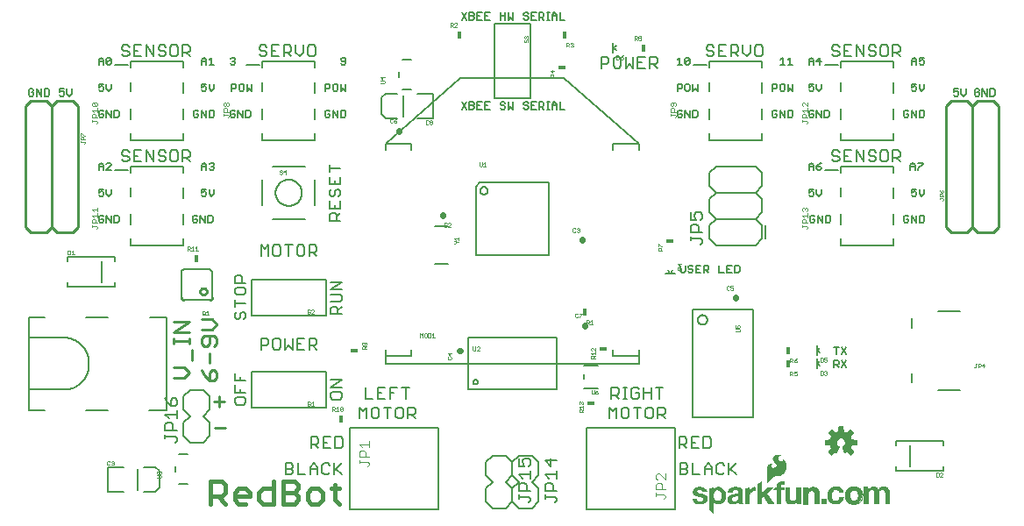
<source format=gbr>
G04 EAGLE Gerber RS-274X export*
G75*
%MOMM*%
%FSLAX34Y34*%
%LPD*%
%INSilkscreen Top*%
%IPPOS*%
%AMOC8*
5,1,8,0,0,1.08239X$1,22.5*%
G01*
%ADD10C,0.203200*%
%ADD11C,0.127000*%
%ADD12C,0.279400*%
%ADD13C,0.381000*%
%ADD14C,0.254000*%
%ADD15C,0.152400*%
%ADD16C,0.025400*%
%ADD17C,0.558800*%
%ADD18R,0.457200X0.762000*%
%ADD19C,0.177800*%
%ADD20C,0.076200*%
%ADD21C,0.050800*%
%ADD22R,0.762000X0.457200*%
%ADD23R,0.495300X0.485100*%
%ADD24C,0.015238*%

G36*
X796720Y63646D02*
X796720Y63646D01*
X796828Y63656D01*
X796841Y63662D01*
X796855Y63664D01*
X796952Y63712D01*
X797051Y63757D01*
X797064Y63768D01*
X797073Y63772D01*
X797088Y63788D01*
X797165Y63850D01*
X799750Y66435D01*
X799813Y66524D01*
X799879Y66609D01*
X799884Y66622D01*
X799892Y66634D01*
X799923Y66737D01*
X799959Y66840D01*
X799959Y66854D01*
X799963Y66867D01*
X799959Y66975D01*
X799960Y67084D01*
X799955Y67097D01*
X799955Y67111D01*
X799917Y67213D01*
X799882Y67315D01*
X799873Y67330D01*
X799869Y67339D01*
X799855Y67356D01*
X799801Y67438D01*
X797037Y70828D01*
X797594Y71910D01*
X797600Y71930D01*
X797642Y72025D01*
X798013Y73184D01*
X802364Y73627D01*
X802468Y73655D01*
X802574Y73680D01*
X802586Y73687D01*
X802599Y73690D01*
X802689Y73751D01*
X802782Y73808D01*
X802790Y73819D01*
X802802Y73827D01*
X802868Y73913D01*
X802937Y73997D01*
X802941Y74010D01*
X802950Y74021D01*
X802984Y74124D01*
X803023Y74225D01*
X803024Y74243D01*
X803028Y74252D01*
X803028Y74274D01*
X803037Y74372D01*
X803037Y78028D01*
X803020Y78135D01*
X803006Y78243D01*
X803000Y78255D01*
X802998Y78269D01*
X802946Y78365D01*
X802899Y78462D01*
X802889Y78472D01*
X802883Y78484D01*
X802803Y78558D01*
X802727Y78635D01*
X802715Y78641D01*
X802705Y78651D01*
X802606Y78696D01*
X802509Y78744D01*
X802491Y78748D01*
X802482Y78752D01*
X802461Y78754D01*
X802364Y78773D01*
X798013Y79216D01*
X797642Y80375D01*
X797633Y80392D01*
X797631Y80400D01*
X797627Y80407D01*
X797594Y80490D01*
X797037Y81572D01*
X799801Y84962D01*
X799855Y85056D01*
X799912Y85148D01*
X799915Y85161D01*
X799922Y85173D01*
X799943Y85280D01*
X799968Y85385D01*
X799966Y85399D01*
X799969Y85413D01*
X799954Y85520D01*
X799944Y85628D01*
X799938Y85641D01*
X799936Y85655D01*
X799888Y85752D01*
X799843Y85851D01*
X799832Y85864D01*
X799828Y85873D01*
X799812Y85888D01*
X799750Y85965D01*
X797165Y88550D01*
X797076Y88613D01*
X796991Y88679D01*
X796978Y88684D01*
X796966Y88692D01*
X796863Y88723D01*
X796760Y88759D01*
X796746Y88759D01*
X796733Y88763D01*
X796625Y88759D01*
X796516Y88760D01*
X796503Y88755D01*
X796489Y88755D01*
X796387Y88717D01*
X796285Y88682D01*
X796270Y88673D01*
X796261Y88669D01*
X796244Y88655D01*
X796162Y88601D01*
X792772Y85837D01*
X791690Y86394D01*
X791670Y86400D01*
X791575Y86442D01*
X790416Y86813D01*
X789973Y91164D01*
X789945Y91268D01*
X789920Y91374D01*
X789913Y91386D01*
X789910Y91399D01*
X789849Y91489D01*
X789792Y91582D01*
X789781Y91590D01*
X789773Y91602D01*
X789687Y91668D01*
X789603Y91737D01*
X789590Y91741D01*
X789579Y91750D01*
X789476Y91784D01*
X789375Y91823D01*
X789357Y91824D01*
X789348Y91828D01*
X789326Y91828D01*
X789228Y91837D01*
X785572Y91837D01*
X785465Y91820D01*
X785357Y91806D01*
X785345Y91800D01*
X785331Y91798D01*
X785235Y91746D01*
X785138Y91699D01*
X785128Y91689D01*
X785116Y91683D01*
X785042Y91603D01*
X784965Y91527D01*
X784959Y91515D01*
X784949Y91505D01*
X784904Y91406D01*
X784856Y91309D01*
X784852Y91291D01*
X784848Y91282D01*
X784846Y91261D01*
X784827Y91164D01*
X784384Y86813D01*
X783225Y86442D01*
X783207Y86432D01*
X783110Y86394D01*
X782028Y85837D01*
X778638Y88601D01*
X778544Y88655D01*
X778452Y88712D01*
X778439Y88715D01*
X778427Y88722D01*
X778320Y88743D01*
X778215Y88768D01*
X778201Y88766D01*
X778187Y88769D01*
X778080Y88754D01*
X777972Y88744D01*
X777959Y88738D01*
X777946Y88736D01*
X777848Y88688D01*
X777749Y88643D01*
X777736Y88632D01*
X777727Y88628D01*
X777712Y88612D01*
X777635Y88550D01*
X775050Y85965D01*
X774987Y85876D01*
X774921Y85791D01*
X774916Y85778D01*
X774908Y85766D01*
X774877Y85663D01*
X774841Y85560D01*
X774841Y85546D01*
X774837Y85533D01*
X774841Y85425D01*
X774840Y85316D01*
X774845Y85303D01*
X774845Y85289D01*
X774883Y85187D01*
X774918Y85085D01*
X774927Y85070D01*
X774931Y85061D01*
X774945Y85044D01*
X774999Y84962D01*
X777763Y81572D01*
X777206Y80490D01*
X777200Y80470D01*
X777158Y80375D01*
X776787Y79216D01*
X772436Y78773D01*
X772332Y78745D01*
X772226Y78720D01*
X772214Y78713D01*
X772201Y78710D01*
X772111Y78649D01*
X772018Y78592D01*
X772010Y78581D01*
X771998Y78573D01*
X771932Y78487D01*
X771864Y78403D01*
X771859Y78390D01*
X771850Y78379D01*
X771816Y78276D01*
X771777Y78175D01*
X771776Y78157D01*
X771772Y78148D01*
X771773Y78126D01*
X771763Y78028D01*
X771763Y74372D01*
X771780Y74265D01*
X771794Y74157D01*
X771800Y74145D01*
X771802Y74131D01*
X771854Y74035D01*
X771901Y73938D01*
X771911Y73928D01*
X771917Y73916D01*
X771997Y73842D01*
X772073Y73765D01*
X772085Y73759D01*
X772096Y73749D01*
X772194Y73704D01*
X772291Y73656D01*
X772309Y73652D01*
X772318Y73648D01*
X772339Y73646D01*
X772436Y73627D01*
X776787Y73184D01*
X777158Y72025D01*
X777168Y72007D01*
X777206Y71910D01*
X777763Y70828D01*
X774999Y67438D01*
X774945Y67344D01*
X774888Y67252D01*
X774885Y67239D01*
X774878Y67227D01*
X774857Y67120D01*
X774832Y67015D01*
X774834Y67001D01*
X774831Y66987D01*
X774846Y66880D01*
X774856Y66772D01*
X774862Y66759D01*
X774864Y66746D01*
X774912Y66648D01*
X774957Y66549D01*
X774968Y66536D01*
X774972Y66527D01*
X774988Y66512D01*
X775050Y66435D01*
X777635Y63850D01*
X777724Y63787D01*
X777809Y63721D01*
X777822Y63716D01*
X777834Y63708D01*
X777937Y63677D01*
X778040Y63641D01*
X778054Y63641D01*
X778067Y63637D01*
X778175Y63641D01*
X778284Y63640D01*
X778297Y63645D01*
X778311Y63645D01*
X778413Y63683D01*
X778515Y63718D01*
X778530Y63727D01*
X778539Y63731D01*
X778556Y63745D01*
X778638Y63799D01*
X782028Y66563D01*
X783110Y66006D01*
X783163Y65989D01*
X783212Y65963D01*
X783278Y65952D01*
X783342Y65931D01*
X783398Y65932D01*
X783452Y65923D01*
X783519Y65934D01*
X783586Y65935D01*
X783638Y65953D01*
X783693Y65962D01*
X783753Y65994D01*
X783816Y66017D01*
X783859Y66051D01*
X783909Y66077D01*
X783955Y66126D01*
X784007Y66168D01*
X784038Y66215D01*
X784076Y66255D01*
X784132Y66360D01*
X784140Y66373D01*
X784141Y66378D01*
X784145Y66385D01*
X786298Y71582D01*
X786318Y71666D01*
X786323Y71678D01*
X786325Y71694D01*
X786350Y71780D01*
X786349Y71800D01*
X786354Y71820D01*
X786346Y71902D01*
X786347Y71921D01*
X786343Y71941D01*
X786339Y72024D01*
X786332Y72043D01*
X786330Y72063D01*
X786298Y72132D01*
X786292Y72159D01*
X786277Y72183D01*
X786250Y72252D01*
X786237Y72267D01*
X786229Y72285D01*
X786184Y72334D01*
X786164Y72366D01*
X786132Y72392D01*
X786093Y72438D01*
X786072Y72453D01*
X786062Y72463D01*
X786041Y72475D01*
X785978Y72519D01*
X785975Y72521D01*
X785974Y72521D01*
X785972Y72523D01*
X785088Y73018D01*
X784409Y73645D01*
X783895Y74414D01*
X783575Y75282D01*
X783467Y76199D01*
X783580Y77134D01*
X783911Y78015D01*
X784443Y78792D01*
X785144Y79421D01*
X785974Y79864D01*
X786886Y80098D01*
X787828Y80108D01*
X788744Y79894D01*
X789584Y79469D01*
X790298Y78856D01*
X790847Y78091D01*
X791198Y77217D01*
X791331Y76285D01*
X791239Y75348D01*
X790927Y74460D01*
X790412Y73672D01*
X789725Y73028D01*
X788826Y72522D01*
X788786Y72489D01*
X788744Y72467D01*
X788713Y72434D01*
X788665Y72399D01*
X788652Y72382D01*
X788636Y72369D01*
X788601Y72315D01*
X788577Y72289D01*
X788564Y72258D01*
X788522Y72201D01*
X788516Y72181D01*
X788505Y72163D01*
X788487Y72090D01*
X788477Y72067D01*
X788474Y72043D01*
X788451Y71968D01*
X788452Y71947D01*
X788447Y71926D01*
X788454Y71842D01*
X788453Y71824D01*
X788456Y71808D01*
X788459Y71724D01*
X788467Y71698D01*
X788468Y71683D01*
X788478Y71661D01*
X788502Y71582D01*
X788810Y70837D01*
X788811Y70837D01*
X789121Y70088D01*
X789431Y69339D01*
X789431Y69338D01*
X789742Y68590D01*
X789742Y68589D01*
X790052Y67840D01*
X790362Y67091D01*
X790363Y67091D01*
X790655Y66385D01*
X790684Y66338D01*
X790705Y66286D01*
X790748Y66235D01*
X790784Y66178D01*
X790827Y66143D01*
X790863Y66100D01*
X790920Y66066D01*
X790972Y66023D01*
X791024Y66004D01*
X791072Y65975D01*
X791138Y65961D01*
X791201Y65937D01*
X791256Y65935D01*
X791310Y65924D01*
X791377Y65931D01*
X791444Y65929D01*
X791498Y65945D01*
X791553Y65952D01*
X791664Y65996D01*
X791678Y66000D01*
X791682Y66003D01*
X791690Y66006D01*
X792772Y66563D01*
X796162Y63799D01*
X796256Y63745D01*
X796348Y63688D01*
X796361Y63685D01*
X796373Y63678D01*
X796480Y63657D01*
X796585Y63632D01*
X796599Y63634D01*
X796613Y63631D01*
X796720Y63646D01*
G37*
G36*
X716010Y36350D02*
X716010Y36350D01*
X716014Y36348D01*
X716084Y36384D01*
X716094Y36389D01*
X716095Y36390D01*
X720967Y41872D01*
X721821Y42654D01*
X722811Y43243D01*
X723162Y43370D01*
X723530Y43435D01*
X725805Y43435D01*
X725810Y43437D01*
X725816Y43435D01*
X727180Y43559D01*
X727190Y43565D01*
X727202Y43563D01*
X728521Y43931D01*
X728529Y43939D01*
X728542Y43940D01*
X729772Y44540D01*
X729779Y44547D01*
X729790Y44550D01*
X730947Y45367D01*
X730952Y45375D01*
X730961Y45378D01*
X731992Y46350D01*
X731995Y46358D01*
X732001Y46360D01*
X732001Y46362D01*
X732004Y46363D01*
X732889Y47470D01*
X732891Y47480D01*
X732900Y47487D01*
X733847Y49168D01*
X733848Y49179D01*
X733856Y49189D01*
X734484Y51013D01*
X734483Y51024D01*
X734490Y51035D01*
X734778Y52942D01*
X734775Y52953D01*
X734780Y52965D01*
X734778Y53017D01*
X734770Y53269D01*
X734766Y53395D01*
X734766Y53396D01*
X734758Y53648D01*
X734750Y53901D01*
X734746Y54027D01*
X734738Y54279D01*
X734727Y54658D01*
X734719Y54893D01*
X734715Y54902D01*
X734717Y54914D01*
X734510Y55953D01*
X734505Y55961D01*
X734505Y55972D01*
X734147Y56969D01*
X734141Y56976D01*
X734140Y56987D01*
X733638Y57921D01*
X733629Y57928D01*
X733626Y57940D01*
X732719Y59077D01*
X732708Y59083D01*
X732701Y59096D01*
X731575Y60017D01*
X731532Y60029D01*
X731491Y60045D01*
X731486Y60043D01*
X731480Y60044D01*
X731442Y60023D01*
X731402Y60004D01*
X731399Y59998D01*
X731395Y59996D01*
X731387Y59967D01*
X731369Y59919D01*
X731369Y59039D01*
X731353Y58919D01*
X731309Y58816D01*
X731035Y58477D01*
X730674Y58228D01*
X730500Y58163D01*
X729962Y58105D01*
X729432Y58203D01*
X728944Y58452D01*
X728042Y59103D01*
X727630Y59457D01*
X727279Y59867D01*
X726996Y60325D01*
X726790Y60819D01*
X726731Y61119D01*
X726743Y61422D01*
X726900Y61941D01*
X727186Y62401D01*
X727581Y62771D01*
X728062Y63026D01*
X728552Y63165D01*
X729063Y63222D01*
X729666Y63222D01*
X729667Y63222D01*
X729689Y63231D01*
X729757Y63260D01*
X729792Y63352D01*
X729788Y63361D01*
X729754Y63437D01*
X729752Y63440D01*
X729751Y63441D01*
X729750Y63442D01*
X729729Y63462D01*
X729722Y63465D01*
X729718Y63473D01*
X729283Y63811D01*
X729268Y63815D01*
X729256Y63827D01*
X728752Y64048D01*
X728751Y64048D01*
X728395Y64200D01*
X728167Y64301D01*
X728157Y64302D01*
X728147Y64308D01*
X727269Y64528D01*
X727260Y64527D01*
X727250Y64531D01*
X726350Y64617D01*
X726340Y64613D01*
X726328Y64617D01*
X725460Y64551D01*
X725449Y64545D01*
X725436Y64546D01*
X724596Y64315D01*
X724586Y64307D01*
X724573Y64306D01*
X723793Y63918D01*
X723786Y63910D01*
X723775Y63907D01*
X722998Y63347D01*
X722994Y63340D01*
X722985Y63336D01*
X722289Y62678D01*
X722284Y62667D01*
X722273Y62659D01*
X721842Y62056D01*
X721839Y62041D01*
X721827Y62028D01*
X721560Y61336D01*
X721560Y61320D01*
X721552Y61305D01*
X721465Y60568D01*
X721470Y60553D01*
X721466Y60536D01*
X721565Y59801D01*
X721573Y59788D01*
X721573Y59771D01*
X721853Y59083D01*
X721862Y59074D01*
X721865Y59060D01*
X723052Y57302D01*
X723060Y57297D01*
X723064Y57286D01*
X724517Y55745D01*
X724887Y55310D01*
X725127Y54807D01*
X725229Y54259D01*
X725186Y53703D01*
X725000Y53178D01*
X724685Y52718D01*
X724260Y52353D01*
X723717Y52060D01*
X723131Y51862D01*
X722521Y51765D01*
X721810Y51800D01*
X721132Y52007D01*
X720526Y52372D01*
X720213Y52700D01*
X720007Y53104D01*
X719914Y53520D01*
X719914Y53948D01*
X720007Y54363D01*
X720079Y54501D01*
X720197Y54615D01*
X721021Y55214D01*
X721154Y55285D01*
X721292Y55313D01*
X721450Y55297D01*
X721493Y55311D01*
X721538Y55322D01*
X721540Y55326D01*
X721544Y55327D01*
X721564Y55368D01*
X721587Y55407D01*
X721586Y55411D01*
X721588Y55415D01*
X721573Y55458D01*
X721560Y55502D01*
X721557Y55504D01*
X721556Y55508D01*
X721518Y55527D01*
X721482Y55548D01*
X720999Y55624D01*
X720994Y55623D01*
X720989Y55625D01*
X720049Y55698D01*
X720040Y55695D01*
X720029Y55698D01*
X719089Y55625D01*
X719079Y55620D01*
X719067Y55621D01*
X718368Y55437D01*
X718358Y55429D01*
X718344Y55428D01*
X717696Y55107D01*
X717688Y55098D01*
X717674Y55094D01*
X717104Y54649D01*
X717098Y54638D01*
X717086Y54632D01*
X716616Y54082D01*
X716612Y54070D01*
X716601Y54061D01*
X716200Y53329D01*
X716199Y53316D01*
X716190Y53305D01*
X715950Y52506D01*
X715951Y52493D01*
X715945Y52480D01*
X715875Y51649D01*
X715877Y51643D01*
X715875Y51638D01*
X715875Y36474D01*
X715877Y36469D01*
X715875Y36465D01*
X715896Y36425D01*
X715913Y36383D01*
X715918Y36382D01*
X715920Y36377D01*
X715963Y36364D01*
X716005Y36348D01*
X716010Y36350D01*
G37*
G36*
X664597Y7673D02*
X664597Y7673D01*
X664600Y7672D01*
X664642Y7693D01*
X664684Y7713D01*
X664685Y7715D01*
X664687Y7716D01*
X664694Y7738D01*
X664717Y7798D01*
X664717Y18902D01*
X664718Y18900D01*
X665238Y18184D01*
X665249Y18177D01*
X665256Y18164D01*
X665916Y17574D01*
X665928Y17570D01*
X665938Y17559D01*
X666707Y17122D01*
X666720Y17120D01*
X666732Y17111D01*
X667576Y16847D01*
X667587Y16848D01*
X667598Y16842D01*
X668815Y16687D01*
X668824Y16689D01*
X668833Y16686D01*
X670060Y16703D01*
X670068Y16706D01*
X670078Y16704D01*
X671290Y16893D01*
X671299Y16898D01*
X671310Y16898D01*
X672229Y17192D01*
X672237Y17199D01*
X672249Y17201D01*
X673105Y17647D01*
X673111Y17655D01*
X673123Y17658D01*
X673891Y18243D01*
X673896Y18252D01*
X673907Y18257D01*
X674564Y18964D01*
X674568Y18974D01*
X674578Y18981D01*
X675350Y20166D01*
X675352Y20176D01*
X675360Y20185D01*
X675916Y21485D01*
X675916Y21496D01*
X675923Y21506D01*
X676246Y22882D01*
X676244Y22893D01*
X676249Y22904D01*
X676367Y25119D01*
X676363Y25130D01*
X676366Y25142D01*
X676083Y27342D01*
X676078Y27352D01*
X676078Y27364D01*
X675404Y29477D01*
X675396Y29487D01*
X675394Y29500D01*
X674815Y30541D01*
X674804Y30549D01*
X674799Y30563D01*
X674007Y31453D01*
X673998Y31458D01*
X673991Y31468D01*
X673167Y32121D01*
X673159Y32123D01*
X673153Y32130D01*
X672251Y32671D01*
X672241Y32673D01*
X672232Y32681D01*
X671208Y33081D01*
X671195Y33081D01*
X671183Y33088D01*
X670098Y33271D01*
X670087Y33269D01*
X670075Y33273D01*
X668094Y33248D01*
X668083Y33243D01*
X668070Y33246D01*
X667588Y33144D01*
X667579Y33137D01*
X667567Y33137D01*
X666246Y32604D01*
X666239Y32597D01*
X666229Y32596D01*
X665835Y32363D01*
X665828Y32354D01*
X665816Y32349D01*
X665473Y32048D01*
X665470Y32042D01*
X665463Y32039D01*
X664574Y31074D01*
X664574Y31073D01*
X664573Y31072D01*
X664439Y30923D01*
X664463Y32840D01*
X664457Y32855D01*
X664460Y32869D01*
X664440Y32898D01*
X664426Y32932D01*
X664412Y32937D01*
X664403Y32950D01*
X664362Y32957D01*
X664335Y32968D01*
X664325Y32964D01*
X664314Y32966D01*
X660428Y32230D01*
X660394Y32208D01*
X660358Y32191D01*
X660354Y32181D01*
X660346Y32175D01*
X660340Y32146D01*
X660325Y32106D01*
X660325Y11532D01*
X660327Y11526D01*
X660325Y11519D01*
X660354Y11462D01*
X660363Y11441D01*
X660365Y11440D01*
X660366Y11438D01*
X664506Y7704D01*
X664551Y7689D01*
X664595Y7672D01*
X664597Y7673D01*
G37*
G36*
X824105Y17020D02*
X824105Y17020D01*
X824107Y17019D01*
X824150Y17039D01*
X824194Y17057D01*
X824194Y17059D01*
X824196Y17060D01*
X824229Y17145D01*
X824229Y26666D01*
X824304Y27769D01*
X824453Y28408D01*
X824726Y29003D01*
X825111Y29531D01*
X825429Y29817D01*
X825802Y30027D01*
X826211Y30153D01*
X827114Y30245D01*
X828018Y30177D01*
X828466Y30049D01*
X828872Y29823D01*
X829032Y29677D01*
X829215Y29510D01*
X829476Y29126D01*
X829788Y28304D01*
X829895Y27424D01*
X829895Y17145D01*
X829896Y17143D01*
X829895Y17141D01*
X829915Y17098D01*
X829933Y17054D01*
X829935Y17054D01*
X829936Y17052D01*
X830021Y17019D01*
X834263Y17019D01*
X834265Y17020D01*
X834267Y17019D01*
X834310Y17039D01*
X834354Y17057D01*
X834354Y17059D01*
X834356Y17060D01*
X834389Y17145D01*
X834389Y28727D01*
X834386Y28736D01*
X834388Y28746D01*
X834219Y29842D01*
X834213Y29853D01*
X834213Y29867D01*
X833827Y30906D01*
X833818Y30915D01*
X833815Y30929D01*
X833227Y31868D01*
X833216Y31876D01*
X833211Y31889D01*
X832565Y32553D01*
X832553Y32558D01*
X832544Y32571D01*
X831770Y33078D01*
X831756Y33080D01*
X831745Y33091D01*
X830879Y33417D01*
X830868Y33417D01*
X830858Y33423D01*
X829598Y33672D01*
X829592Y33670D01*
X829584Y33674D01*
X828305Y33781D01*
X828295Y33778D01*
X828285Y33781D01*
X827391Y33720D01*
X827381Y33714D01*
X827367Y33716D01*
X826502Y33484D01*
X826492Y33477D01*
X826479Y33476D01*
X825674Y33082D01*
X825667Y33075D01*
X825655Y33072D01*
X824766Y32434D01*
X824762Y32426D01*
X824752Y32422D01*
X823964Y31663D01*
X823963Y31660D01*
X823960Y31659D01*
X823505Y31178D01*
X823463Y31136D01*
X823083Y31794D01*
X823073Y31801D01*
X823069Y31814D01*
X822487Y32483D01*
X822476Y32488D01*
X822469Y32500D01*
X821771Y33046D01*
X821759Y33049D01*
X821750Y33059D01*
X820960Y33462D01*
X820948Y33463D01*
X820937Y33472D01*
X820014Y33732D01*
X820002Y33731D01*
X819989Y33737D01*
X819032Y33806D01*
X819022Y33803D01*
X819011Y33806D01*
X817639Y33679D01*
X817632Y33675D01*
X817622Y33676D01*
X816530Y33422D01*
X816520Y33415D01*
X816507Y33414D01*
X815617Y33010D01*
X815607Y32998D01*
X815591Y32993D01*
X814829Y32381D01*
X814825Y32374D01*
X814817Y32371D01*
X814707Y32257D01*
X814585Y32130D01*
X814584Y32130D01*
X814462Y32004D01*
X814340Y31878D01*
X814218Y31752D01*
X814096Y31625D01*
X814095Y31625D01*
X814055Y31584D01*
X814053Y31577D01*
X814046Y31573D01*
X813744Y31177D01*
X813713Y31170D01*
X813713Y33223D01*
X813712Y33225D01*
X813713Y33227D01*
X813693Y33270D01*
X813675Y33314D01*
X813673Y33314D01*
X813672Y33316D01*
X813587Y33349D01*
X809600Y33349D01*
X809598Y33348D01*
X809596Y33349D01*
X809553Y33329D01*
X809509Y33311D01*
X809509Y33309D01*
X809507Y33308D01*
X809474Y33223D01*
X809474Y17170D01*
X809475Y17168D01*
X809474Y17166D01*
X809494Y17123D01*
X809512Y17079D01*
X809514Y17079D01*
X809515Y17077D01*
X809600Y17044D01*
X813918Y17044D01*
X813920Y17045D01*
X813922Y17044D01*
X813965Y17064D01*
X814009Y17082D01*
X814009Y17084D01*
X814011Y17085D01*
X814044Y17170D01*
X814044Y26975D01*
X814043Y26978D01*
X814044Y26981D01*
X814014Y27603D01*
X814146Y28194D01*
X814429Y28732D01*
X815249Y29676D01*
X815603Y29942D01*
X816007Y30120D01*
X816447Y30202D01*
X817295Y30252D01*
X817772Y30220D01*
X818223Y30084D01*
X818631Y29851D01*
X818978Y29533D01*
X819348Y28986D01*
X819579Y28367D01*
X819659Y27704D01*
X819659Y17145D01*
X819660Y17143D01*
X819659Y17141D01*
X819679Y17098D01*
X819697Y17054D01*
X819699Y17054D01*
X819700Y17052D01*
X819785Y17019D01*
X824103Y17019D01*
X824105Y17020D01*
G37*
G36*
X683784Y16655D02*
X683784Y16655D01*
X683795Y16652D01*
X685413Y16893D01*
X685422Y16899D01*
X685435Y16898D01*
X686470Y17251D01*
X686479Y17258D01*
X686491Y17260D01*
X687442Y17800D01*
X687450Y17809D01*
X687462Y17814D01*
X688289Y18517D01*
X688313Y18533D01*
X688322Y18534D01*
X688330Y18532D01*
X688337Y18526D01*
X688346Y18503D01*
X688573Y17474D01*
X688575Y17471D01*
X688574Y17468D01*
X688650Y17188D01*
X688661Y17174D01*
X688665Y17155D01*
X688686Y17119D01*
X688710Y17102D01*
X688737Y17073D01*
X688774Y17054D01*
X688804Y17052D01*
X688842Y17041D01*
X688878Y17044D01*
X692912Y17044D01*
X692935Y17053D01*
X692960Y17053D01*
X692978Y17072D01*
X693003Y17082D01*
X693012Y17105D01*
X693029Y17123D01*
X693030Y17152D01*
X693038Y17174D01*
X693030Y17192D01*
X693030Y17214D01*
X692956Y17413D01*
X692607Y18708D01*
X692505Y20045D01*
X692530Y24383D01*
X692529Y24386D01*
X692530Y24388D01*
X692510Y24431D01*
X692497Y24464D01*
X692505Y24486D01*
X692505Y29312D01*
X692502Y29319D01*
X692504Y29328D01*
X692413Y30063D01*
X692406Y30076D01*
X692406Y30093D01*
X692139Y30784D01*
X692128Y30794D01*
X692124Y30811D01*
X691697Y31416D01*
X691684Y31424D01*
X691676Y31439D01*
X691114Y31922D01*
X691101Y31926D01*
X691091Y31937D01*
X689788Y32631D01*
X689776Y32632D01*
X689765Y32640D01*
X688351Y33065D01*
X688341Y33064D01*
X688332Y33069D01*
X686593Y33299D01*
X686585Y33297D01*
X686577Y33300D01*
X684823Y33308D01*
X684816Y33305D01*
X684807Y33308D01*
X683067Y33094D01*
X683059Y33090D01*
X683049Y33091D01*
X681820Y32757D01*
X681812Y32750D01*
X681801Y32750D01*
X680643Y32221D01*
X680635Y32212D01*
X680622Y32209D01*
X679805Y31635D01*
X679798Y31624D01*
X679785Y31618D01*
X679102Y30888D01*
X679099Y30879D01*
X679097Y30879D01*
X679095Y30874D01*
X679086Y30867D01*
X678567Y30014D01*
X678565Y30001D01*
X678555Y29990D01*
X678221Y29049D01*
X678222Y29036D01*
X678215Y29023D01*
X678093Y28132D01*
X678090Y28130D01*
X678089Y28130D01*
X678070Y28081D01*
X678054Y28038D01*
X678056Y28033D01*
X678089Y27955D01*
X678114Y27929D01*
X678154Y27911D01*
X678192Y27890D01*
X678198Y27892D01*
X678205Y27890D01*
X678245Y27907D01*
X678275Y27916D01*
X682422Y27916D01*
X682424Y27917D01*
X682426Y27916D01*
X682469Y27936D01*
X682513Y27954D01*
X682513Y27956D01*
X682515Y27957D01*
X682548Y28042D01*
X682548Y28085D01*
X682611Y28616D01*
X682795Y29111D01*
X683090Y29549D01*
X683480Y29905D01*
X683944Y30160D01*
X684505Y30325D01*
X685092Y30379D01*
X686447Y30329D01*
X686816Y30268D01*
X687162Y30140D01*
X687476Y29947D01*
X687729Y29713D01*
X687928Y29434D01*
X688067Y29120D01*
X688178Y28599D01*
X688178Y28068D01*
X688067Y27547D01*
X688025Y27450D01*
X687965Y27363D01*
X687681Y27102D01*
X687253Y26856D01*
X686784Y26691D01*
X685478Y26465D01*
X683272Y26237D01*
X683268Y26234D01*
X683263Y26235D01*
X681726Y25957D01*
X681718Y25953D01*
X681709Y25953D01*
X680224Y25469D01*
X680216Y25462D01*
X680204Y25461D01*
X679508Y25095D01*
X679500Y25085D01*
X679487Y25081D01*
X678877Y24583D01*
X678871Y24572D01*
X678861Y24566D01*
X678860Y24566D01*
X678859Y24565D01*
X678361Y23956D01*
X678357Y23943D01*
X678346Y23932D01*
X677917Y23070D01*
X677916Y23055D01*
X677907Y23041D01*
X677701Y22100D01*
X677703Y22087D01*
X677698Y22073D01*
X677695Y21012D01*
X677700Y21002D01*
X677697Y20989D01*
X677886Y19945D01*
X677892Y19936D01*
X677892Y19923D01*
X678265Y18930D01*
X678273Y18921D01*
X678275Y18909D01*
X678567Y18426D01*
X678576Y18419D01*
X678581Y18407D01*
X678958Y17987D01*
X678969Y17982D01*
X678976Y17971D01*
X679424Y17629D01*
X679437Y17625D01*
X679447Y17615D01*
X680716Y17009D01*
X680729Y17009D01*
X680742Y17000D01*
X682114Y16692D01*
X682126Y16694D01*
X682139Y16689D01*
X683774Y16651D01*
X683784Y16655D01*
G37*
G36*
X711151Y16918D02*
X711151Y16918D01*
X711153Y16917D01*
X711196Y16937D01*
X711240Y16955D01*
X711240Y16957D01*
X711242Y16958D01*
X711275Y17043D01*
X711275Y22451D01*
X712930Y24058D01*
X717163Y17080D01*
X717178Y17069D01*
X717186Y17052D01*
X717220Y17039D01*
X717243Y17022D01*
X717256Y17024D01*
X717270Y17019D01*
X722350Y16994D01*
X722386Y17009D01*
X722424Y17017D01*
X722430Y17027D01*
X722441Y17032D01*
X722456Y17068D01*
X722476Y17101D01*
X722473Y17113D01*
X722477Y17123D01*
X722465Y17151D01*
X722456Y17190D01*
X715859Y27085D01*
X721550Y32651D01*
X721551Y32652D01*
X721553Y32653D01*
X721570Y32698D01*
X721588Y32742D01*
X721588Y32743D01*
X721588Y32745D01*
X721568Y32788D01*
X721549Y32832D01*
X721548Y32833D01*
X721547Y32834D01*
X721462Y32867D01*
X716788Y32867D01*
X716785Y32866D01*
X716782Y32867D01*
X716699Y32830D01*
X711224Y27356D01*
X711224Y38786D01*
X711211Y38818D01*
X711206Y38852D01*
X711192Y38862D01*
X711186Y38877D01*
X711154Y38889D01*
X711125Y38909D01*
X711108Y38907D01*
X711094Y38912D01*
X711069Y38901D01*
X711035Y38896D01*
X706895Y36534D01*
X706883Y36517D01*
X706865Y36509D01*
X706852Y36477D01*
X706836Y36455D01*
X706838Y36440D01*
X706832Y36424D01*
X706832Y17094D01*
X706833Y17091D01*
X706832Y17088D01*
X706869Y17005D01*
X706920Y16954D01*
X706923Y16953D01*
X706924Y16950D01*
X707009Y16917D01*
X711149Y16917D01*
X711151Y16918D01*
G37*
G36*
X740078Y16643D02*
X740078Y16643D01*
X740085Y16646D01*
X740094Y16645D01*
X741572Y16868D01*
X741580Y16873D01*
X741590Y16872D01*
X741852Y16953D01*
X741860Y16959D01*
X741872Y16961D01*
X742117Y17083D01*
X742124Y17090D01*
X742134Y17093D01*
X743064Y17752D01*
X743069Y17760D01*
X743078Y17763D01*
X743905Y18548D01*
X743908Y18556D01*
X743917Y18561D01*
X744424Y19202D01*
X744424Y17145D01*
X744425Y17143D01*
X744424Y17141D01*
X744444Y17098D01*
X744462Y17054D01*
X744464Y17054D01*
X744465Y17052D01*
X744550Y17019D01*
X748563Y17019D01*
X748565Y17020D01*
X748567Y17019D01*
X748610Y17039D01*
X748654Y17057D01*
X748654Y17059D01*
X748656Y17060D01*
X748689Y17145D01*
X748689Y32766D01*
X748688Y32768D01*
X748689Y32770D01*
X748669Y32813D01*
X748651Y32857D01*
X748649Y32857D01*
X748648Y32859D01*
X748563Y32892D01*
X744347Y32892D01*
X744345Y32891D01*
X744343Y32892D01*
X744300Y32872D01*
X744256Y32854D01*
X744256Y32852D01*
X744254Y32851D01*
X744221Y32766D01*
X744221Y24464D01*
X744145Y23234D01*
X743920Y22030D01*
X743711Y21480D01*
X743384Y20995D01*
X742953Y20598D01*
X742443Y20310D01*
X741752Y20098D01*
X741031Y20031D01*
X740312Y20111D01*
X739623Y20334D01*
X739228Y20559D01*
X738887Y20860D01*
X738615Y21222D01*
X738272Y21990D01*
X738123Y22820D01*
X738123Y32817D01*
X738122Y32819D01*
X738123Y32821D01*
X738103Y32864D01*
X738085Y32908D01*
X738083Y32908D01*
X738082Y32910D01*
X737997Y32943D01*
X733857Y32943D01*
X733855Y32942D01*
X733853Y32943D01*
X733810Y32923D01*
X733766Y32905D01*
X733766Y32903D01*
X733764Y32902D01*
X733731Y32817D01*
X733731Y22022D01*
X733733Y22017D01*
X733731Y22010D01*
X733832Y20911D01*
X733837Y20902D01*
X733837Y20901D01*
X733838Y20899D01*
X733836Y20888D01*
X734136Y19825D01*
X734143Y19816D01*
X734144Y19803D01*
X734632Y18813D01*
X734641Y18805D01*
X734645Y18793D01*
X735305Y17908D01*
X735315Y17901D01*
X735322Y17889D01*
X735576Y17661D01*
X735584Y17658D01*
X735585Y17656D01*
X735590Y17654D01*
X735596Y17646D01*
X736498Y17120D01*
X736510Y17119D01*
X736520Y17110D01*
X737506Y16767D01*
X737518Y16768D01*
X737530Y16761D01*
X738563Y16614D01*
X738573Y16617D01*
X738584Y16613D01*
X740078Y16643D01*
G37*
G36*
X755271Y16944D02*
X755271Y16944D01*
X755273Y16943D01*
X755316Y16963D01*
X755360Y16981D01*
X755360Y16983D01*
X755362Y16984D01*
X755395Y17069D01*
X755395Y26435D01*
X755476Y27218D01*
X755692Y27968D01*
X756055Y28647D01*
X756572Y29216D01*
X757029Y29530D01*
X757545Y29734D01*
X758101Y29821D01*
X759206Y29871D01*
X759522Y29854D01*
X759822Y29777D01*
X760257Y29560D01*
X760631Y29251D01*
X760927Y28864D01*
X761237Y28222D01*
X761428Y27534D01*
X761493Y26816D01*
X761493Y17170D01*
X761494Y17168D01*
X761493Y17166D01*
X761513Y17123D01*
X761531Y17079D01*
X761533Y17079D01*
X761534Y17077D01*
X761619Y17044D01*
X765708Y17044D01*
X765710Y17045D01*
X765712Y17044D01*
X765755Y17064D01*
X765799Y17082D01*
X765799Y17084D01*
X765801Y17085D01*
X765834Y17170D01*
X765834Y27711D01*
X765832Y27716D01*
X765834Y27721D01*
X765744Y28850D01*
X765740Y28858D01*
X765741Y28867D01*
X765501Y29974D01*
X765496Y29982D01*
X765496Y29992D01*
X765227Y30697D01*
X765219Y30705D01*
X765217Y30717D01*
X764833Y31366D01*
X764824Y31372D01*
X764820Y31384D01*
X764331Y31959D01*
X764320Y31964D01*
X764313Y31976D01*
X763528Y32594D01*
X763515Y32597D01*
X763504Y32609D01*
X762599Y33031D01*
X762585Y33032D01*
X762571Y33040D01*
X761594Y33246D01*
X761583Y33243D01*
X761571Y33248D01*
X759565Y33298D01*
X759555Y33294D01*
X759544Y33297D01*
X758492Y33142D01*
X758481Y33135D01*
X758467Y33135D01*
X757470Y32766D01*
X757460Y32757D01*
X757446Y32754D01*
X756548Y32187D01*
X756541Y32178D01*
X756530Y32174D01*
X756069Y31758D01*
X756066Y31750D01*
X756058Y31746D01*
X755656Y31273D01*
X755654Y31268D01*
X755650Y31266D01*
X755373Y30888D01*
X755259Y30752D01*
X755217Y30723D01*
X755217Y32791D01*
X755216Y32793D01*
X755217Y32795D01*
X755197Y32838D01*
X755179Y32882D01*
X755177Y32882D01*
X755176Y32884D01*
X755091Y32917D01*
X751053Y32917D01*
X751051Y32916D01*
X751049Y32917D01*
X751006Y32897D01*
X750962Y32879D01*
X750962Y32877D01*
X750960Y32876D01*
X750927Y32791D01*
X750927Y17069D01*
X750928Y17067D01*
X750927Y17065D01*
X750947Y17022D01*
X750965Y16978D01*
X750967Y16978D01*
X750968Y16976D01*
X751053Y16943D01*
X755269Y16943D01*
X755271Y16944D01*
G37*
G36*
X801866Y17121D02*
X801866Y17121D01*
X801878Y17128D01*
X801894Y17128D01*
X803748Y17763D01*
X803761Y17774D01*
X803780Y17779D01*
X804897Y18566D01*
X804902Y18574D01*
X804911Y18578D01*
X806105Y19721D01*
X806111Y19735D01*
X806125Y19745D01*
X806938Y21040D01*
X806941Y21057D01*
X806953Y21073D01*
X807639Y23537D01*
X807637Y23547D01*
X807642Y23556D01*
X807896Y25664D01*
X807892Y25679D01*
X807896Y25695D01*
X807616Y27880D01*
X807607Y27895D01*
X807606Y27915D01*
X806565Y30252D01*
X806552Y30264D01*
X806546Y30283D01*
X805454Y31553D01*
X805440Y31560D01*
X805430Y31575D01*
X803449Y32946D01*
X803433Y32949D01*
X803418Y32961D01*
X801792Y33520D01*
X801779Y33520D01*
X801767Y33526D01*
X799760Y33780D01*
X799751Y33778D01*
X799742Y33781D01*
X799705Y33765D01*
X799665Y33754D01*
X799661Y33745D01*
X799652Y33741D01*
X799632Y33692D01*
X799618Y33667D01*
X799620Y33662D01*
X799618Y33657D01*
X799568Y30685D01*
X799569Y30682D01*
X799568Y30679D01*
X799587Y30637D01*
X799605Y30594D01*
X799608Y30593D01*
X799609Y30590D01*
X799694Y30557D01*
X799790Y30557D01*
X800977Y30458D01*
X801930Y29945D01*
X802764Y29136D01*
X803508Y27524D01*
X803759Y25595D01*
X803759Y24170D01*
X803384Y22622D01*
X802841Y21412D01*
X801762Y20431D01*
X800011Y19839D01*
X798263Y20061D01*
X796615Y21069D01*
X796077Y22096D01*
X795703Y23245D01*
X795528Y24493D01*
X795578Y26352D01*
X795852Y27826D01*
X796248Y28715D01*
X797036Y29799D01*
X798184Y30434D01*
X799279Y30584D01*
X799316Y30606D01*
X799355Y30624D01*
X799358Y30631D01*
X799364Y30634D01*
X799371Y30664D01*
X799388Y30709D01*
X799388Y33630D01*
X799377Y33657D01*
X799375Y33686D01*
X799358Y33702D01*
X799350Y33721D01*
X799328Y33729D01*
X799308Y33747D01*
X799181Y33797D01*
X799159Y33797D01*
X799135Y33806D01*
X799084Y33806D01*
X799077Y33803D01*
X799069Y33805D01*
X797596Y33628D01*
X797578Y33618D01*
X797555Y33616D01*
X794177Y31939D01*
X794160Y31920D01*
X794134Y31904D01*
X792000Y29186D01*
X791993Y29162D01*
X791976Y29136D01*
X791163Y25580D01*
X791167Y25558D01*
X791161Y25532D01*
X791771Y21646D01*
X791784Y21626D01*
X791790Y21598D01*
X793390Y19109D01*
X793411Y19094D01*
X793429Y19070D01*
X796274Y17292D01*
X796298Y17288D01*
X796324Y17274D01*
X799321Y16868D01*
X799335Y16872D01*
X799351Y16867D01*
X801866Y17121D01*
G37*
G36*
X652689Y16710D02*
X652689Y16710D01*
X652695Y16712D01*
X652702Y16711D01*
X654016Y16893D01*
X654024Y16897D01*
X654033Y16897D01*
X655033Y17179D01*
X655042Y17186D01*
X655054Y17187D01*
X655989Y17638D01*
X655996Y17646D01*
X656008Y17649D01*
X656852Y18255D01*
X656857Y18265D01*
X656868Y18270D01*
X657594Y19013D01*
X657598Y19023D01*
X657609Y19031D01*
X657988Y19595D01*
X657990Y19606D01*
X657999Y19616D01*
X658265Y20241D01*
X658265Y20253D01*
X658273Y20264D01*
X658415Y20928D01*
X658414Y20937D01*
X658418Y20946D01*
X658494Y21987D01*
X658491Y21996D01*
X658494Y22007D01*
X658400Y23062D01*
X658393Y23075D01*
X658393Y23091D01*
X658056Y24094D01*
X658047Y24105D01*
X658044Y24120D01*
X657792Y24532D01*
X657782Y24539D01*
X657776Y24553D01*
X657444Y24903D01*
X657433Y24907D01*
X657427Y24918D01*
X656735Y25426D01*
X656727Y25428D01*
X656720Y25436D01*
X655964Y25841D01*
X655955Y25842D01*
X655948Y25848D01*
X654292Y26458D01*
X654284Y26458D01*
X654276Y26463D01*
X652553Y26844D01*
X652552Y26844D01*
X652551Y26845D01*
X650528Y27249D01*
X649776Y27521D01*
X649101Y27937D01*
X648818Y28230D01*
X648634Y28591D01*
X648569Y28960D01*
X648617Y29332D01*
X648772Y29674D01*
X649005Y29942D01*
X649306Y30137D01*
X649730Y30294D01*
X650179Y30379D01*
X651028Y30423D01*
X651875Y30379D01*
X652371Y30281D01*
X652838Y30092D01*
X653261Y29821D01*
X653536Y29557D01*
X653754Y29244D01*
X653904Y28892D01*
X653959Y28649D01*
X653975Y28389D01*
X653996Y28347D01*
X654016Y28304D01*
X654018Y28303D01*
X654019Y28301D01*
X654038Y28295D01*
X654101Y28271D01*
X657987Y28271D01*
X657996Y28274D01*
X658004Y28272D01*
X658040Y28293D01*
X658078Y28309D01*
X658081Y28318D01*
X658089Y28323D01*
X658103Y28374D01*
X658113Y28401D01*
X658111Y28405D01*
X658112Y28408D01*
X658112Y28409D01*
X658113Y28410D01*
X658037Y29121D01*
X658031Y29131D01*
X658033Y29142D01*
X658028Y29148D01*
X658028Y29155D01*
X658036Y29168D01*
X658030Y29192D01*
X658033Y29201D01*
X658029Y29209D01*
X658030Y29228D01*
X657827Y29786D01*
X657823Y29790D01*
X657823Y29795D01*
X657467Y30583D01*
X657460Y30589D01*
X657458Y30600D01*
X657172Y31042D01*
X657164Y31047D01*
X657160Y31057D01*
X656812Y31453D01*
X656802Y31457D01*
X656795Y31468D01*
X655836Y32225D01*
X655823Y32229D01*
X655813Y32239D01*
X654716Y32777D01*
X654704Y32778D01*
X654693Y32786D01*
X653342Y33154D01*
X653332Y33153D01*
X653322Y33158D01*
X651929Y33298D01*
X651923Y33296D01*
X651916Y33298D01*
X650113Y33298D01*
X650107Y33296D01*
X650099Y33298D01*
X648670Y33143D01*
X648660Y33137D01*
X648647Y33138D01*
X647269Y32727D01*
X647260Y32720D01*
X647248Y32719D01*
X645967Y32065D01*
X645959Y32056D01*
X645947Y32053D01*
X645471Y31684D01*
X645465Y31673D01*
X645453Y31667D01*
X645059Y31212D01*
X645055Y31201D01*
X645044Y31192D01*
X644745Y30670D01*
X644744Y30657D01*
X644735Y30647D01*
X644377Y29563D01*
X644378Y29551D01*
X644372Y29538D01*
X644243Y28404D01*
X644246Y28392D01*
X644243Y28378D01*
X644348Y27242D01*
X644354Y27231D01*
X644353Y27217D01*
X644505Y26728D01*
X644513Y26718D01*
X644515Y26704D01*
X644764Y26257D01*
X644775Y26249D01*
X644779Y26235D01*
X645116Y25850D01*
X645126Y25845D01*
X645132Y25834D01*
X645809Y25297D01*
X645818Y25294D01*
X645825Y25286D01*
X646576Y24859D01*
X646585Y24858D01*
X646593Y24851D01*
X647401Y24545D01*
X647409Y24545D01*
X647417Y24540D01*
X651048Y23677D01*
X652222Y23371D01*
X653329Y22901D01*
X653665Y22670D01*
X653931Y22366D01*
X654111Y22004D01*
X654196Y21609D01*
X654179Y21205D01*
X654062Y20820D01*
X653854Y20475D01*
X653566Y20191D01*
X653053Y19879D01*
X652486Y19682D01*
X651883Y19608D01*
X650553Y19608D01*
X649991Y19681D01*
X649404Y19898D01*
X648877Y20235D01*
X648435Y20678D01*
X648180Y21092D01*
X648033Y21554D01*
X648004Y22051D01*
X648004Y22098D01*
X648003Y22100D01*
X648004Y22102D01*
X647984Y22145D01*
X647966Y22189D01*
X647964Y22189D01*
X647963Y22191D01*
X647878Y22224D01*
X644017Y22224D01*
X644011Y22222D01*
X644004Y22224D01*
X643992Y22217D01*
X643978Y22218D01*
X643976Y22217D01*
X643975Y22217D01*
X643953Y22197D01*
X643926Y22186D01*
X643924Y22179D01*
X643918Y22176D01*
X643913Y22162D01*
X643903Y22153D01*
X643903Y22152D01*
X643902Y22150D01*
X643901Y22123D01*
X643899Y22116D01*
X643891Y22094D01*
X643892Y22092D01*
X643891Y22089D01*
X643916Y21733D01*
X643919Y21727D01*
X643918Y21720D01*
X644020Y21136D01*
X644025Y21128D01*
X644024Y21117D01*
X644456Y19847D01*
X644463Y19840D01*
X644464Y19830D01*
X644773Y19234D01*
X644783Y19227D01*
X644787Y19214D01*
X645207Y18690D01*
X645218Y18685D01*
X645224Y18673D01*
X645739Y18242D01*
X645747Y18240D01*
X645752Y18233D01*
X646946Y17471D01*
X646954Y17469D01*
X646961Y17462D01*
X647818Y17065D01*
X647831Y17064D01*
X647843Y17056D01*
X648764Y16844D01*
X648773Y16846D01*
X648783Y16841D01*
X651349Y16663D01*
X651356Y16665D01*
X651362Y16663D01*
X652689Y16710D01*
G37*
G36*
X782753Y16666D02*
X782753Y16666D01*
X782762Y16663D01*
X783945Y16759D01*
X783954Y16763D01*
X783965Y16762D01*
X785118Y17044D01*
X785126Y17050D01*
X785137Y17050D01*
X786230Y17512D01*
X786238Y17520D01*
X786250Y17523D01*
X787498Y18343D01*
X787505Y18354D01*
X787518Y18360D01*
X788571Y19418D01*
X788575Y19430D01*
X788587Y19438D01*
X789402Y20689D01*
X789404Y20702D01*
X789414Y20712D01*
X789956Y22103D01*
X789955Y22114D01*
X789962Y22124D01*
X790057Y22589D01*
X790055Y22598D01*
X790059Y22606D01*
X790091Y23081D01*
X790090Y23085D01*
X790091Y23089D01*
X790091Y23139D01*
X790090Y23141D01*
X790091Y23143D01*
X790071Y23186D01*
X790053Y23230D01*
X790051Y23230D01*
X790050Y23232D01*
X789965Y23265D01*
X785901Y23265D01*
X785862Y23249D01*
X785822Y23237D01*
X785817Y23230D01*
X785810Y23227D01*
X785799Y23198D01*
X785776Y23158D01*
X785672Y22482D01*
X785457Y21845D01*
X785136Y21255D01*
X784778Y20823D01*
X784335Y20478D01*
X783805Y20210D01*
X783236Y20037D01*
X782646Y19964D01*
X781845Y20005D01*
X781066Y20186D01*
X780358Y20516D01*
X779750Y21005D01*
X779275Y21624D01*
X778960Y22341D01*
X778614Y23865D01*
X778485Y25425D01*
X778578Y26566D01*
X778883Y27669D01*
X779388Y28694D01*
X780075Y29605D01*
X780422Y29895D01*
X780836Y30081D01*
X781657Y30262D01*
X782497Y30328D01*
X783329Y30245D01*
X784121Y29984D01*
X784614Y29686D01*
X785027Y29285D01*
X785338Y28800D01*
X785531Y28258D01*
X785598Y27679D01*
X785598Y27661D01*
X785599Y27659D01*
X785598Y27657D01*
X785618Y27614D01*
X785636Y27570D01*
X785638Y27570D01*
X785639Y27568D01*
X785724Y27535D01*
X789915Y27535D01*
X789929Y27541D01*
X789943Y27538D01*
X789972Y27559D01*
X790006Y27573D01*
X790011Y27587D01*
X790023Y27596D01*
X790030Y27637D01*
X790041Y27665D01*
X790037Y27674D01*
X790039Y27685D01*
X789802Y28893D01*
X789797Y28901D01*
X789797Y28912D01*
X789373Y30067D01*
X789364Y30075D01*
X789362Y30088D01*
X788722Y31155D01*
X788711Y31162D01*
X788705Y31176D01*
X787850Y32079D01*
X787837Y32085D01*
X787829Y32097D01*
X786798Y32794D01*
X786785Y32797D01*
X786774Y32807D01*
X785617Y33264D01*
X785608Y33264D01*
X785599Y33270D01*
X784188Y33589D01*
X784182Y33588D01*
X784177Y33591D01*
X782743Y33780D01*
X782734Y33778D01*
X782724Y33781D01*
X781182Y33758D01*
X781171Y33753D01*
X781157Y33755D01*
X779651Y33422D01*
X779641Y33415D01*
X779627Y33415D01*
X778236Y32803D01*
X778228Y32795D01*
X778215Y32791D01*
X776966Y31926D01*
X776959Y31916D01*
X776947Y31910D01*
X776938Y31901D01*
X776815Y31774D01*
X776692Y31648D01*
X776445Y31396D01*
X776322Y31269D01*
X776199Y31143D01*
X776076Y31017D01*
X775886Y30822D01*
X775882Y30811D01*
X775871Y30804D01*
X775037Y29533D01*
X775035Y29522D01*
X775026Y29512D01*
X774449Y28106D01*
X774449Y28094D01*
X774442Y28083D01*
X774144Y26593D01*
X774146Y26583D01*
X774142Y26572D01*
X774066Y24083D01*
X774069Y24074D01*
X774067Y24064D01*
X774212Y22848D01*
X774217Y22840D01*
X774216Y22829D01*
X774550Y21651D01*
X774556Y21643D01*
X774557Y21633D01*
X775071Y20522D01*
X775079Y20515D01*
X775081Y20504D01*
X775763Y19488D01*
X775772Y19482D01*
X775776Y19472D01*
X776547Y18649D01*
X776556Y18645D01*
X776562Y18635D01*
X777458Y17951D01*
X777468Y17948D01*
X777476Y17939D01*
X778473Y17413D01*
X778483Y17412D01*
X778492Y17405D01*
X779562Y17050D01*
X779571Y17051D01*
X779580Y17046D01*
X781144Y16764D01*
X781151Y16765D01*
X781158Y16762D01*
X782744Y16663D01*
X782753Y16666D01*
G37*
G36*
X729388Y16944D02*
X729388Y16944D01*
X729390Y16943D01*
X729433Y16963D01*
X729477Y16981D01*
X729477Y16983D01*
X729479Y16984D01*
X729512Y17069D01*
X729512Y29973D01*
X732384Y29973D01*
X732386Y29974D01*
X732388Y29973D01*
X732431Y29993D01*
X732475Y30011D01*
X732475Y30013D01*
X732477Y30014D01*
X732510Y30099D01*
X732510Y32766D01*
X732509Y32768D01*
X732510Y32770D01*
X732490Y32813D01*
X732472Y32857D01*
X732470Y32857D01*
X732469Y32859D01*
X732384Y32892D01*
X729538Y32892D01*
X729538Y34154D01*
X729601Y34616D01*
X729776Y35039D01*
X729958Y35271D01*
X730198Y35441D01*
X730480Y35538D01*
X731380Y35621D01*
X732295Y35536D01*
X732575Y35510D01*
X732581Y35512D01*
X732587Y35510D01*
X732663Y35510D01*
X732665Y35511D01*
X732667Y35510D01*
X732710Y35530D01*
X732754Y35548D01*
X732754Y35550D01*
X732756Y35551D01*
X732789Y35636D01*
X732789Y38659D01*
X732789Y38660D01*
X732789Y38662D01*
X732789Y38663D01*
X732769Y38706D01*
X732751Y38750D01*
X732749Y38750D01*
X732748Y38752D01*
X732663Y38785D01*
X732641Y38785D01*
X731324Y38861D01*
X731321Y38860D01*
X731317Y38861D01*
X729767Y38861D01*
X729757Y38857D01*
X729746Y38859D01*
X728733Y38685D01*
X728723Y38678D01*
X728709Y38678D01*
X727751Y38309D01*
X727742Y38301D01*
X727729Y38298D01*
X726861Y37748D01*
X726855Y37738D01*
X726848Y37736D01*
X726848Y37735D01*
X726842Y37733D01*
X726099Y37023D01*
X726094Y37013D01*
X726083Y37005D01*
X725743Y36528D01*
X725741Y36517D01*
X725732Y36508D01*
X725483Y35977D01*
X725483Y35966D01*
X725475Y35956D01*
X725327Y35389D01*
X725328Y35378D01*
X725323Y35367D01*
X725146Y33233D01*
X725148Y33229D01*
X725146Y33225D01*
X725146Y33223D01*
X725146Y32892D01*
X723900Y32892D01*
X723897Y32891D01*
X723894Y32892D01*
X723811Y32855D01*
X721144Y30188D01*
X721143Y30188D01*
X721143Y30187D01*
X721125Y30142D01*
X721107Y30097D01*
X721107Y30096D01*
X721127Y30051D01*
X721147Y30007D01*
X721148Y30006D01*
X721232Y29973D01*
X725095Y29949D01*
X725095Y17069D01*
X725096Y17067D01*
X725095Y17065D01*
X725115Y17022D01*
X725133Y16978D01*
X725135Y16978D01*
X725136Y16976D01*
X725221Y16943D01*
X729386Y16943D01*
X729388Y16944D01*
G37*
G36*
X699264Y17045D02*
X699264Y17045D01*
X699266Y17044D01*
X699309Y17064D01*
X699353Y17082D01*
X699353Y17084D01*
X699355Y17085D01*
X699388Y17170D01*
X699388Y24989D01*
X699461Y25835D01*
X699661Y26654D01*
X700022Y27447D01*
X700547Y28139D01*
X701214Y28699D01*
X701693Y28963D01*
X702211Y29144D01*
X702753Y29236D01*
X704278Y29236D01*
X704875Y29111D01*
X704878Y29112D01*
X704881Y29110D01*
X705033Y29085D01*
X705042Y29088D01*
X705053Y29084D01*
X705079Y29084D01*
X705081Y29085D01*
X705083Y29084D01*
X705126Y29104D01*
X705170Y29122D01*
X705170Y29124D01*
X705172Y29125D01*
X705205Y29210D01*
X705205Y33071D01*
X705187Y33115D01*
X705169Y33160D01*
X705167Y33160D01*
X705167Y33162D01*
X705150Y33168D01*
X705086Y33197D01*
X703714Y33273D01*
X703704Y33269D01*
X703692Y33272D01*
X702991Y33188D01*
X702981Y33182D01*
X702967Y33183D01*
X702297Y32960D01*
X702288Y32951D01*
X702274Y32949D01*
X701663Y32596D01*
X701661Y32593D01*
X701657Y32592D01*
X700768Y32007D01*
X700765Y32004D01*
X700760Y32002D01*
X700366Y31700D01*
X700359Y31688D01*
X700345Y31680D01*
X700029Y31297D01*
X700027Y31291D01*
X700021Y31286D01*
X699335Y30244D01*
X699156Y29976D01*
X699109Y29961D01*
X699109Y32741D01*
X699104Y32754D01*
X699107Y32767D01*
X699085Y32797D01*
X699071Y32832D01*
X699058Y32837D01*
X699050Y32848D01*
X699007Y32856D01*
X698979Y32867D01*
X698971Y32863D01*
X698961Y32865D01*
X695100Y32179D01*
X695066Y32157D01*
X695029Y32140D01*
X695025Y32131D01*
X695017Y32126D01*
X695012Y32096D01*
X694996Y32055D01*
X694970Y17170D01*
X694971Y17168D01*
X694970Y17166D01*
X694990Y17123D01*
X695008Y17079D01*
X695010Y17079D01*
X695011Y17077D01*
X695096Y17044D01*
X699262Y17044D01*
X699264Y17045D01*
G37*
%LPC*%
G36*
X667755Y19938D02*
X667755Y19938D01*
X667033Y20090D01*
X666355Y20380D01*
X665846Y20743D01*
X665434Y21212D01*
X665135Y21776D01*
X665129Y21780D01*
X665128Y21787D01*
X665077Y21863D01*
X665076Y21864D01*
X665076Y21865D01*
X665034Y21925D01*
X665022Y21984D01*
X665022Y22022D01*
X665022Y22023D01*
X665022Y22024D01*
X665003Y22068D01*
X664984Y22113D01*
X664983Y22113D01*
X664982Y22114D01*
X664937Y22131D01*
X664915Y22139D01*
X664915Y22144D01*
X664924Y22179D01*
X664919Y22216D01*
X664913Y22227D01*
X664914Y22240D01*
X664689Y22915D01*
X664565Y23684D01*
X664539Y26230D01*
X664649Y27045D01*
X664916Y27819D01*
X665329Y28526D01*
X665927Y29206D01*
X666639Y29762D01*
X666977Y29924D01*
X667349Y29998D01*
X668424Y30049D01*
X668991Y30003D01*
X669533Y29847D01*
X670033Y29587D01*
X670792Y28957D01*
X671389Y28171D01*
X671792Y27272D01*
X671983Y26302D01*
X671986Y24331D01*
X671682Y22384D01*
X671393Y21623D01*
X670921Y20965D01*
X670295Y20449D01*
X669556Y20111D01*
X668665Y19932D01*
X667755Y19938D01*
G37*
%LPD*%
%LPC*%
G36*
X683681Y19633D02*
X683681Y19633D01*
X683220Y19730D01*
X682799Y19933D01*
X682437Y20230D01*
X682246Y20480D01*
X682111Y20765D01*
X682040Y21073D01*
X682035Y21326D01*
X682033Y21452D01*
X682031Y21578D01*
X682031Y21579D01*
X682029Y21658D01*
X682136Y22233D01*
X682356Y22775D01*
X682560Y23073D01*
X682828Y23317D01*
X683302Y23601D01*
X683820Y23798D01*
X684370Y23903D01*
X685813Y24055D01*
X685817Y24057D01*
X685821Y24057D01*
X686813Y24226D01*
X686819Y24230D01*
X686828Y24229D01*
X687792Y24517D01*
X687801Y24524D01*
X687814Y24526D01*
X688021Y24633D01*
X688031Y24645D01*
X688047Y24651D01*
X688189Y24778D01*
X688189Y24486D01*
X688190Y24484D01*
X688189Y24482D01*
X688209Y24439D01*
X688209Y24437D01*
X688189Y24384D01*
X688189Y23550D01*
X688119Y22461D01*
X687912Y21391D01*
X687865Y21226D01*
X687758Y20977D01*
X687608Y20758D01*
X686864Y20039D01*
X686573Y19854D01*
X686251Y19732D01*
X685209Y19583D01*
X683681Y19633D01*
G37*
%LPD*%
D10*
X227076Y256286D02*
X227076Y266963D01*
X230635Y263404D01*
X234194Y266963D01*
X234194Y256286D01*
X240549Y266963D02*
X244109Y266963D01*
X240549Y266963D02*
X238770Y265184D01*
X238770Y258066D01*
X240549Y256286D01*
X244109Y256286D01*
X245888Y258066D01*
X245888Y265184D01*
X244109Y266963D01*
X254023Y266963D02*
X254023Y256286D01*
X250464Y266963D02*
X257582Y266963D01*
X263937Y266963D02*
X267496Y266963D01*
X263937Y266963D02*
X262158Y265184D01*
X262158Y258066D01*
X263937Y256286D01*
X267496Y256286D01*
X269276Y258066D01*
X269276Y265184D01*
X267496Y266963D01*
X273852Y266963D02*
X273852Y256286D01*
X273852Y266963D02*
X279190Y266963D01*
X280970Y265184D01*
X280970Y261625D01*
X279190Y259845D01*
X273852Y259845D01*
X277411Y259845D02*
X280970Y256286D01*
X294377Y200406D02*
X305054Y200406D01*
X294377Y200406D02*
X294377Y205745D01*
X296156Y207524D01*
X299715Y207524D01*
X301495Y205745D01*
X301495Y200406D01*
X301495Y203965D02*
X305054Y207524D01*
X303275Y212100D02*
X294377Y212100D01*
X303275Y212100D02*
X305054Y213879D01*
X305054Y217439D01*
X303275Y219218D01*
X294377Y219218D01*
X294377Y223794D02*
X305054Y223794D01*
X305054Y230912D02*
X294377Y223794D01*
X294377Y230912D02*
X305054Y230912D01*
X203446Y202444D02*
X201667Y200665D01*
X201667Y197106D01*
X203446Y195326D01*
X205226Y195326D01*
X207005Y197106D01*
X207005Y200665D01*
X208785Y202444D01*
X210565Y202444D01*
X212344Y200665D01*
X212344Y197106D01*
X210565Y195326D01*
X212344Y210579D02*
X201667Y210579D01*
X201667Y207020D02*
X201667Y214138D01*
X201667Y220493D02*
X201667Y224053D01*
X201667Y220493D02*
X203446Y218714D01*
X210565Y218714D01*
X212344Y220493D01*
X212344Y224053D01*
X210565Y225832D01*
X203446Y225832D01*
X201667Y224053D01*
X201667Y230408D02*
X212344Y230408D01*
X201667Y230408D02*
X201667Y235746D01*
X203446Y237526D01*
X207005Y237526D01*
X208785Y235746D01*
X208785Y230408D01*
X227076Y176793D02*
X227076Y166116D01*
X227076Y176793D02*
X232415Y176793D01*
X234194Y175014D01*
X234194Y171455D01*
X232415Y169675D01*
X227076Y169675D01*
X240549Y176793D02*
X244109Y176793D01*
X240549Y176793D02*
X238770Y175014D01*
X238770Y167896D01*
X240549Y166116D01*
X244109Y166116D01*
X245888Y167896D01*
X245888Y175014D01*
X244109Y176793D01*
X250464Y176793D02*
X250464Y166116D01*
X254023Y169675D01*
X257582Y166116D01*
X257582Y176793D01*
X262158Y176793D02*
X269276Y176793D01*
X262158Y176793D02*
X262158Y166116D01*
X269276Y166116D01*
X265717Y171455D02*
X262158Y171455D01*
X273852Y176793D02*
X273852Y166116D01*
X273852Y176793D02*
X279190Y176793D01*
X280970Y175014D01*
X280970Y171455D01*
X279190Y169675D01*
X273852Y169675D01*
X277411Y169675D02*
X280970Y166116D01*
X294377Y123195D02*
X294377Y119636D01*
X296156Y117856D01*
X303275Y117856D01*
X305054Y119636D01*
X305054Y123195D01*
X303275Y124974D01*
X296156Y124974D01*
X294377Y123195D01*
X294377Y129550D02*
X305054Y129550D01*
X305054Y136668D02*
X294377Y129550D01*
X294377Y136668D02*
X305054Y136668D01*
X201667Y118115D02*
X201667Y114556D01*
X203446Y112776D01*
X210565Y112776D01*
X212344Y114556D01*
X212344Y118115D01*
X210565Y119894D01*
X203446Y119894D01*
X201667Y118115D01*
X201667Y124470D02*
X212344Y124470D01*
X201667Y124470D02*
X201667Y131588D01*
X207005Y128029D02*
X207005Y124470D01*
X201667Y136164D02*
X212344Y136164D01*
X201667Y136164D02*
X201667Y143282D01*
X207005Y139723D02*
X207005Y136164D01*
X293107Y290576D02*
X303784Y290576D01*
X293107Y290576D02*
X293107Y295915D01*
X294886Y297694D01*
X298445Y297694D01*
X300225Y295915D01*
X300225Y290576D01*
X300225Y294135D02*
X303784Y297694D01*
X293107Y302270D02*
X293107Y309388D01*
X293107Y302270D02*
X303784Y302270D01*
X303784Y309388D01*
X298445Y305829D02*
X298445Y302270D01*
X293107Y319303D02*
X294886Y321082D01*
X293107Y319303D02*
X293107Y315743D01*
X294886Y313964D01*
X296666Y313964D01*
X298445Y315743D01*
X298445Y319303D01*
X300225Y321082D01*
X302005Y321082D01*
X303784Y319303D01*
X303784Y315743D01*
X302005Y313964D01*
X293107Y325658D02*
X293107Y332776D01*
X293107Y325658D02*
X303784Y325658D01*
X303784Y332776D01*
X298445Y329217D02*
X298445Y325658D01*
X303784Y340911D02*
X293107Y340911D01*
X293107Y337352D02*
X293107Y344470D01*
X232899Y458224D02*
X231120Y460003D01*
X227561Y460003D01*
X225781Y458224D01*
X225781Y456444D01*
X227561Y454665D01*
X231120Y454665D01*
X232899Y452885D01*
X232899Y451106D01*
X231120Y449326D01*
X227561Y449326D01*
X225781Y451106D01*
X237475Y460003D02*
X244593Y460003D01*
X237475Y460003D02*
X237475Y449326D01*
X244593Y449326D01*
X241034Y454665D02*
X237475Y454665D01*
X249169Y460003D02*
X249169Y449326D01*
X249169Y460003D02*
X254508Y460003D01*
X256287Y458224D01*
X256287Y454665D01*
X254508Y452885D01*
X249169Y452885D01*
X252728Y452885D02*
X256287Y449326D01*
X260863Y452885D02*
X260863Y460003D01*
X260863Y452885D02*
X264422Y449326D01*
X267981Y452885D01*
X267981Y460003D01*
X274336Y460003D02*
X277895Y460003D01*
X274336Y460003D02*
X272557Y458224D01*
X272557Y451106D01*
X274336Y449326D01*
X277895Y449326D01*
X279675Y451106D01*
X279675Y458224D01*
X277895Y460003D01*
X662920Y460003D02*
X664699Y458224D01*
X662920Y460003D02*
X659361Y460003D01*
X657581Y458224D01*
X657581Y456444D01*
X659361Y454665D01*
X662920Y454665D01*
X664699Y452885D01*
X664699Y451106D01*
X662920Y449326D01*
X659361Y449326D01*
X657581Y451106D01*
X669275Y460003D02*
X676393Y460003D01*
X669275Y460003D02*
X669275Y449326D01*
X676393Y449326D01*
X672834Y454665D02*
X669275Y454665D01*
X680969Y460003D02*
X680969Y449326D01*
X680969Y460003D02*
X686308Y460003D01*
X688087Y458224D01*
X688087Y454665D01*
X686308Y452885D01*
X680969Y452885D01*
X684528Y452885D02*
X688087Y449326D01*
X692663Y452885D02*
X692663Y460003D01*
X692663Y452885D02*
X696222Y449326D01*
X699781Y452885D01*
X699781Y460003D01*
X706136Y460003D02*
X709695Y460003D01*
X706136Y460003D02*
X704357Y458224D01*
X704357Y451106D01*
X706136Y449326D01*
X709695Y449326D01*
X711475Y451106D01*
X711475Y458224D01*
X709695Y460003D01*
X784073Y358403D02*
X785852Y356624D01*
X784073Y358403D02*
X780514Y358403D01*
X778734Y356624D01*
X778734Y354844D01*
X780514Y353065D01*
X784073Y353065D01*
X785852Y351285D01*
X785852Y349506D01*
X784073Y347726D01*
X780514Y347726D01*
X778734Y349506D01*
X790428Y358403D02*
X797546Y358403D01*
X790428Y358403D02*
X790428Y347726D01*
X797546Y347726D01*
X793987Y353065D02*
X790428Y353065D01*
X802122Y358403D02*
X802122Y347726D01*
X809240Y347726D02*
X802122Y358403D01*
X809240Y358403D02*
X809240Y347726D01*
X819155Y358403D02*
X820934Y356624D01*
X819155Y358403D02*
X815595Y358403D01*
X813816Y356624D01*
X813816Y354844D01*
X815595Y353065D01*
X819155Y353065D01*
X820934Y351285D01*
X820934Y349506D01*
X819155Y347726D01*
X815595Y347726D01*
X813816Y349506D01*
X827289Y358403D02*
X830848Y358403D01*
X827289Y358403D02*
X825510Y356624D01*
X825510Y349506D01*
X827289Y347726D01*
X830848Y347726D01*
X832628Y349506D01*
X832628Y356624D01*
X830848Y358403D01*
X837204Y358403D02*
X837204Y347726D01*
X837204Y358403D02*
X842542Y358403D01*
X844322Y356624D01*
X844322Y353065D01*
X842542Y351285D01*
X837204Y351285D01*
X840763Y351285D02*
X844322Y347726D01*
X785852Y458224D02*
X784073Y460003D01*
X780514Y460003D01*
X778734Y458224D01*
X778734Y456444D01*
X780514Y454665D01*
X784073Y454665D01*
X785852Y452885D01*
X785852Y451106D01*
X784073Y449326D01*
X780514Y449326D01*
X778734Y451106D01*
X790428Y460003D02*
X797546Y460003D01*
X790428Y460003D02*
X790428Y449326D01*
X797546Y449326D01*
X793987Y454665D02*
X790428Y454665D01*
X802122Y460003D02*
X802122Y449326D01*
X809240Y449326D02*
X802122Y460003D01*
X809240Y460003D02*
X809240Y449326D01*
X819155Y460003D02*
X820934Y458224D01*
X819155Y460003D02*
X815595Y460003D01*
X813816Y458224D01*
X813816Y456444D01*
X815595Y454665D01*
X819155Y454665D01*
X820934Y452885D01*
X820934Y451106D01*
X819155Y449326D01*
X815595Y449326D01*
X813816Y451106D01*
X827289Y460003D02*
X830848Y460003D01*
X827289Y460003D02*
X825510Y458224D01*
X825510Y451106D01*
X827289Y449326D01*
X830848Y449326D01*
X832628Y451106D01*
X832628Y458224D01*
X830848Y460003D01*
X837204Y460003D02*
X837204Y449326D01*
X837204Y460003D02*
X842542Y460003D01*
X844322Y458224D01*
X844322Y454665D01*
X842542Y452885D01*
X837204Y452885D01*
X840763Y452885D02*
X844322Y449326D01*
X100052Y458224D02*
X98273Y460003D01*
X94714Y460003D01*
X92934Y458224D01*
X92934Y456444D01*
X94714Y454665D01*
X98273Y454665D01*
X100052Y452885D01*
X100052Y451106D01*
X98273Y449326D01*
X94714Y449326D01*
X92934Y451106D01*
X104628Y460003D02*
X111746Y460003D01*
X104628Y460003D02*
X104628Y449326D01*
X111746Y449326D01*
X108187Y454665D02*
X104628Y454665D01*
X116322Y460003D02*
X116322Y449326D01*
X123440Y449326D02*
X116322Y460003D01*
X123440Y460003D02*
X123440Y449326D01*
X133355Y460003D02*
X135134Y458224D01*
X133355Y460003D02*
X129795Y460003D01*
X128016Y458224D01*
X128016Y456444D01*
X129795Y454665D01*
X133355Y454665D01*
X135134Y452885D01*
X135134Y451106D01*
X133355Y449326D01*
X129795Y449326D01*
X128016Y451106D01*
X141489Y460003D02*
X145048Y460003D01*
X141489Y460003D02*
X139710Y458224D01*
X139710Y451106D01*
X141489Y449326D01*
X145048Y449326D01*
X146828Y451106D01*
X146828Y458224D01*
X145048Y460003D01*
X151404Y460003D02*
X151404Y449326D01*
X151404Y460003D02*
X156742Y460003D01*
X158522Y458224D01*
X158522Y454665D01*
X156742Y452885D01*
X151404Y452885D01*
X154963Y452885D02*
X158522Y449326D01*
X98273Y358403D02*
X100052Y356624D01*
X98273Y358403D02*
X94714Y358403D01*
X92934Y356624D01*
X92934Y354844D01*
X94714Y353065D01*
X98273Y353065D01*
X100052Y351285D01*
X100052Y349506D01*
X98273Y347726D01*
X94714Y347726D01*
X92934Y349506D01*
X104628Y358403D02*
X111746Y358403D01*
X104628Y358403D02*
X104628Y347726D01*
X111746Y347726D01*
X108187Y353065D02*
X104628Y353065D01*
X116322Y358403D02*
X116322Y347726D01*
X123440Y347726D02*
X116322Y358403D01*
X123440Y358403D02*
X123440Y347726D01*
X133355Y358403D02*
X135134Y356624D01*
X133355Y358403D02*
X129795Y358403D01*
X128016Y356624D01*
X128016Y354844D01*
X129795Y353065D01*
X133355Y353065D01*
X135134Y351285D01*
X135134Y349506D01*
X133355Y347726D01*
X129795Y347726D01*
X128016Y349506D01*
X141489Y358403D02*
X145048Y358403D01*
X141489Y358403D02*
X139710Y356624D01*
X139710Y349506D01*
X141489Y347726D01*
X145048Y347726D01*
X146828Y349506D01*
X146828Y356624D01*
X145048Y358403D01*
X151404Y358403D02*
X151404Y347726D01*
X151404Y358403D02*
X156742Y358403D01*
X158522Y356624D01*
X158522Y353065D01*
X156742Y351285D01*
X151404Y351285D01*
X154963Y351285D02*
X158522Y347726D01*
D11*
X169817Y422535D02*
X174393Y422535D01*
X169817Y422535D02*
X169817Y419103D01*
X172105Y420247D01*
X173249Y420247D01*
X174393Y419103D01*
X174393Y416815D01*
X173249Y415671D01*
X170961Y415671D01*
X169817Y416815D01*
X177301Y417959D02*
X177301Y422535D01*
X177301Y417959D02*
X179589Y415671D01*
X181877Y417959D01*
X181877Y422535D01*
X75061Y422535D02*
X70485Y422535D01*
X70485Y419103D01*
X72773Y420247D01*
X73917Y420247D01*
X75061Y419103D01*
X75061Y416815D01*
X73917Y415671D01*
X71629Y415671D01*
X70485Y416815D01*
X77969Y417959D02*
X77969Y422535D01*
X77969Y417959D02*
X80257Y415671D01*
X82545Y417959D01*
X82545Y422535D01*
X75061Y320935D02*
X70485Y320935D01*
X70485Y317503D01*
X72773Y318647D01*
X73917Y318647D01*
X75061Y317503D01*
X75061Y315215D01*
X73917Y314071D01*
X71629Y314071D01*
X70485Y315215D01*
X77969Y316359D02*
X77969Y320935D01*
X77969Y316359D02*
X80257Y314071D01*
X82545Y316359D01*
X82545Y320935D01*
X169817Y320935D02*
X174393Y320935D01*
X169817Y320935D02*
X169817Y317503D01*
X172105Y318647D01*
X173249Y318647D01*
X174393Y317503D01*
X174393Y315215D01*
X173249Y314071D01*
X170961Y314071D01*
X169817Y315215D01*
X177301Y316359D02*
X177301Y320935D01*
X177301Y316359D02*
X179589Y314071D01*
X181877Y316359D01*
X181877Y320935D01*
X756285Y422535D02*
X760861Y422535D01*
X756285Y422535D02*
X756285Y419103D01*
X758573Y420247D01*
X759717Y420247D01*
X760861Y419103D01*
X760861Y416815D01*
X759717Y415671D01*
X757429Y415671D01*
X756285Y416815D01*
X763769Y417959D02*
X763769Y422535D01*
X763769Y417959D02*
X766057Y415671D01*
X768345Y417959D01*
X768345Y422535D01*
X855617Y422535D02*
X860193Y422535D01*
X855617Y422535D02*
X855617Y419103D01*
X857905Y420247D01*
X859049Y420247D01*
X860193Y419103D01*
X860193Y416815D01*
X859049Y415671D01*
X856761Y415671D01*
X855617Y416815D01*
X863101Y417959D02*
X863101Y422535D01*
X863101Y417959D02*
X865389Y415671D01*
X867677Y417959D01*
X867677Y422535D01*
X860193Y320935D02*
X855617Y320935D01*
X855617Y317503D01*
X857905Y318647D01*
X859049Y318647D01*
X860193Y317503D01*
X860193Y315215D01*
X859049Y314071D01*
X856761Y314071D01*
X855617Y315215D01*
X863101Y316359D02*
X863101Y320935D01*
X863101Y316359D02*
X865389Y314071D01*
X867677Y316359D01*
X867677Y320935D01*
X760861Y320935D02*
X756285Y320935D01*
X756285Y317503D01*
X758573Y318647D01*
X759717Y318647D01*
X760861Y317503D01*
X760861Y315215D01*
X759717Y314071D01*
X757429Y314071D01*
X756285Y315215D01*
X763769Y316359D02*
X763769Y320935D01*
X763769Y316359D02*
X766057Y314071D01*
X768345Y316359D01*
X768345Y320935D01*
X760987Y295535D02*
X762131Y294391D01*
X760987Y295535D02*
X758699Y295535D01*
X757555Y294391D01*
X757555Y289815D01*
X758699Y288671D01*
X760987Y288671D01*
X762131Y289815D01*
X762131Y292103D01*
X759843Y292103D01*
X765039Y288671D02*
X765039Y295535D01*
X769615Y288671D01*
X769615Y295535D01*
X772523Y295535D02*
X772523Y288671D01*
X775955Y288671D01*
X777099Y289815D01*
X777099Y294391D01*
X775955Y295535D01*
X772523Y295535D01*
X760861Y395991D02*
X759717Y397135D01*
X757429Y397135D01*
X756285Y395991D01*
X756285Y391415D01*
X757429Y390271D01*
X759717Y390271D01*
X760861Y391415D01*
X760861Y393703D01*
X758573Y393703D01*
X763769Y390271D02*
X763769Y397135D01*
X768345Y390271D01*
X768345Y397135D01*
X771253Y397135D02*
X771253Y390271D01*
X774685Y390271D01*
X775829Y391415D01*
X775829Y395991D01*
X774685Y397135D01*
X771253Y397135D01*
X633861Y395991D02*
X632717Y397135D01*
X630429Y397135D01*
X629285Y395991D01*
X629285Y391415D01*
X630429Y390271D01*
X632717Y390271D01*
X633861Y391415D01*
X633861Y393703D01*
X631573Y393703D01*
X636769Y390271D02*
X636769Y397135D01*
X641345Y390271D01*
X641345Y397135D01*
X644253Y397135D02*
X644253Y390271D01*
X647685Y390271D01*
X648829Y391415D01*
X648829Y395991D01*
X647685Y397135D01*
X644253Y397135D01*
X202061Y395991D02*
X200917Y397135D01*
X198629Y397135D01*
X197485Y395991D01*
X197485Y391415D01*
X198629Y390271D01*
X200917Y390271D01*
X202061Y391415D01*
X202061Y393703D01*
X199773Y393703D01*
X204969Y390271D02*
X204969Y397135D01*
X209545Y390271D01*
X209545Y397135D01*
X212453Y397135D02*
X212453Y390271D01*
X215885Y390271D01*
X217029Y391415D01*
X217029Y395991D01*
X215885Y397135D01*
X212453Y397135D01*
X75061Y294391D02*
X73917Y295535D01*
X71629Y295535D01*
X70485Y294391D01*
X70485Y289815D01*
X71629Y288671D01*
X73917Y288671D01*
X75061Y289815D01*
X75061Y292103D01*
X72773Y292103D01*
X77969Y288671D02*
X77969Y295535D01*
X82545Y288671D01*
X82545Y295535D01*
X85453Y295535D02*
X85453Y288671D01*
X88885Y288671D01*
X90029Y289815D01*
X90029Y294391D01*
X88885Y295535D01*
X85453Y295535D01*
X164494Y295535D02*
X165638Y294391D01*
X164494Y295535D02*
X162207Y295535D01*
X161063Y294391D01*
X161063Y289815D01*
X162207Y288671D01*
X164494Y288671D01*
X165638Y289815D01*
X165638Y292103D01*
X163350Y292103D01*
X168547Y288671D02*
X168547Y295535D01*
X173123Y288671D01*
X173123Y295535D01*
X176031Y295535D02*
X176031Y288671D01*
X179463Y288671D01*
X180607Y289815D01*
X180607Y294391D01*
X179463Y295535D01*
X176031Y295535D01*
X166908Y395991D02*
X165764Y397135D01*
X163477Y397135D01*
X162333Y395991D01*
X162333Y391415D01*
X163477Y390271D01*
X165764Y390271D01*
X166908Y391415D01*
X166908Y393703D01*
X164620Y393703D01*
X169817Y390271D02*
X169817Y397135D01*
X174393Y390271D01*
X174393Y397135D01*
X177301Y397135D02*
X177301Y390271D01*
X180733Y390271D01*
X181877Y391415D01*
X181877Y395991D01*
X180733Y397135D01*
X177301Y397135D01*
X292764Y397135D02*
X293908Y395991D01*
X292764Y397135D02*
X290477Y397135D01*
X289333Y395991D01*
X289333Y391415D01*
X290477Y390271D01*
X292764Y390271D01*
X293908Y391415D01*
X293908Y393703D01*
X291620Y393703D01*
X296817Y390271D02*
X296817Y397135D01*
X301393Y390271D01*
X301393Y397135D01*
X304301Y397135D02*
X304301Y390271D01*
X307733Y390271D01*
X308877Y391415D01*
X308877Y395991D01*
X307733Y397135D01*
X304301Y397135D01*
X851564Y397135D02*
X852708Y395991D01*
X851564Y397135D02*
X849277Y397135D01*
X848133Y395991D01*
X848133Y391415D01*
X849277Y390271D01*
X851564Y390271D01*
X852708Y391415D01*
X852708Y393703D01*
X850420Y393703D01*
X855617Y390271D02*
X855617Y397135D01*
X860193Y390271D01*
X860193Y397135D01*
X863101Y397135D02*
X863101Y390271D01*
X866533Y390271D01*
X867677Y391415D01*
X867677Y395991D01*
X866533Y397135D01*
X863101Y397135D01*
X851564Y295535D02*
X852708Y294391D01*
X851564Y295535D02*
X849277Y295535D01*
X848133Y294391D01*
X848133Y289815D01*
X849277Y288671D01*
X851564Y288671D01*
X852708Y289815D01*
X852708Y292103D01*
X850420Y292103D01*
X855617Y288671D02*
X855617Y295535D01*
X860193Y288671D01*
X860193Y295535D01*
X863101Y295535D02*
X863101Y288671D01*
X866533Y288671D01*
X867677Y289815D01*
X867677Y294391D01*
X866533Y295535D01*
X863101Y295535D01*
X725708Y395991D02*
X724564Y397135D01*
X722277Y397135D01*
X721133Y395991D01*
X721133Y391415D01*
X722277Y390271D01*
X724564Y390271D01*
X725708Y391415D01*
X725708Y393703D01*
X723420Y393703D01*
X728617Y390271D02*
X728617Y397135D01*
X733193Y390271D01*
X733193Y397135D01*
X736101Y397135D02*
X736101Y390271D01*
X739533Y390271D01*
X740677Y391415D01*
X740677Y395991D01*
X739533Y397135D01*
X736101Y397135D01*
X70485Y441071D02*
X70485Y445647D01*
X72773Y447935D01*
X75061Y445647D01*
X75061Y441071D01*
X75061Y444503D02*
X70485Y444503D01*
X77969Y442215D02*
X77969Y446791D01*
X79113Y447935D01*
X81401Y447935D01*
X82545Y446791D01*
X82545Y442215D01*
X81401Y441071D01*
X79113Y441071D01*
X77969Y442215D01*
X82545Y446791D01*
X169817Y344047D02*
X169817Y339471D01*
X169817Y344047D02*
X172105Y346335D01*
X174393Y344047D01*
X174393Y339471D01*
X174393Y342903D02*
X169817Y342903D01*
X177301Y345191D02*
X178445Y346335D01*
X180733Y346335D01*
X181877Y345191D01*
X181877Y344047D01*
X180733Y342903D01*
X179589Y342903D01*
X180733Y342903D02*
X181877Y341759D01*
X181877Y340615D01*
X180733Y339471D01*
X178445Y339471D01*
X177301Y340615D01*
X70485Y339471D02*
X70485Y344047D01*
X72773Y346335D01*
X75061Y344047D01*
X75061Y339471D01*
X75061Y342903D02*
X70485Y342903D01*
X77969Y339471D02*
X82545Y339471D01*
X77969Y339471D02*
X82545Y344047D01*
X82545Y345191D01*
X81401Y346335D01*
X79113Y346335D01*
X77969Y345191D01*
X756285Y441071D02*
X756285Y445647D01*
X758573Y447935D01*
X760861Y445647D01*
X760861Y441071D01*
X760861Y444503D02*
X756285Y444503D01*
X767201Y441071D02*
X767201Y447935D01*
X763769Y444503D01*
X768345Y444503D01*
X855617Y445647D02*
X855617Y441071D01*
X855617Y445647D02*
X857905Y447935D01*
X860193Y445647D01*
X860193Y441071D01*
X860193Y444503D02*
X855617Y444503D01*
X863101Y447935D02*
X867677Y447935D01*
X863101Y447935D02*
X863101Y444503D01*
X865389Y445647D01*
X866533Y445647D01*
X867677Y444503D01*
X867677Y442215D01*
X866533Y441071D01*
X864245Y441071D01*
X863101Y442215D01*
X854347Y344047D02*
X854347Y339471D01*
X854347Y344047D02*
X856635Y346335D01*
X858923Y344047D01*
X858923Y339471D01*
X858923Y342903D02*
X854347Y342903D01*
X861831Y346335D02*
X866407Y346335D01*
X866407Y345191D01*
X861831Y340615D01*
X861831Y339471D01*
X756285Y339471D02*
X756285Y344047D01*
X758573Y346335D01*
X760861Y344047D01*
X760861Y339471D01*
X760861Y342903D02*
X756285Y342903D01*
X766057Y345191D02*
X768345Y346335D01*
X766057Y345191D02*
X763769Y342903D01*
X763769Y340615D01*
X764913Y339471D01*
X767201Y339471D01*
X768345Y340615D01*
X768345Y341759D01*
X767201Y342903D01*
X763769Y342903D01*
X169817Y441071D02*
X169817Y445647D01*
X172105Y447935D01*
X174393Y445647D01*
X174393Y441071D01*
X174393Y444503D02*
X169817Y444503D01*
X177301Y445647D02*
X179589Y447935D01*
X179589Y441071D01*
X177301Y441071D02*
X181877Y441071D01*
X197485Y446791D02*
X198629Y447935D01*
X200917Y447935D01*
X202061Y446791D01*
X202061Y445647D01*
X200917Y444503D01*
X199773Y444503D01*
X200917Y444503D02*
X202061Y443359D01*
X202061Y442215D01*
X200917Y441071D01*
X198629Y441071D01*
X197485Y442215D01*
X304301Y442215D02*
X305445Y441071D01*
X307733Y441071D01*
X308877Y442215D01*
X308877Y446791D01*
X307733Y447935D01*
X305445Y447935D01*
X304301Y446791D01*
X304301Y445647D01*
X305445Y444503D01*
X308877Y444503D01*
X728617Y445647D02*
X730905Y447935D01*
X730905Y441071D01*
X728617Y441071D02*
X733193Y441071D01*
X736101Y445647D02*
X738389Y447935D01*
X738389Y441071D01*
X736101Y441071D02*
X740677Y441071D01*
X631573Y447935D02*
X629285Y445647D01*
X631573Y447935D02*
X631573Y441071D01*
X629285Y441071D02*
X633861Y441071D01*
X636769Y442215D02*
X636769Y446791D01*
X637913Y447935D01*
X640201Y447935D01*
X641345Y446791D01*
X641345Y442215D01*
X640201Y441071D01*
X637913Y441071D01*
X636769Y442215D01*
X641345Y446791D01*
X425581Y484505D02*
X421005Y491369D01*
X425581Y491369D02*
X421005Y484505D01*
X428489Y484505D02*
X428489Y491369D01*
X431921Y491369D01*
X433065Y490225D01*
X433065Y489081D01*
X431921Y487937D01*
X433065Y486793D01*
X433065Y485649D01*
X431921Y484505D01*
X428489Y484505D01*
X428489Y487937D02*
X431921Y487937D01*
X435973Y491369D02*
X440549Y491369D01*
X435973Y491369D02*
X435973Y484505D01*
X440549Y484505D01*
X438261Y487937D02*
X435973Y487937D01*
X443457Y491369D02*
X448033Y491369D01*
X443457Y491369D02*
X443457Y484505D01*
X448033Y484505D01*
X445745Y487937D02*
X443457Y487937D01*
X458426Y484505D02*
X458426Y491369D01*
X458426Y487937D02*
X463002Y487937D01*
X463002Y491369D02*
X463002Y484505D01*
X465910Y484505D02*
X465910Y491369D01*
X468198Y486793D02*
X465910Y484505D01*
X468198Y486793D02*
X470486Y484505D01*
X470486Y491369D01*
X484310Y491369D02*
X485454Y490225D01*
X484310Y491369D02*
X482022Y491369D01*
X480878Y490225D01*
X480878Y489081D01*
X482022Y487937D01*
X484310Y487937D01*
X485454Y486793D01*
X485454Y485649D01*
X484310Y484505D01*
X482022Y484505D01*
X480878Y485649D01*
X488362Y491369D02*
X492938Y491369D01*
X488362Y491369D02*
X488362Y484505D01*
X492938Y484505D01*
X490650Y487937D02*
X488362Y487937D01*
X495847Y484505D02*
X495847Y491369D01*
X499278Y491369D01*
X500422Y490225D01*
X500422Y487937D01*
X499278Y486793D01*
X495847Y486793D01*
X498135Y486793D02*
X500422Y484505D01*
X503331Y484505D02*
X505619Y484505D01*
X504475Y484505D02*
X504475Y491369D01*
X503331Y491369D02*
X505619Y491369D01*
X508320Y489081D02*
X508320Y484505D01*
X508320Y489081D02*
X510608Y491369D01*
X512896Y489081D01*
X512896Y484505D01*
X512896Y487937D02*
X508320Y487937D01*
X515804Y491369D02*
X515804Y484505D01*
X520380Y484505D01*
X421005Y405009D02*
X425581Y398145D01*
X421005Y398145D02*
X425581Y405009D01*
X428489Y405009D02*
X428489Y398145D01*
X428489Y405009D02*
X431921Y405009D01*
X433065Y403865D01*
X433065Y402721D01*
X431921Y401577D01*
X433065Y400433D01*
X433065Y399289D01*
X431921Y398145D01*
X428489Y398145D01*
X428489Y401577D02*
X431921Y401577D01*
X435973Y405009D02*
X440549Y405009D01*
X435973Y405009D02*
X435973Y398145D01*
X440549Y398145D01*
X438261Y401577D02*
X435973Y401577D01*
X443457Y405009D02*
X448033Y405009D01*
X443457Y405009D02*
X443457Y398145D01*
X448033Y398145D01*
X445745Y401577D02*
X443457Y401577D01*
X461858Y405009D02*
X463002Y403865D01*
X461858Y405009D02*
X459570Y405009D01*
X458426Y403865D01*
X458426Y402721D01*
X459570Y401577D01*
X461858Y401577D01*
X463002Y400433D01*
X463002Y399289D01*
X461858Y398145D01*
X459570Y398145D01*
X458426Y399289D01*
X465910Y398145D02*
X465910Y405009D01*
X468198Y400433D02*
X465910Y398145D01*
X468198Y400433D02*
X470486Y398145D01*
X470486Y405009D01*
X484310Y405009D02*
X485454Y403865D01*
X484310Y405009D02*
X482022Y405009D01*
X480878Y403865D01*
X480878Y402721D01*
X482022Y401577D01*
X484310Y401577D01*
X485454Y400433D01*
X485454Y399289D01*
X484310Y398145D01*
X482022Y398145D01*
X480878Y399289D01*
X488362Y405009D02*
X492938Y405009D01*
X488362Y405009D02*
X488362Y398145D01*
X492938Y398145D01*
X490650Y401577D02*
X488362Y401577D01*
X495847Y398145D02*
X495847Y405009D01*
X499278Y405009D01*
X500422Y403865D01*
X500422Y401577D01*
X499278Y400433D01*
X495847Y400433D01*
X498135Y400433D02*
X500422Y398145D01*
X503331Y398145D02*
X505619Y398145D01*
X504475Y398145D02*
X504475Y405009D01*
X503331Y405009D02*
X505619Y405009D01*
X508320Y402721D02*
X508320Y398145D01*
X508320Y402721D02*
X510608Y405009D01*
X512896Y402721D01*
X512896Y398145D01*
X512896Y401577D02*
X508320Y401577D01*
X515804Y405009D02*
X515804Y398145D01*
X520380Y398145D01*
D12*
X152988Y139022D02*
X142989Y139022D01*
X152988Y139022D02*
X157988Y144022D01*
X152988Y149022D01*
X142989Y149022D01*
X160488Y155394D02*
X160488Y165393D01*
X157988Y171766D02*
X157988Y176765D01*
X157988Y174265D02*
X142989Y174265D01*
X142989Y171766D02*
X142989Y176765D01*
X142989Y182680D02*
X157988Y182680D01*
X157988Y192679D02*
X142989Y182680D01*
X142989Y192679D02*
X157988Y192679D01*
X169659Y146293D02*
X172159Y141293D01*
X177159Y136294D01*
X182158Y136294D01*
X184658Y138794D01*
X184658Y143793D01*
X182158Y146293D01*
X179658Y146293D01*
X177159Y143793D01*
X177159Y136294D01*
X177159Y152665D02*
X177159Y162665D01*
X182158Y169037D02*
X184658Y171537D01*
X184658Y176536D01*
X182158Y179036D01*
X172159Y179036D01*
X169659Y176536D01*
X169659Y171537D01*
X172159Y169037D01*
X174659Y169037D01*
X177159Y171537D01*
X177159Y179036D01*
X179658Y185409D02*
X169659Y185409D01*
X179658Y185409D02*
X184658Y190408D01*
X179658Y195408D01*
X169659Y195408D01*
D11*
X782839Y168535D02*
X782839Y161671D01*
X780551Y168535D02*
X785127Y168535D01*
X788035Y168535D02*
X792611Y161671D01*
X788035Y161671D02*
X792611Y168535D01*
X780551Y155835D02*
X780551Y148971D01*
X780551Y155835D02*
X783983Y155835D01*
X785127Y154691D01*
X785127Y152403D01*
X783983Y151259D01*
X780551Y151259D01*
X782839Y151259D02*
X785127Y148971D01*
X788035Y155835D02*
X792611Y148971D01*
X788035Y148971D02*
X792611Y155835D01*
D10*
X328148Y129168D02*
X328148Y118491D01*
X335266Y118491D01*
X339842Y129168D02*
X346960Y129168D01*
X339842Y129168D02*
X339842Y118491D01*
X346960Y118491D01*
X343401Y123830D02*
X339842Y123830D01*
X351536Y129168D02*
X351536Y118491D01*
X351536Y129168D02*
X358654Y129168D01*
X355095Y123830D02*
X351536Y123830D01*
X366789Y118491D02*
X366789Y129168D01*
X363230Y129168D02*
X370348Y129168D01*
X322301Y110118D02*
X322301Y99441D01*
X325860Y106559D02*
X322301Y110118D01*
X325860Y106559D02*
X329419Y110118D01*
X329419Y99441D01*
X335775Y110118D02*
X339334Y110118D01*
X335775Y110118D02*
X333995Y108339D01*
X333995Y101221D01*
X335775Y99441D01*
X339334Y99441D01*
X341113Y101221D01*
X341113Y108339D01*
X339334Y110118D01*
X349248Y110118D02*
X349248Y99441D01*
X345689Y110118D02*
X352807Y110118D01*
X359162Y110118D02*
X362722Y110118D01*
X359162Y110118D02*
X357383Y108339D01*
X357383Y101221D01*
X359162Y99441D01*
X362722Y99441D01*
X364501Y101221D01*
X364501Y108339D01*
X362722Y110118D01*
X369077Y110118D02*
X369077Y99441D01*
X369077Y110118D02*
X374415Y110118D01*
X376195Y108339D01*
X376195Y104780D01*
X374415Y103000D01*
X369077Y103000D01*
X372636Y103000D02*
X376195Y99441D01*
X565550Y118491D02*
X565550Y129168D01*
X570889Y129168D01*
X572668Y127389D01*
X572668Y123830D01*
X570889Y122050D01*
X565550Y122050D01*
X569109Y122050D02*
X572668Y118491D01*
X577244Y118491D02*
X580803Y118491D01*
X579024Y118491D02*
X579024Y129168D01*
X580803Y129168D02*
X577244Y129168D01*
X590379Y129168D02*
X592158Y127389D01*
X590379Y129168D02*
X586819Y129168D01*
X585040Y127389D01*
X585040Y120271D01*
X586819Y118491D01*
X590379Y118491D01*
X592158Y120271D01*
X592158Y123830D01*
X588599Y123830D01*
X596734Y129168D02*
X596734Y118491D01*
X596734Y123830D02*
X603852Y123830D01*
X603852Y129168D02*
X603852Y118491D01*
X611987Y118491D02*
X611987Y129168D01*
X608428Y129168D02*
X615546Y129168D01*
X563601Y110118D02*
X563601Y99441D01*
X567160Y106559D02*
X563601Y110118D01*
X567160Y106559D02*
X570719Y110118D01*
X570719Y99441D01*
X577075Y110118D02*
X580634Y110118D01*
X577075Y110118D02*
X575295Y108339D01*
X575295Y101221D01*
X577075Y99441D01*
X580634Y99441D01*
X582413Y101221D01*
X582413Y108339D01*
X580634Y110118D01*
X590548Y110118D02*
X590548Y99441D01*
X586989Y110118D02*
X594107Y110118D01*
X600462Y110118D02*
X604022Y110118D01*
X600462Y110118D02*
X598683Y108339D01*
X598683Y101221D01*
X600462Y99441D01*
X604022Y99441D01*
X605801Y101221D01*
X605801Y108339D01*
X604022Y110118D01*
X610377Y110118D02*
X610377Y99441D01*
X610377Y110118D02*
X615715Y110118D01*
X617495Y108339D01*
X617495Y104780D01*
X615715Y103000D01*
X610377Y103000D01*
X613936Y103000D02*
X617495Y99441D01*
X631175Y81543D02*
X631175Y70866D01*
X631175Y81543D02*
X636514Y81543D01*
X638293Y79764D01*
X638293Y76205D01*
X636514Y74425D01*
X631175Y74425D01*
X634734Y74425D02*
X638293Y70866D01*
X642869Y81543D02*
X649987Y81543D01*
X642869Y81543D02*
X642869Y70866D01*
X649987Y70866D01*
X646428Y76205D02*
X642869Y76205D01*
X654563Y81543D02*
X654563Y70866D01*
X659902Y70866D01*
X661681Y72646D01*
X661681Y79764D01*
X659902Y81543D01*
X654563Y81543D01*
X275575Y81543D02*
X275575Y70866D01*
X275575Y81543D02*
X280914Y81543D01*
X282693Y79764D01*
X282693Y76205D01*
X280914Y74425D01*
X275575Y74425D01*
X279134Y74425D02*
X282693Y70866D01*
X287269Y81543D02*
X294387Y81543D01*
X287269Y81543D02*
X287269Y70866D01*
X294387Y70866D01*
X290828Y76205D02*
X287269Y76205D01*
X298963Y81543D02*
X298963Y70866D01*
X304302Y70866D01*
X306081Y72646D01*
X306081Y79764D01*
X304302Y81543D01*
X298963Y81543D01*
X251181Y56143D02*
X251181Y45466D01*
X251181Y56143D02*
X256520Y56143D01*
X258299Y54364D01*
X258299Y52584D01*
X256520Y50805D01*
X258299Y49025D01*
X258299Y47246D01*
X256520Y45466D01*
X251181Y45466D01*
X251181Y50805D02*
X256520Y50805D01*
X262875Y56143D02*
X262875Y45466D01*
X269993Y45466D01*
X274569Y45466D02*
X274569Y52584D01*
X278128Y56143D01*
X281687Y52584D01*
X281687Y45466D01*
X281687Y50805D02*
X274569Y50805D01*
X291602Y56143D02*
X293381Y54364D01*
X291602Y56143D02*
X288042Y56143D01*
X286263Y54364D01*
X286263Y47246D01*
X288042Y45466D01*
X291602Y45466D01*
X293381Y47246D01*
X297957Y45466D02*
X297957Y56143D01*
X297957Y49025D02*
X305075Y56143D01*
X299736Y50805D02*
X305075Y45466D01*
X632181Y45466D02*
X632181Y56143D01*
X637520Y56143D01*
X639299Y54364D01*
X639299Y52584D01*
X637520Y50805D01*
X639299Y49025D01*
X639299Y47246D01*
X637520Y45466D01*
X632181Y45466D01*
X632181Y50805D02*
X637520Y50805D01*
X643875Y56143D02*
X643875Y45466D01*
X650993Y45466D01*
X655569Y45466D02*
X655569Y52584D01*
X659128Y56143D01*
X662687Y52584D01*
X662687Y45466D01*
X662687Y50805D02*
X655569Y50805D01*
X672602Y56143D02*
X674381Y54364D01*
X672602Y56143D02*
X669042Y56143D01*
X667263Y54364D01*
X667263Y47246D01*
X669042Y45466D01*
X672602Y45466D01*
X674381Y47246D01*
X678957Y45466D02*
X678957Y56143D01*
X678957Y49025D02*
X686075Y56143D01*
X680736Y50805D02*
X686075Y45466D01*
X555981Y437896D02*
X555981Y448573D01*
X561320Y448573D01*
X563099Y446794D01*
X563099Y443235D01*
X561320Y441455D01*
X555981Y441455D01*
X569455Y448573D02*
X573014Y448573D01*
X569455Y448573D02*
X567675Y446794D01*
X567675Y439676D01*
X569455Y437896D01*
X573014Y437896D01*
X574793Y439676D01*
X574793Y446794D01*
X573014Y448573D01*
X579369Y448573D02*
X579369Y437896D01*
X582928Y441455D01*
X586487Y437896D01*
X586487Y448573D01*
X591063Y448573D02*
X598181Y448573D01*
X591063Y448573D02*
X591063Y437896D01*
X598181Y437896D01*
X594622Y443235D02*
X591063Y443235D01*
X602757Y448573D02*
X602757Y437896D01*
X602757Y448573D02*
X608095Y448573D01*
X609875Y446794D01*
X609875Y443235D01*
X608095Y441455D01*
X602757Y441455D01*
X606316Y441455D02*
X609875Y437896D01*
D11*
X632368Y247275D02*
X632368Y241555D01*
X633512Y240411D01*
X635800Y240411D01*
X636944Y241555D01*
X636944Y247275D01*
X643284Y247275D02*
X644428Y246131D01*
X643284Y247275D02*
X640997Y247275D01*
X639853Y246131D01*
X639853Y244987D01*
X640997Y243843D01*
X643284Y243843D01*
X644428Y242699D01*
X644428Y241555D01*
X643284Y240411D01*
X640997Y240411D01*
X639853Y241555D01*
X647337Y247275D02*
X651913Y247275D01*
X647337Y247275D02*
X647337Y240411D01*
X651913Y240411D01*
X649625Y243843D02*
X647337Y243843D01*
X654821Y240411D02*
X654821Y247275D01*
X658253Y247275D01*
X659397Y246131D01*
X659397Y243843D01*
X658253Y242699D01*
X654821Y242699D01*
X657109Y242699D02*
X659397Y240411D01*
X669789Y240411D02*
X669789Y247275D01*
X669789Y240411D02*
X674365Y240411D01*
X677273Y247275D02*
X681849Y247275D01*
X677273Y247275D02*
X677273Y240411D01*
X681849Y240411D01*
X679561Y243843D02*
X677273Y243843D01*
X684757Y247275D02*
X684757Y240411D01*
X688189Y240411D01*
X689333Y241555D01*
X689333Y246131D01*
X688189Y247275D01*
X684757Y247275D01*
X36961Y417709D02*
X32385Y417709D01*
X32385Y414277D01*
X34673Y415421D01*
X35817Y415421D01*
X36961Y414277D01*
X36961Y411989D01*
X35817Y410845D01*
X33529Y410845D01*
X32385Y411989D01*
X39869Y413133D02*
X39869Y417709D01*
X39869Y413133D02*
X42157Y410845D01*
X44445Y413133D01*
X44445Y417709D01*
X73917Y397135D02*
X75061Y395991D01*
X73917Y397135D02*
X71629Y397135D01*
X70485Y395991D01*
X70485Y391415D01*
X71629Y390271D01*
X73917Y390271D01*
X75061Y391415D01*
X75061Y393703D01*
X72773Y393703D01*
X77969Y390271D02*
X77969Y397135D01*
X82545Y390271D01*
X82545Y397135D01*
X85453Y397135D02*
X85453Y390271D01*
X88885Y390271D01*
X90029Y391415D01*
X90029Y395991D01*
X88885Y397135D01*
X85453Y397135D01*
X7751Y416565D02*
X6607Y417709D01*
X4319Y417709D01*
X3175Y416565D01*
X3175Y411989D01*
X4319Y410845D01*
X6607Y410845D01*
X7751Y411989D01*
X7751Y414277D01*
X5463Y414277D01*
X10659Y410845D02*
X10659Y417709D01*
X15235Y410845D01*
X15235Y417709D01*
X18143Y417709D02*
X18143Y410845D01*
X21575Y410845D01*
X22719Y411989D01*
X22719Y416565D01*
X21575Y417709D01*
X18143Y417709D01*
X919737Y417709D02*
X920881Y416565D01*
X919737Y417709D02*
X917449Y417709D01*
X916305Y416565D01*
X916305Y411989D01*
X917449Y410845D01*
X919737Y410845D01*
X920881Y411989D01*
X920881Y414277D01*
X918593Y414277D01*
X923789Y410845D02*
X923789Y417709D01*
X928365Y410845D01*
X928365Y417709D01*
X931273Y417709D02*
X931273Y410845D01*
X934705Y410845D01*
X935849Y411989D01*
X935849Y416565D01*
X934705Y417709D01*
X931273Y417709D01*
X900561Y417709D02*
X895985Y417709D01*
X895985Y414277D01*
X898273Y415421D01*
X899417Y415421D01*
X900561Y414277D01*
X900561Y411989D01*
X899417Y410845D01*
X897129Y410845D01*
X895985Y411989D01*
X903469Y413133D02*
X903469Y417709D01*
X903469Y413133D02*
X905757Y410845D01*
X908045Y413133D01*
X908045Y417709D01*
D13*
X178435Y38753D02*
X178435Y17145D01*
X178435Y38753D02*
X189239Y38753D01*
X192841Y35152D01*
X192841Y27949D01*
X189239Y24348D01*
X178435Y24348D01*
X185638Y24348D02*
X192841Y17145D01*
X205424Y17145D02*
X212627Y17145D01*
X205424Y17145D02*
X201823Y20746D01*
X201823Y27949D01*
X205424Y31551D01*
X212627Y31551D01*
X216229Y27949D01*
X216229Y24348D01*
X201823Y24348D01*
X239617Y17145D02*
X239617Y38753D01*
X239617Y17145D02*
X228812Y17145D01*
X225211Y20746D01*
X225211Y27949D01*
X228812Y31551D01*
X239617Y31551D01*
X248599Y38753D02*
X248599Y17145D01*
X248599Y38753D02*
X259403Y38753D01*
X263005Y35152D01*
X263005Y31551D01*
X259403Y27949D01*
X263005Y24348D01*
X263005Y20746D01*
X259403Y17145D01*
X248599Y17145D01*
X248599Y27949D02*
X259403Y27949D01*
X275588Y17145D02*
X282791Y17145D01*
X286393Y20746D01*
X286393Y27949D01*
X282791Y31551D01*
X275588Y31551D01*
X271987Y27949D01*
X271987Y20746D01*
X275588Y17145D01*
X298976Y20746D02*
X298976Y35152D01*
X298976Y20746D02*
X302578Y17145D01*
X302578Y31551D02*
X295375Y31551D01*
D11*
X198755Y415671D02*
X198755Y422535D01*
X202187Y422535D01*
X203331Y421391D01*
X203331Y419103D01*
X202187Y417959D01*
X198755Y417959D01*
X207383Y422535D02*
X209671Y422535D01*
X207383Y422535D02*
X206239Y421391D01*
X206239Y416815D01*
X207383Y415671D01*
X209671Y415671D01*
X210815Y416815D01*
X210815Y421391D01*
X209671Y422535D01*
X213723Y422535D02*
X213723Y415671D01*
X216011Y417959D01*
X218299Y415671D01*
X218299Y422535D01*
X289333Y422535D02*
X289333Y415671D01*
X289333Y422535D02*
X292764Y422535D01*
X293908Y421391D01*
X293908Y419103D01*
X292764Y417959D01*
X289333Y417959D01*
X297961Y422535D02*
X300249Y422535D01*
X297961Y422535D02*
X296817Y421391D01*
X296817Y416815D01*
X297961Y415671D01*
X300249Y415671D01*
X301393Y416815D01*
X301393Y421391D01*
X300249Y422535D01*
X304301Y422535D02*
X304301Y415671D01*
X306589Y417959D01*
X308877Y415671D01*
X308877Y422535D01*
X629285Y422535D02*
X629285Y415671D01*
X629285Y422535D02*
X632717Y422535D01*
X633861Y421391D01*
X633861Y419103D01*
X632717Y417959D01*
X629285Y417959D01*
X637913Y422535D02*
X640201Y422535D01*
X637913Y422535D02*
X636769Y421391D01*
X636769Y416815D01*
X637913Y415671D01*
X640201Y415671D01*
X641345Y416815D01*
X641345Y421391D01*
X640201Y422535D01*
X644253Y422535D02*
X644253Y415671D01*
X646541Y417959D01*
X648829Y415671D01*
X648829Y422535D01*
X721133Y422535D02*
X721133Y415671D01*
X721133Y422535D02*
X724564Y422535D01*
X725708Y421391D01*
X725708Y419103D01*
X724564Y417959D01*
X721133Y417959D01*
X729761Y422535D02*
X732049Y422535D01*
X729761Y422535D02*
X728617Y421391D01*
X728617Y416815D01*
X729761Y415671D01*
X732049Y415671D01*
X733193Y416815D01*
X733193Y421391D01*
X732049Y422535D01*
X736101Y422535D02*
X736101Y415671D01*
X738389Y417959D01*
X740677Y415671D01*
X740677Y422535D01*
D12*
X191736Y115576D02*
X181737Y115576D01*
X186737Y110577D02*
X186737Y120576D01*
X183007Y90176D02*
X193006Y90176D01*
D14*
X25400Y401320D02*
X30480Y406400D01*
X45720Y406400D01*
X50800Y401320D01*
X50800Y284480D01*
X45720Y279400D01*
X30480Y279400D01*
X25400Y284480D01*
X25400Y401320D01*
X20320Y406400D01*
X5080Y406400D01*
X0Y401320D01*
X0Y284480D01*
X5080Y279400D01*
X20320Y279400D01*
X25400Y284480D01*
X914400Y401320D02*
X919480Y406400D01*
X934720Y406400D01*
X939800Y401320D01*
X939800Y284480D01*
X934720Y279400D01*
X919480Y279400D01*
X914400Y284480D01*
X914400Y401320D01*
X909320Y406400D01*
X894080Y406400D01*
X889000Y401320D01*
X889000Y284480D01*
X894080Y279400D01*
X909320Y279400D01*
X914400Y284480D01*
D15*
X504950Y257050D02*
X504950Y327150D01*
X504950Y257050D02*
X434850Y257050D01*
X434850Y323600D01*
X438400Y327150D02*
X504950Y327150D01*
X438400Y327150D02*
X434850Y323600D01*
X438876Y319532D02*
X438878Y319651D01*
X438884Y319771D01*
X438894Y319890D01*
X438908Y320008D01*
X438926Y320126D01*
X438947Y320244D01*
X438973Y320360D01*
X439002Y320476D01*
X439036Y320591D01*
X439073Y320704D01*
X439114Y320816D01*
X439158Y320927D01*
X439206Y321037D01*
X439258Y321144D01*
X439313Y321250D01*
X439372Y321354D01*
X439435Y321456D01*
X439500Y321555D01*
X439569Y321653D01*
X439641Y321748D01*
X439716Y321841D01*
X439795Y321931D01*
X439876Y322019D01*
X439960Y322103D01*
X440047Y322185D01*
X440136Y322264D01*
X440228Y322340D01*
X440323Y322413D01*
X440420Y322483D01*
X440519Y322549D01*
X440621Y322612D01*
X440724Y322672D01*
X440829Y322728D01*
X440936Y322781D01*
X441045Y322830D01*
X441156Y322876D01*
X441268Y322917D01*
X441381Y322955D01*
X441495Y322990D01*
X441611Y323020D01*
X441727Y323047D01*
X441844Y323069D01*
X441962Y323088D01*
X442081Y323103D01*
X442200Y323114D01*
X442319Y323121D01*
X442438Y323124D01*
X442558Y323123D01*
X442677Y323118D01*
X442796Y323109D01*
X442915Y323096D01*
X443033Y323079D01*
X443150Y323059D01*
X443267Y323034D01*
X443383Y323005D01*
X443498Y322973D01*
X443612Y322937D01*
X443725Y322897D01*
X443836Y322853D01*
X443945Y322806D01*
X444053Y322755D01*
X444160Y322701D01*
X444264Y322643D01*
X444366Y322581D01*
X444467Y322517D01*
X444565Y322448D01*
X444661Y322377D01*
X444754Y322303D01*
X444845Y322225D01*
X444933Y322145D01*
X445018Y322061D01*
X445101Y321975D01*
X445181Y321886D01*
X445258Y321795D01*
X445331Y321701D01*
X445402Y321604D01*
X445469Y321506D01*
X445533Y321405D01*
X445594Y321302D01*
X445651Y321197D01*
X445704Y321091D01*
X445754Y320982D01*
X445801Y320872D01*
X445843Y320761D01*
X445882Y320648D01*
X445918Y320534D01*
X445949Y320418D01*
X445976Y320302D01*
X446000Y320185D01*
X446020Y320067D01*
X446036Y319949D01*
X446048Y319830D01*
X446056Y319711D01*
X446060Y319592D01*
X446060Y319472D01*
X446056Y319353D01*
X446048Y319234D01*
X446036Y319115D01*
X446020Y318997D01*
X446000Y318879D01*
X445976Y318762D01*
X445949Y318646D01*
X445918Y318530D01*
X445882Y318416D01*
X445843Y318303D01*
X445801Y318192D01*
X445754Y318082D01*
X445704Y317973D01*
X445651Y317867D01*
X445594Y317762D01*
X445533Y317659D01*
X445469Y317558D01*
X445402Y317460D01*
X445331Y317363D01*
X445258Y317269D01*
X445181Y317178D01*
X445101Y317089D01*
X445018Y317003D01*
X444933Y316919D01*
X444845Y316839D01*
X444754Y316761D01*
X444661Y316687D01*
X444565Y316616D01*
X444467Y316547D01*
X444366Y316483D01*
X444264Y316421D01*
X444160Y316363D01*
X444053Y316309D01*
X443945Y316258D01*
X443836Y316211D01*
X443725Y316167D01*
X443612Y316127D01*
X443498Y316091D01*
X443383Y316059D01*
X443267Y316030D01*
X443150Y316005D01*
X443033Y315985D01*
X442915Y315968D01*
X442796Y315955D01*
X442677Y315946D01*
X442558Y315941D01*
X442438Y315940D01*
X442319Y315943D01*
X442200Y315950D01*
X442081Y315961D01*
X441962Y315976D01*
X441844Y315995D01*
X441727Y316017D01*
X441611Y316044D01*
X441495Y316074D01*
X441381Y316109D01*
X441268Y316147D01*
X441156Y316188D01*
X441045Y316234D01*
X440936Y316283D01*
X440829Y316336D01*
X440724Y316392D01*
X440621Y316452D01*
X440519Y316515D01*
X440420Y316581D01*
X440323Y316651D01*
X440228Y316724D01*
X440136Y316800D01*
X440047Y316879D01*
X439960Y316961D01*
X439876Y317045D01*
X439795Y317133D01*
X439716Y317223D01*
X439641Y317316D01*
X439569Y317411D01*
X439500Y317509D01*
X439435Y317608D01*
X439372Y317710D01*
X439313Y317814D01*
X439258Y317920D01*
X439206Y318027D01*
X439158Y318137D01*
X439114Y318248D01*
X439073Y318360D01*
X439036Y318473D01*
X439002Y318588D01*
X438973Y318704D01*
X438947Y318820D01*
X438926Y318938D01*
X438908Y319056D01*
X438894Y319174D01*
X438884Y319293D01*
X438878Y319413D01*
X438876Y319532D01*
D16*
X438277Y343663D02*
X438277Y346840D01*
X438277Y343663D02*
X438913Y343027D01*
X440184Y343027D01*
X440819Y343663D01*
X440819Y346840D01*
X442019Y345569D02*
X443290Y346840D01*
X443290Y343027D01*
X442019Y343027D02*
X444561Y343027D01*
D17*
X402590Y296215D02*
X402590Y295605D01*
D16*
X406029Y288166D02*
X406665Y287531D01*
X406029Y288166D02*
X404758Y288166D01*
X404123Y287531D01*
X404123Y284989D01*
X404758Y284353D01*
X406029Y284353D01*
X406665Y284989D01*
X407865Y284353D02*
X410407Y284353D01*
X407865Y284353D02*
X410407Y286895D01*
X410407Y287531D01*
X409772Y288166D01*
X408500Y288166D01*
X407865Y287531D01*
D17*
X537210Y272085D02*
X537210Y271475D01*
D16*
X530989Y282705D02*
X530354Y283340D01*
X529083Y283340D01*
X528447Y282705D01*
X528447Y280163D01*
X529083Y279527D01*
X530354Y279527D01*
X530989Y280163D01*
X532189Y282705D02*
X532825Y283340D01*
X534096Y283340D01*
X534731Y282705D01*
X534731Y282069D01*
X534096Y281434D01*
X533460Y281434D01*
X534096Y281434D02*
X534731Y280798D01*
X534731Y280163D01*
X534096Y279527D01*
X532825Y279527D01*
X532189Y280163D01*
D18*
X539750Y201930D03*
D16*
X541283Y194186D02*
X541283Y190373D01*
X541283Y194186D02*
X543189Y194186D01*
X543825Y193551D01*
X543825Y192280D01*
X543189Y191644D01*
X541283Y191644D01*
X542554Y191644D02*
X543825Y190373D01*
X545025Y192915D02*
X546296Y194186D01*
X546296Y190373D01*
X545025Y190373D02*
X547567Y190373D01*
D15*
X702350Y204400D02*
X702350Y100400D01*
X643850Y100400D01*
X643850Y204400D01*
X702350Y204400D01*
X649004Y194650D02*
X649006Y194786D01*
X649012Y194921D01*
X649022Y195056D01*
X649036Y195191D01*
X649054Y195325D01*
X649076Y195459D01*
X649102Y195592D01*
X649131Y195725D01*
X649165Y195856D01*
X649203Y195986D01*
X649244Y196115D01*
X649289Y196243D01*
X649338Y196370D01*
X649390Y196495D01*
X649447Y196618D01*
X649506Y196740D01*
X649570Y196859D01*
X649637Y196977D01*
X649707Y197093D01*
X649781Y197207D01*
X649858Y197318D01*
X649938Y197428D01*
X650022Y197534D01*
X650108Y197639D01*
X650198Y197740D01*
X650291Y197839D01*
X650386Y197936D01*
X650485Y198029D01*
X650586Y198119D01*
X650689Y198207D01*
X650795Y198291D01*
X650904Y198372D01*
X651015Y198450D01*
X651128Y198525D01*
X651244Y198596D01*
X651361Y198664D01*
X651480Y198728D01*
X651602Y198789D01*
X651724Y198846D01*
X651849Y198899D01*
X651975Y198949D01*
X652103Y198995D01*
X652231Y199038D01*
X652361Y199076D01*
X652493Y199111D01*
X652625Y199141D01*
X652757Y199168D01*
X652891Y199191D01*
X653025Y199210D01*
X653160Y199225D01*
X653295Y199236D01*
X653431Y199243D01*
X653566Y199246D01*
X653702Y199245D01*
X653837Y199240D01*
X653972Y199231D01*
X654107Y199218D01*
X654242Y199201D01*
X654376Y199180D01*
X654509Y199155D01*
X654642Y199126D01*
X654773Y199094D01*
X654904Y199057D01*
X655033Y199017D01*
X655161Y198973D01*
X655288Y198925D01*
X655413Y198873D01*
X655537Y198818D01*
X655659Y198759D01*
X655780Y198696D01*
X655898Y198630D01*
X656014Y198561D01*
X656129Y198488D01*
X656241Y198412D01*
X656351Y198332D01*
X656458Y198249D01*
X656563Y198163D01*
X656665Y198075D01*
X656765Y197983D01*
X656862Y197888D01*
X656956Y197790D01*
X657047Y197690D01*
X657135Y197587D01*
X657220Y197481D01*
X657302Y197373D01*
X657381Y197263D01*
X657456Y197150D01*
X657528Y197035D01*
X657597Y196919D01*
X657662Y196800D01*
X657724Y196679D01*
X657782Y196556D01*
X657836Y196432D01*
X657887Y196307D01*
X657934Y196179D01*
X657977Y196051D01*
X658017Y195921D01*
X658052Y195790D01*
X658084Y195659D01*
X658112Y195526D01*
X658136Y195392D01*
X658156Y195258D01*
X658172Y195124D01*
X658184Y194989D01*
X658192Y194853D01*
X658196Y194718D01*
X658196Y194582D01*
X658192Y194447D01*
X658184Y194311D01*
X658172Y194176D01*
X658156Y194042D01*
X658136Y193908D01*
X658112Y193774D01*
X658084Y193641D01*
X658052Y193510D01*
X658017Y193379D01*
X657977Y193249D01*
X657934Y193121D01*
X657887Y192993D01*
X657836Y192868D01*
X657782Y192744D01*
X657724Y192621D01*
X657662Y192500D01*
X657597Y192381D01*
X657528Y192265D01*
X657456Y192150D01*
X657381Y192037D01*
X657302Y191927D01*
X657220Y191819D01*
X657135Y191713D01*
X657047Y191610D01*
X656956Y191510D01*
X656862Y191412D01*
X656765Y191317D01*
X656665Y191225D01*
X656563Y191137D01*
X656458Y191051D01*
X656351Y190968D01*
X656241Y190888D01*
X656129Y190812D01*
X656014Y190739D01*
X655898Y190670D01*
X655780Y190604D01*
X655659Y190541D01*
X655537Y190482D01*
X655413Y190427D01*
X655288Y190375D01*
X655161Y190327D01*
X655033Y190283D01*
X654904Y190243D01*
X654773Y190206D01*
X654642Y190174D01*
X654509Y190145D01*
X654376Y190120D01*
X654242Y190099D01*
X654107Y190082D01*
X653972Y190069D01*
X653837Y190060D01*
X653702Y190055D01*
X653566Y190054D01*
X653431Y190057D01*
X653295Y190064D01*
X653160Y190075D01*
X653025Y190090D01*
X652891Y190109D01*
X652757Y190132D01*
X652625Y190159D01*
X652493Y190189D01*
X652361Y190224D01*
X652231Y190262D01*
X652103Y190305D01*
X651975Y190351D01*
X651849Y190401D01*
X651724Y190454D01*
X651602Y190511D01*
X651480Y190572D01*
X651361Y190636D01*
X651244Y190704D01*
X651128Y190775D01*
X651015Y190850D01*
X650904Y190928D01*
X650795Y191009D01*
X650689Y191093D01*
X650586Y191181D01*
X650485Y191271D01*
X650386Y191364D01*
X650291Y191461D01*
X650198Y191560D01*
X650108Y191661D01*
X650022Y191766D01*
X649938Y191872D01*
X649858Y191982D01*
X649781Y192093D01*
X649707Y192207D01*
X649637Y192323D01*
X649570Y192441D01*
X649506Y192560D01*
X649447Y192682D01*
X649390Y192805D01*
X649338Y192930D01*
X649289Y193057D01*
X649244Y193185D01*
X649203Y193314D01*
X649165Y193444D01*
X649131Y193575D01*
X649102Y193708D01*
X649076Y193841D01*
X649054Y193975D01*
X649036Y194109D01*
X649022Y194244D01*
X649012Y194379D01*
X649006Y194514D01*
X649004Y194650D01*
D16*
X685924Y183143D02*
X689101Y183143D01*
X689737Y183778D01*
X689737Y185049D01*
X689101Y185685D01*
X685924Y185685D01*
X685924Y186885D02*
X685924Y189427D01*
X685924Y186885D02*
X687830Y186885D01*
X687195Y188156D01*
X687195Y188792D01*
X687830Y189427D01*
X689101Y189427D01*
X689737Y188792D01*
X689737Y187520D01*
X689101Y186885D01*
D10*
X512400Y177400D02*
X427400Y177400D01*
X512400Y177400D02*
X512400Y127400D01*
X427400Y127400D01*
X427400Y177400D01*
X432109Y134620D02*
X432111Y134714D01*
X432117Y134808D01*
X432127Y134901D01*
X432141Y134995D01*
X432158Y135087D01*
X432180Y135178D01*
X432205Y135269D01*
X432235Y135358D01*
X432268Y135447D01*
X432304Y135533D01*
X432345Y135618D01*
X432389Y135701D01*
X432436Y135783D01*
X432487Y135862D01*
X432541Y135939D01*
X432598Y136014D01*
X432658Y136086D01*
X432721Y136155D01*
X432788Y136222D01*
X432857Y136286D01*
X432928Y136347D01*
X433002Y136405D01*
X433079Y136460D01*
X433157Y136512D01*
X433238Y136560D01*
X433321Y136605D01*
X433405Y136646D01*
X433492Y136683D01*
X433579Y136717D01*
X433669Y136748D01*
X433759Y136774D01*
X433850Y136797D01*
X433942Y136815D01*
X434035Y136830D01*
X434129Y136841D01*
X434222Y136848D01*
X434316Y136851D01*
X434411Y136850D01*
X434504Y136845D01*
X434598Y136836D01*
X434691Y136823D01*
X434784Y136806D01*
X434876Y136786D01*
X434966Y136761D01*
X435056Y136733D01*
X435145Y136701D01*
X435232Y136665D01*
X435317Y136626D01*
X435401Y136583D01*
X435483Y136536D01*
X435562Y136486D01*
X435640Y136433D01*
X435715Y136377D01*
X435788Y136317D01*
X435858Y136255D01*
X435926Y136189D01*
X435991Y136121D01*
X436052Y136050D01*
X436111Y135977D01*
X436167Y135901D01*
X436219Y135823D01*
X436268Y135742D01*
X436314Y135660D01*
X436356Y135576D01*
X436394Y135490D01*
X436429Y135403D01*
X436460Y135314D01*
X436488Y135224D01*
X436511Y135133D01*
X436531Y135041D01*
X436547Y134948D01*
X436559Y134855D01*
X436567Y134761D01*
X436571Y134667D01*
X436571Y134573D01*
X436567Y134479D01*
X436559Y134385D01*
X436547Y134292D01*
X436531Y134199D01*
X436511Y134107D01*
X436488Y134016D01*
X436460Y133926D01*
X436429Y133837D01*
X436394Y133750D01*
X436356Y133664D01*
X436314Y133580D01*
X436268Y133498D01*
X436219Y133417D01*
X436167Y133339D01*
X436111Y133263D01*
X436052Y133190D01*
X435991Y133119D01*
X435926Y133051D01*
X435858Y132985D01*
X435788Y132923D01*
X435715Y132863D01*
X435640Y132807D01*
X435562Y132754D01*
X435483Y132704D01*
X435401Y132657D01*
X435317Y132614D01*
X435232Y132575D01*
X435145Y132539D01*
X435056Y132507D01*
X434966Y132479D01*
X434876Y132454D01*
X434784Y132434D01*
X434691Y132417D01*
X434598Y132404D01*
X434504Y132395D01*
X434411Y132390D01*
X434316Y132389D01*
X434222Y132392D01*
X434129Y132399D01*
X434035Y132410D01*
X433942Y132425D01*
X433850Y132443D01*
X433759Y132466D01*
X433669Y132492D01*
X433579Y132523D01*
X433492Y132557D01*
X433405Y132594D01*
X433321Y132635D01*
X433238Y132680D01*
X433157Y132728D01*
X433079Y132780D01*
X433002Y132835D01*
X432928Y132893D01*
X432857Y132954D01*
X432788Y133018D01*
X432721Y133085D01*
X432658Y133154D01*
X432598Y133226D01*
X432541Y133301D01*
X432487Y133378D01*
X432436Y133457D01*
X432389Y133539D01*
X432345Y133622D01*
X432304Y133707D01*
X432268Y133793D01*
X432235Y133882D01*
X432205Y133971D01*
X432180Y134062D01*
X432158Y134153D01*
X432141Y134245D01*
X432127Y134339D01*
X432117Y134432D01*
X432111Y134526D01*
X432109Y134620D01*
D16*
X431927Y165863D02*
X431927Y169040D01*
X431927Y165863D02*
X432563Y165227D01*
X433834Y165227D01*
X434469Y165863D01*
X434469Y169040D01*
X435669Y165227D02*
X438211Y165227D01*
X435669Y165227D02*
X438211Y167769D01*
X438211Y168405D01*
X437576Y169040D01*
X436305Y169040D01*
X435669Y168405D01*
D10*
X136100Y197400D02*
X136100Y107400D01*
X3100Y177400D02*
X3100Y197400D01*
X3100Y177400D02*
X3100Y127400D01*
X3100Y107400D01*
X3100Y177400D02*
X38100Y177400D01*
X38678Y177367D01*
X39255Y177320D01*
X39831Y177260D01*
X40405Y177185D01*
X40977Y177097D01*
X41546Y176994D01*
X42114Y176878D01*
X42678Y176749D01*
X43239Y176605D01*
X43796Y176449D01*
X44349Y176278D01*
X44898Y176095D01*
X45442Y175898D01*
X45982Y175688D01*
X46516Y175466D01*
X47045Y175230D01*
X47568Y174982D01*
X48085Y174721D01*
X48595Y174447D01*
X49098Y174162D01*
X49595Y173864D01*
X50084Y173555D01*
X50565Y173233D01*
X51039Y172900D01*
X51504Y172556D01*
X51961Y172201D01*
X52410Y171835D01*
X52849Y171458D01*
X53279Y171070D01*
X53699Y170672D01*
X54110Y170265D01*
X54511Y169847D01*
X54902Y169420D01*
X55282Y168983D01*
X55651Y168538D01*
X56010Y168083D01*
X56358Y167620D01*
X56694Y167149D01*
X57019Y166670D01*
X57332Y166183D01*
X57633Y165689D01*
X57922Y165188D01*
X58199Y164679D01*
X58464Y164164D01*
X58716Y163643D01*
X58956Y163116D01*
X59182Y162584D01*
X59396Y162046D01*
X59597Y161503D01*
X59784Y160955D01*
X59959Y160403D01*
X60120Y159847D01*
X60267Y159287D01*
X60401Y158724D01*
X60521Y158158D01*
X60627Y157589D01*
X60720Y157018D01*
X60799Y156444D01*
X60864Y155869D01*
X60915Y155292D01*
X60952Y154715D01*
X60975Y154136D01*
X60984Y153557D01*
X60979Y152979D01*
X60960Y152400D01*
X60979Y151821D01*
X60984Y151243D01*
X60975Y150664D01*
X60952Y150085D01*
X60915Y149508D01*
X60864Y148931D01*
X60799Y148356D01*
X60720Y147782D01*
X60627Y147211D01*
X60521Y146642D01*
X60401Y146076D01*
X60267Y145513D01*
X60120Y144953D01*
X59959Y144397D01*
X59784Y143845D01*
X59597Y143297D01*
X59396Y142754D01*
X59182Y142216D01*
X58956Y141684D01*
X58716Y141157D01*
X58464Y140636D01*
X58199Y140121D01*
X57922Y139612D01*
X57633Y139111D01*
X57332Y138617D01*
X57019Y138130D01*
X56694Y137651D01*
X56358Y137180D01*
X56010Y136717D01*
X55651Y136262D01*
X55282Y135817D01*
X54902Y135380D01*
X54511Y134953D01*
X54110Y134535D01*
X53699Y134128D01*
X53279Y133730D01*
X52849Y133342D01*
X52410Y132965D01*
X51961Y132599D01*
X51504Y132244D01*
X51039Y131900D01*
X50565Y131567D01*
X50084Y131245D01*
X49595Y130936D01*
X49098Y130638D01*
X48595Y130353D01*
X48085Y130079D01*
X47568Y129818D01*
X47045Y129570D01*
X46516Y129334D01*
X45982Y129112D01*
X45442Y128902D01*
X44898Y128705D01*
X44349Y128522D01*
X43796Y128351D01*
X43239Y128195D01*
X42678Y128051D01*
X42114Y127922D01*
X41546Y127806D01*
X40977Y127703D01*
X40405Y127615D01*
X39831Y127540D01*
X39255Y127480D01*
X38678Y127433D01*
X38100Y127400D01*
X3100Y127400D01*
X3100Y197400D02*
X18100Y197400D01*
X58100Y197400D02*
X79100Y197400D01*
X120100Y197400D02*
X136100Y197400D01*
X136100Y107400D02*
X119100Y107400D01*
X79100Y107400D02*
X58100Y107400D01*
X18100Y107400D02*
X3100Y107400D01*
D17*
X418795Y165100D02*
X419405Y165100D01*
D16*
X408175Y158879D02*
X407540Y158244D01*
X407540Y156973D01*
X408175Y156337D01*
X410717Y156337D01*
X411353Y156973D01*
X411353Y158244D01*
X410717Y158879D01*
X411353Y161986D02*
X407540Y161986D01*
X409446Y160079D01*
X409446Y162621D01*
D17*
X685800Y215595D02*
X685800Y216205D01*
D16*
X679579Y226825D02*
X678944Y227460D01*
X677673Y227460D01*
X677037Y226825D01*
X677037Y224283D01*
X677673Y223647D01*
X678944Y223647D01*
X679579Y224283D01*
X680779Y227460D02*
X683321Y227460D01*
X680779Y227460D02*
X680779Y225554D01*
X682050Y226189D01*
X682686Y226189D01*
X683321Y225554D01*
X683321Y224283D01*
X682686Y223647D01*
X681415Y223647D01*
X680779Y224283D01*
D17*
X360680Y376885D02*
X360680Y377495D01*
D16*
X354459Y388115D02*
X353824Y388750D01*
X352553Y388750D01*
X351917Y388115D01*
X351917Y385573D01*
X352553Y384937D01*
X353824Y384937D01*
X354459Y385573D01*
X356930Y388115D02*
X358201Y388750D01*
X356930Y388115D02*
X355659Y386844D01*
X355659Y385573D01*
X356295Y384937D01*
X357566Y384937D01*
X358201Y385573D01*
X358201Y386208D01*
X357566Y386844D01*
X355659Y386844D01*
D10*
X290000Y144500D02*
X290000Y109500D01*
X290000Y144500D02*
X218000Y144500D01*
X218000Y109500D01*
X290000Y109500D01*
D16*
X274585Y114811D02*
X273949Y115446D01*
X272678Y115446D01*
X272043Y114811D01*
X272043Y114175D01*
X272678Y113540D01*
X273949Y113540D01*
X274585Y112904D01*
X274585Y112269D01*
X273949Y111633D01*
X272678Y111633D01*
X272043Y112269D01*
X275785Y114175D02*
X277056Y115446D01*
X277056Y111633D01*
X275785Y111633D02*
X278327Y111633D01*
D10*
X290000Y198400D02*
X290000Y233400D01*
X218000Y233400D01*
X218000Y198400D01*
X290000Y198400D01*
D16*
X274585Y203711D02*
X273949Y204346D01*
X272678Y204346D01*
X272043Y203711D01*
X272043Y203075D01*
X272678Y202440D01*
X273949Y202440D01*
X274585Y201804D01*
X274585Y201169D01*
X273949Y200533D01*
X272678Y200533D01*
X272043Y201169D01*
X275785Y200533D02*
X278327Y200533D01*
X275785Y200533D02*
X278327Y203075D01*
X278327Y203711D01*
X277692Y204346D01*
X276420Y204346D01*
X275785Y203711D01*
D10*
X40500Y251300D02*
X40500Y255800D01*
X86500Y255800D01*
X86500Y251300D01*
X86500Y231300D02*
X86500Y226800D01*
X40500Y226800D01*
X40500Y231300D01*
X73500Y231300D02*
X73500Y251300D01*
D16*
X40767Y257937D02*
X40767Y261750D01*
X40767Y257937D02*
X42674Y257937D01*
X43309Y258573D01*
X43309Y261115D01*
X42674Y261750D01*
X40767Y261750D01*
X44509Y260479D02*
X45780Y261750D01*
X45780Y257937D01*
X44509Y257937D02*
X47051Y257937D01*
D10*
X881000Y127100D02*
X902000Y127100D01*
X856000Y134100D02*
X856000Y143100D01*
X856000Y187100D02*
X856000Y196100D01*
X881000Y203100D02*
X902000Y203100D01*
D16*
X916001Y149099D02*
X916636Y148463D01*
X917272Y148463D01*
X917907Y149099D01*
X917907Y152276D01*
X917272Y152276D02*
X918543Y152276D01*
X919743Y152276D02*
X919743Y148463D01*
X919743Y152276D02*
X921649Y152276D01*
X922285Y151641D01*
X922285Y150370D01*
X921649Y149734D01*
X919743Y149734D01*
X925392Y148463D02*
X925392Y152276D01*
X923485Y150370D01*
X926027Y150370D01*
D10*
X156694Y65024D02*
X148106Y65024D01*
X148106Y36576D02*
X156694Y36576D01*
X144296Y48116D02*
X144296Y53484D01*
D16*
X130047Y42037D02*
X126870Y42037D01*
X130047Y42037D02*
X130683Y42673D01*
X130683Y43944D01*
X130047Y44579D01*
X126870Y44579D01*
X127505Y45779D02*
X126870Y46415D01*
X126870Y47686D01*
X127505Y48321D01*
X128141Y48321D01*
X128776Y47686D01*
X128776Y47050D01*
X128776Y47686D02*
X129412Y48321D01*
X130047Y48321D01*
X130683Y47686D01*
X130683Y46415D01*
X130047Y45779D01*
D10*
X394820Y248700D02*
X407820Y248700D01*
X407820Y284700D02*
X394820Y284700D01*
D16*
X414144Y268233D02*
X414779Y268233D01*
X416050Y269504D01*
X414779Y270775D01*
X414144Y270775D01*
X416050Y269504D02*
X417957Y269504D01*
X415415Y271975D02*
X414144Y273246D01*
X417957Y273246D01*
X417957Y271975D02*
X417957Y274517D01*
D19*
X398100Y90150D02*
X313100Y90150D01*
X398100Y90150D02*
X398100Y11450D01*
X313100Y11450D01*
X313100Y90150D01*
D20*
X331269Y54648D02*
X329728Y53107D01*
X331269Y54648D02*
X331269Y56189D01*
X329728Y57730D01*
X322023Y57730D01*
X322023Y56189D02*
X322023Y59271D01*
X322023Y62315D02*
X331269Y62315D01*
X322023Y62315D02*
X322023Y66938D01*
X323564Y68479D01*
X326646Y68479D01*
X328187Y66938D01*
X328187Y62315D01*
X325105Y71523D02*
X322023Y74605D01*
X331269Y74605D01*
X331269Y71523D02*
X331269Y77687D01*
D19*
X541700Y11450D02*
X626700Y11450D01*
X541700Y11450D02*
X541700Y90150D01*
X626700Y90150D01*
X626700Y11450D01*
D20*
X616228Y21631D02*
X617769Y23172D01*
X617769Y24713D01*
X616228Y26254D01*
X608523Y26254D01*
X608523Y24713D02*
X608523Y27795D01*
X608523Y30839D02*
X617769Y30839D01*
X608523Y30839D02*
X608523Y35462D01*
X610064Y37003D01*
X613146Y37003D01*
X614687Y35462D01*
X614687Y30839D01*
X617769Y40047D02*
X617769Y46211D01*
X617769Y40047D02*
X611605Y46211D01*
X610064Y46211D01*
X608523Y44670D01*
X608523Y41588D01*
X610064Y40047D01*
D10*
X886600Y49000D02*
X886600Y53500D01*
X886600Y49000D02*
X840600Y49000D01*
X840600Y53500D01*
X840600Y73500D02*
X840600Y78000D01*
X886600Y78000D01*
X886600Y73500D01*
X853600Y73500D02*
X853600Y53500D01*
D16*
X879103Y46866D02*
X879103Y43053D01*
X881009Y43053D01*
X881645Y43689D01*
X881645Y46231D01*
X881009Y46866D01*
X879103Y46866D01*
X882845Y43053D02*
X885387Y43053D01*
X882845Y43053D02*
X885387Y45595D01*
X885387Y46231D01*
X884752Y46866D01*
X883480Y46866D01*
X882845Y46231D01*
D10*
X519900Y428400D02*
X419900Y428400D01*
X347400Y364900D01*
X519900Y428400D02*
X592400Y364900D01*
X347400Y159900D02*
X347400Y152400D01*
X592400Y152400D02*
X592400Y159900D01*
X592400Y152400D02*
X347400Y152400D01*
X347400Y159900D02*
X347400Y165400D01*
X347400Y159900D02*
X372400Y159900D01*
X372400Y165400D01*
X372400Y358400D02*
X372400Y364900D01*
X347400Y364900D01*
X347400Y358400D01*
X567400Y165400D02*
X567400Y159900D01*
X592400Y159900D01*
X592400Y165400D01*
X592400Y358400D02*
X592400Y364900D01*
X567400Y364900D01*
X567400Y358400D01*
D16*
X381127Y181740D02*
X381127Y177927D01*
X382398Y180469D02*
X381127Y181740D01*
X382398Y180469D02*
X383669Y181740D01*
X383669Y177927D01*
X385505Y181740D02*
X386776Y181740D01*
X385505Y181740D02*
X384869Y181105D01*
X384869Y178563D01*
X385505Y177927D01*
X386776Y177927D01*
X387411Y178563D01*
X387411Y181105D01*
X386776Y181740D01*
X388611Y181740D02*
X388611Y177927D01*
X390518Y177927D01*
X391153Y178563D01*
X391153Y181105D01*
X390518Y181740D01*
X388611Y181740D01*
X392353Y180469D02*
X393624Y181740D01*
X393624Y177927D01*
X392353Y177927D02*
X394895Y177927D01*
D10*
X452400Y480500D02*
X487400Y480500D01*
X452400Y480500D02*
X452400Y408500D01*
X487400Y408500D01*
X487400Y480500D01*
D16*
X482089Y465085D02*
X481454Y464449D01*
X481454Y463178D01*
X482089Y462543D01*
X482725Y462543D01*
X483360Y463178D01*
X483360Y464449D01*
X483996Y465085D01*
X484631Y465085D01*
X485267Y464449D01*
X485267Y463178D01*
X484631Y462543D01*
X482089Y466285D02*
X481454Y466920D01*
X481454Y468192D01*
X482089Y468827D01*
X482725Y468827D01*
X483360Y468192D01*
X483360Y467556D01*
X483360Y468192D02*
X483996Y468827D01*
X484631Y468827D01*
X485267Y468192D01*
X485267Y466920D01*
X484631Y466285D01*
D18*
X419100Y469900D03*
D16*
X410337Y477647D02*
X410337Y481460D01*
X412244Y481460D01*
X412879Y480825D01*
X412879Y479554D01*
X412244Y478918D01*
X410337Y478918D01*
X411608Y478918D02*
X412879Y477647D01*
X414079Y477647D02*
X416621Y477647D01*
X414079Y477647D02*
X416621Y480189D01*
X416621Y480825D01*
X415986Y481460D01*
X414715Y481460D01*
X414079Y480825D01*
D18*
X520700Y469900D03*
D16*
X522233Y462156D02*
X522233Y458343D01*
X522233Y462156D02*
X524139Y462156D01*
X524775Y461521D01*
X524775Y460250D01*
X524139Y459614D01*
X522233Y459614D01*
X523504Y459614D02*
X524775Y458343D01*
X525975Y461521D02*
X526610Y462156D01*
X527882Y462156D01*
X528517Y461521D01*
X528517Y460885D01*
X527882Y460250D01*
X527246Y460250D01*
X527882Y460250D02*
X528517Y459614D01*
X528517Y458979D01*
X527882Y458343D01*
X526610Y458343D01*
X525975Y458979D01*
D10*
X372594Y446024D02*
X364006Y446024D01*
X364006Y417576D02*
X372594Y417576D01*
X360196Y429116D02*
X360196Y434484D01*
D16*
X345947Y423037D02*
X342770Y423037D01*
X345947Y423037D02*
X346583Y423673D01*
X346583Y424944D01*
X345947Y425579D01*
X342770Y425579D01*
X342770Y428686D02*
X346583Y428686D01*
X344676Y426779D02*
X342770Y428686D01*
X344676Y429321D02*
X344676Y426779D01*
D11*
X279400Y424180D02*
X279400Y414020D01*
X279400Y398780D02*
X279400Y388620D01*
X228600Y415290D02*
X228600Y424180D01*
X228600Y398780D02*
X228600Y388620D01*
X279400Y438150D02*
X279400Y444500D01*
X228600Y444500D01*
X228600Y438150D01*
X279400Y374650D02*
X279400Y368300D01*
X228600Y368300D01*
X228600Y374650D01*
X226060Y440690D02*
X213360Y440690D01*
D21*
X196342Y390747D02*
X195410Y389815D01*
X196342Y390747D02*
X196342Y391679D01*
X195410Y392611D01*
X190749Y392611D01*
X190749Y391679D02*
X190749Y393543D01*
X190749Y395428D02*
X196342Y395428D01*
X190749Y395428D02*
X190749Y398224D01*
X191681Y399156D01*
X193546Y399156D01*
X194478Y398224D01*
X194478Y395428D01*
X191681Y401041D02*
X190749Y401973D01*
X190749Y403837D01*
X191681Y404769D01*
X192614Y404769D01*
X193546Y403837D01*
X194478Y404769D01*
X195410Y404769D01*
X196342Y403837D01*
X196342Y401973D01*
X195410Y401041D01*
X194478Y401041D01*
X193546Y401973D01*
X192614Y401041D01*
X191681Y401041D01*
X193546Y401973D02*
X193546Y403837D01*
D11*
X711200Y414020D02*
X711200Y424180D01*
X711200Y398780D02*
X711200Y388620D01*
X660400Y415290D02*
X660400Y424180D01*
X660400Y398780D02*
X660400Y388620D01*
X711200Y438150D02*
X711200Y444500D01*
X660400Y444500D01*
X660400Y438150D01*
X711200Y374650D02*
X711200Y368300D01*
X660400Y368300D01*
X660400Y374650D01*
X657860Y440690D02*
X645160Y440690D01*
D21*
X628142Y390747D02*
X627210Y389815D01*
X628142Y390747D02*
X628142Y391679D01*
X627210Y392611D01*
X622549Y392611D01*
X622549Y391679D02*
X622549Y393543D01*
X622549Y395428D02*
X628142Y395428D01*
X622549Y395428D02*
X622549Y398224D01*
X623481Y399156D01*
X625346Y399156D01*
X626278Y398224D01*
X626278Y395428D01*
X627210Y401041D02*
X628142Y401973D01*
X628142Y403837D01*
X627210Y404769D01*
X623481Y404769D01*
X622549Y403837D01*
X622549Y401973D01*
X623481Y401041D01*
X624414Y401041D01*
X625346Y401973D01*
X625346Y404769D01*
D11*
X152400Y414020D02*
X152400Y424180D01*
X152400Y398780D02*
X152400Y388620D01*
X101600Y415290D02*
X101600Y424180D01*
X101600Y398780D02*
X101600Y388620D01*
X152400Y438150D02*
X152400Y444500D01*
X101600Y444500D01*
X101600Y438150D01*
X152400Y374650D02*
X152400Y368300D01*
X101600Y368300D01*
X101600Y374650D01*
X99060Y440690D02*
X86360Y440690D01*
D21*
X69342Y385134D02*
X68410Y384202D01*
X69342Y385134D02*
X69342Y386066D01*
X68410Y386998D01*
X63749Y386998D01*
X63749Y386066D02*
X63749Y387930D01*
X63749Y389815D02*
X69342Y389815D01*
X63749Y389815D02*
X63749Y392611D01*
X64681Y393543D01*
X66546Y393543D01*
X67478Y392611D01*
X67478Y389815D01*
X65614Y395428D02*
X63749Y397292D01*
X69342Y397292D01*
X69342Y395428D02*
X69342Y399156D01*
X68410Y401041D02*
X64681Y401041D01*
X63749Y401973D01*
X63749Y403837D01*
X64681Y404769D01*
X68410Y404769D01*
X69342Y403837D01*
X69342Y401973D01*
X68410Y401041D01*
X64681Y404769D01*
D11*
X152400Y322580D02*
X152400Y312420D01*
X152400Y297180D02*
X152400Y287020D01*
X101600Y313690D02*
X101600Y322580D01*
X101600Y297180D02*
X101600Y287020D01*
X152400Y336550D02*
X152400Y342900D01*
X101600Y342900D01*
X101600Y336550D01*
X152400Y273050D02*
X152400Y266700D01*
X101600Y266700D01*
X101600Y273050D01*
X99060Y339090D02*
X86360Y339090D01*
D21*
X69342Y283534D02*
X68410Y282602D01*
X69342Y283534D02*
X69342Y284466D01*
X68410Y285398D01*
X63749Y285398D01*
X63749Y284466D02*
X63749Y286330D01*
X63749Y288215D02*
X69342Y288215D01*
X63749Y288215D02*
X63749Y291011D01*
X64681Y291943D01*
X66546Y291943D01*
X67478Y291011D01*
X67478Y288215D01*
X65614Y293828D02*
X63749Y295692D01*
X69342Y295692D01*
X69342Y293828D02*
X69342Y297556D01*
X65614Y299441D02*
X63749Y301305D01*
X69342Y301305D01*
X69342Y299441D02*
X69342Y303169D01*
D11*
X838200Y414020D02*
X838200Y424180D01*
X838200Y398780D02*
X838200Y388620D01*
X787400Y415290D02*
X787400Y424180D01*
X787400Y398780D02*
X787400Y388620D01*
X838200Y438150D02*
X838200Y444500D01*
X787400Y444500D01*
X787400Y438150D01*
X838200Y374650D02*
X838200Y368300D01*
X787400Y368300D01*
X787400Y374650D01*
X784860Y440690D02*
X772160Y440690D01*
D21*
X755142Y385134D02*
X754210Y384202D01*
X755142Y385134D02*
X755142Y386066D01*
X754210Y386998D01*
X749549Y386998D01*
X749549Y386066D02*
X749549Y387930D01*
X749549Y389815D02*
X755142Y389815D01*
X749549Y389815D02*
X749549Y392611D01*
X750481Y393543D01*
X752346Y393543D01*
X753278Y392611D01*
X753278Y389815D01*
X751414Y395428D02*
X749549Y397292D01*
X755142Y397292D01*
X755142Y395428D02*
X755142Y399156D01*
X755142Y401041D02*
X755142Y404769D01*
X755142Y401041D02*
X751414Y404769D01*
X750481Y404769D01*
X749549Y403837D01*
X749549Y401973D01*
X750481Y401041D01*
D11*
X838200Y322580D02*
X838200Y312420D01*
X838200Y297180D02*
X838200Y287020D01*
X787400Y313690D02*
X787400Y322580D01*
X787400Y297180D02*
X787400Y287020D01*
X838200Y336550D02*
X838200Y342900D01*
X787400Y342900D01*
X787400Y336550D01*
X838200Y273050D02*
X838200Y266700D01*
X787400Y266700D01*
X787400Y273050D01*
X784860Y339090D02*
X772160Y339090D01*
D21*
X755142Y283534D02*
X754210Y282602D01*
X755142Y283534D02*
X755142Y284466D01*
X754210Y285398D01*
X749549Y285398D01*
X749549Y284466D02*
X749549Y286330D01*
X749549Y288215D02*
X755142Y288215D01*
X749549Y288215D02*
X749549Y291011D01*
X750481Y291943D01*
X752346Y291943D01*
X753278Y291011D01*
X753278Y288215D01*
X751414Y293828D02*
X749549Y295692D01*
X755142Y295692D01*
X755142Y293828D02*
X755142Y297556D01*
X750481Y299441D02*
X749549Y300373D01*
X749549Y302237D01*
X750481Y303169D01*
X751414Y303169D01*
X752346Y302237D01*
X752346Y301305D01*
X752346Y302237D02*
X753278Y303169D01*
X754210Y303169D01*
X755142Y302237D01*
X755142Y300373D01*
X754210Y299441D01*
D17*
X539750Y189535D02*
X539750Y188925D01*
D16*
X533529Y200155D02*
X532894Y200790D01*
X531623Y200790D01*
X530987Y200155D01*
X530987Y197613D01*
X531623Y196977D01*
X532894Y196977D01*
X533529Y197613D01*
X534729Y200790D02*
X537271Y200790D01*
X537271Y200155D01*
X534729Y197613D01*
X534729Y196977D01*
D10*
X228600Y305100D02*
X228600Y330200D01*
X238600Y342900D02*
X269400Y342900D01*
X279400Y329900D02*
X279400Y305100D01*
X269400Y292100D02*
X238600Y292100D01*
X241300Y317500D02*
X241304Y317812D01*
X241315Y318123D01*
X241334Y318434D01*
X241361Y318745D01*
X241396Y319055D01*
X241437Y319363D01*
X241487Y319671D01*
X241544Y319978D01*
X241609Y320283D01*
X241681Y320586D01*
X241760Y320887D01*
X241847Y321187D01*
X241941Y321484D01*
X242042Y321779D01*
X242151Y322071D01*
X242267Y322360D01*
X242390Y322647D01*
X242519Y322930D01*
X242656Y323210D01*
X242800Y323487D01*
X242950Y323760D01*
X243107Y324029D01*
X243270Y324294D01*
X243440Y324556D01*
X243617Y324813D01*
X243799Y325065D01*
X243988Y325313D01*
X244183Y325557D01*
X244383Y325795D01*
X244590Y326029D01*
X244802Y326257D01*
X245020Y326480D01*
X245243Y326698D01*
X245471Y326910D01*
X245705Y327117D01*
X245943Y327317D01*
X246187Y327512D01*
X246435Y327701D01*
X246687Y327883D01*
X246944Y328060D01*
X247206Y328230D01*
X247471Y328393D01*
X247740Y328550D01*
X248013Y328700D01*
X248290Y328844D01*
X248570Y328981D01*
X248853Y329110D01*
X249140Y329233D01*
X249429Y329349D01*
X249721Y329458D01*
X250016Y329559D01*
X250313Y329653D01*
X250613Y329740D01*
X250914Y329819D01*
X251217Y329891D01*
X251522Y329956D01*
X251829Y330013D01*
X252137Y330063D01*
X252445Y330104D01*
X252755Y330139D01*
X253066Y330166D01*
X253377Y330185D01*
X253688Y330196D01*
X254000Y330200D01*
X254312Y330196D01*
X254623Y330185D01*
X254934Y330166D01*
X255245Y330139D01*
X255555Y330104D01*
X255863Y330063D01*
X256171Y330013D01*
X256478Y329956D01*
X256783Y329891D01*
X257086Y329819D01*
X257387Y329740D01*
X257687Y329653D01*
X257984Y329559D01*
X258279Y329458D01*
X258571Y329349D01*
X258860Y329233D01*
X259147Y329110D01*
X259430Y328981D01*
X259710Y328844D01*
X259987Y328700D01*
X260260Y328550D01*
X260529Y328393D01*
X260794Y328230D01*
X261056Y328060D01*
X261313Y327883D01*
X261565Y327701D01*
X261813Y327512D01*
X262057Y327317D01*
X262295Y327117D01*
X262529Y326910D01*
X262757Y326698D01*
X262980Y326480D01*
X263198Y326257D01*
X263410Y326029D01*
X263617Y325795D01*
X263817Y325557D01*
X264012Y325313D01*
X264201Y325065D01*
X264383Y324813D01*
X264560Y324556D01*
X264730Y324294D01*
X264893Y324029D01*
X265050Y323760D01*
X265200Y323487D01*
X265344Y323210D01*
X265481Y322930D01*
X265610Y322647D01*
X265733Y322360D01*
X265849Y322071D01*
X265958Y321779D01*
X266059Y321484D01*
X266153Y321187D01*
X266240Y320887D01*
X266319Y320586D01*
X266391Y320283D01*
X266456Y319978D01*
X266513Y319671D01*
X266563Y319363D01*
X266604Y319055D01*
X266639Y318745D01*
X266666Y318434D01*
X266685Y318123D01*
X266696Y317812D01*
X266700Y317500D01*
X266696Y317188D01*
X266685Y316877D01*
X266666Y316566D01*
X266639Y316255D01*
X266604Y315945D01*
X266563Y315637D01*
X266513Y315329D01*
X266456Y315022D01*
X266391Y314717D01*
X266319Y314414D01*
X266240Y314113D01*
X266153Y313813D01*
X266059Y313516D01*
X265958Y313221D01*
X265849Y312929D01*
X265733Y312640D01*
X265610Y312353D01*
X265481Y312070D01*
X265344Y311790D01*
X265200Y311513D01*
X265050Y311240D01*
X264893Y310971D01*
X264730Y310706D01*
X264560Y310444D01*
X264383Y310187D01*
X264201Y309935D01*
X264012Y309687D01*
X263817Y309443D01*
X263617Y309205D01*
X263410Y308971D01*
X263198Y308743D01*
X262980Y308520D01*
X262757Y308302D01*
X262529Y308090D01*
X262295Y307883D01*
X262057Y307683D01*
X261813Y307488D01*
X261565Y307299D01*
X261313Y307117D01*
X261056Y306940D01*
X260794Y306770D01*
X260529Y306607D01*
X260260Y306450D01*
X259987Y306300D01*
X259710Y306156D01*
X259430Y306019D01*
X259147Y305890D01*
X258860Y305767D01*
X258571Y305651D01*
X258279Y305542D01*
X257984Y305441D01*
X257687Y305347D01*
X257387Y305260D01*
X257086Y305181D01*
X256783Y305109D01*
X256478Y305044D01*
X256171Y304987D01*
X255863Y304937D01*
X255555Y304896D01*
X255245Y304861D01*
X254934Y304834D01*
X254623Y304815D01*
X254312Y304804D01*
X254000Y304800D01*
X253688Y304804D01*
X253377Y304815D01*
X253066Y304834D01*
X252755Y304861D01*
X252445Y304896D01*
X252137Y304937D01*
X251829Y304987D01*
X251522Y305044D01*
X251217Y305109D01*
X250914Y305181D01*
X250613Y305260D01*
X250313Y305347D01*
X250016Y305441D01*
X249721Y305542D01*
X249429Y305651D01*
X249140Y305767D01*
X248853Y305890D01*
X248570Y306019D01*
X248290Y306156D01*
X248013Y306300D01*
X247740Y306450D01*
X247471Y306607D01*
X247206Y306770D01*
X246944Y306940D01*
X246687Y307117D01*
X246435Y307299D01*
X246187Y307488D01*
X245943Y307683D01*
X245705Y307883D01*
X245471Y308090D01*
X245243Y308302D01*
X245020Y308520D01*
X244802Y308743D01*
X244590Y308971D01*
X244383Y309205D01*
X244183Y309443D01*
X243988Y309687D01*
X243799Y309935D01*
X243617Y310187D01*
X243440Y310444D01*
X243270Y310706D01*
X243107Y310971D01*
X242950Y311240D01*
X242800Y311513D01*
X242656Y311790D01*
X242519Y312070D01*
X242390Y312353D01*
X242267Y312640D01*
X242151Y312929D01*
X242042Y313221D01*
X241941Y313516D01*
X241847Y313813D01*
X241760Y314113D01*
X241681Y314414D01*
X241609Y314717D01*
X241544Y315022D01*
X241487Y315329D01*
X241437Y315637D01*
X241396Y315945D01*
X241361Y316255D01*
X241334Y316566D01*
X241315Y316877D01*
X241304Y317188D01*
X241300Y317500D01*
D16*
X247779Y338585D02*
X247144Y339220D01*
X245873Y339220D01*
X245237Y338585D01*
X245237Y337949D01*
X245873Y337314D01*
X247144Y337314D01*
X247779Y336678D01*
X247779Y336043D01*
X247144Y335407D01*
X245873Y335407D01*
X245237Y336043D01*
X250886Y335407D02*
X250886Y339220D01*
X248979Y337314D01*
X251521Y337314D01*
D10*
X764110Y157000D02*
X764110Y152400D01*
X764110Y147800D01*
X764110Y152400D02*
X767210Y154738D01*
X764264Y152146D02*
X767210Y150216D01*
D16*
X767343Y145291D02*
X767343Y141478D01*
X769249Y141478D01*
X769885Y142114D01*
X769885Y144656D01*
X769249Y145291D01*
X767343Y145291D01*
X771085Y144656D02*
X771720Y145291D01*
X772992Y145291D01*
X773627Y144656D01*
X773627Y144020D01*
X772992Y143385D01*
X772356Y143385D01*
X772992Y143385D02*
X773627Y142749D01*
X773627Y142114D01*
X772992Y141478D01*
X771720Y141478D01*
X771085Y142114D01*
D10*
X622300Y239600D02*
X617700Y239600D01*
X622300Y239600D02*
X626900Y239600D01*
X622300Y239600D02*
X619962Y242700D01*
X622554Y239754D02*
X624484Y242700D01*
D16*
X629409Y242833D02*
X633222Y242833D01*
X633222Y244739D01*
X632586Y245375D01*
X630044Y245375D01*
X629409Y244739D01*
X629409Y242833D01*
X629409Y248482D02*
X633222Y248482D01*
X631315Y246575D02*
X629409Y248482D01*
X631315Y249117D02*
X631315Y246575D01*
D18*
X736600Y152400D03*
D16*
X738133Y144656D02*
X738133Y140843D01*
X738133Y144656D02*
X740039Y144656D01*
X740675Y144021D01*
X740675Y142750D01*
X740039Y142114D01*
X738133Y142114D01*
X739404Y142114D02*
X740675Y140843D01*
X741875Y144656D02*
X744417Y144656D01*
X741875Y144656D02*
X741875Y142750D01*
X743146Y143385D01*
X743782Y143385D01*
X744417Y142750D01*
X744417Y141479D01*
X743782Y140843D01*
X742510Y140843D01*
X741875Y141479D01*
D18*
X736600Y165100D03*
D16*
X738133Y157356D02*
X738133Y153543D01*
X738133Y157356D02*
X740039Y157356D01*
X740675Y156721D01*
X740675Y155450D01*
X740039Y154814D01*
X738133Y154814D01*
X739404Y154814D02*
X740675Y153543D01*
X743146Y156721D02*
X744417Y157356D01*
X743146Y156721D02*
X741875Y155450D01*
X741875Y154179D01*
X742510Y153543D01*
X743782Y153543D01*
X744417Y154179D01*
X744417Y154814D01*
X743782Y155450D01*
X741875Y155450D01*
D22*
X622300Y270510D03*
D16*
X614553Y261747D02*
X610740Y261747D01*
X610740Y263654D01*
X611375Y264289D01*
X612646Y264289D01*
X613282Y263654D01*
X613282Y261747D01*
X613282Y263018D02*
X614553Y264289D01*
X610740Y265489D02*
X610740Y268031D01*
X611375Y268031D01*
X613917Y265489D01*
X614553Y265489D01*
D10*
X764110Y169700D02*
X764110Y165100D01*
X764110Y160500D01*
X764110Y165100D02*
X767210Y167438D01*
X764264Y164846D02*
X767210Y162916D01*
D16*
X767343Y157991D02*
X767343Y154178D01*
X769249Y154178D01*
X769885Y154814D01*
X769885Y157356D01*
X769249Y157991D01*
X767343Y157991D01*
X771085Y157991D02*
X773627Y157991D01*
X771085Y157991D02*
X771085Y156085D01*
X772356Y156720D01*
X772992Y156720D01*
X773627Y156085D01*
X773627Y154814D01*
X772992Y154178D01*
X771720Y154178D01*
X771085Y154814D01*
D10*
X704850Y266700D02*
X711200Y273050D01*
X711200Y285750D02*
X704850Y292100D01*
X711200Y298450D01*
X711200Y311150D02*
X704850Y317500D01*
X711200Y323850D01*
X711200Y336550D02*
X704850Y342900D01*
X704850Y266700D02*
X666750Y266700D01*
X660400Y273050D01*
X660400Y285750D01*
X666750Y292100D01*
X660400Y298450D01*
X660400Y311150D01*
X666750Y317500D01*
X660400Y323850D01*
X660400Y336550D01*
X666750Y342900D01*
X666750Y292100D02*
X704850Y292100D01*
X704850Y317500D02*
X666750Y317500D01*
X666750Y342900D02*
X704850Y342900D01*
X711200Y336550D02*
X711200Y323850D01*
X711200Y311150D02*
X711200Y298450D01*
X711200Y285750D02*
X711200Y273050D01*
X714550Y273050D02*
X714550Y285750D01*
D11*
X653415Y269242D02*
X651508Y267335D01*
X653415Y269242D02*
X653415Y271148D01*
X651508Y273055D01*
X641975Y273055D01*
X641975Y271148D02*
X641975Y274962D01*
X641975Y279029D02*
X653415Y279029D01*
X641975Y279029D02*
X641975Y284749D01*
X643882Y286655D01*
X647695Y286655D01*
X649602Y284749D01*
X649602Y279029D01*
X641975Y290723D02*
X641975Y298349D01*
X641975Y290723D02*
X647695Y290723D01*
X645789Y294536D01*
X645789Y296443D01*
X647695Y298349D01*
X651508Y298349D01*
X653415Y296443D01*
X653415Y292630D01*
X651508Y290723D01*
D10*
X567260Y457200D02*
X567260Y461800D01*
X567260Y457200D02*
X567260Y452600D01*
X567260Y457200D02*
X570360Y459538D01*
X567414Y456946D02*
X570360Y455016D01*
D16*
X570493Y450091D02*
X570493Y446278D01*
X572399Y446278D01*
X573035Y446914D01*
X573035Y449456D01*
X572399Y450091D01*
X570493Y450091D01*
X575506Y449456D02*
X576777Y450091D01*
X575506Y449456D02*
X574235Y448185D01*
X574235Y446914D01*
X574870Y446278D01*
X576142Y446278D01*
X576777Y446914D01*
X576777Y447549D01*
X576142Y448185D01*
X574235Y448185D01*
D18*
X596900Y457200D03*
D16*
X588137Y464947D02*
X588137Y468760D01*
X590044Y468760D01*
X590679Y468125D01*
X590679Y466854D01*
X590044Y466218D01*
X588137Y466218D01*
X589408Y466218D02*
X590679Y464947D01*
X591879Y468125D02*
X592515Y468760D01*
X593786Y468760D01*
X594421Y468125D01*
X594421Y467489D01*
X593786Y466854D01*
X594421Y466218D01*
X594421Y465583D01*
X593786Y464947D01*
X592515Y464947D01*
X591879Y465583D01*
X591879Y466218D01*
X592515Y466854D01*
X591879Y467489D01*
X591879Y468125D01*
X592515Y466854D02*
X593786Y466854D01*
D10*
X393300Y413320D02*
X378300Y413320D01*
X393300Y413320D02*
X393300Y389320D01*
X378300Y389320D01*
X358300Y413320D02*
X347300Y413320D01*
X343300Y409320D01*
X343300Y393320D01*
X347300Y389320D01*
X358300Y389320D01*
D11*
X364490Y391160D02*
X364490Y411480D01*
D16*
X388249Y387386D02*
X388885Y386751D01*
X388249Y387386D02*
X386978Y387386D01*
X386343Y386751D01*
X386343Y384209D01*
X386978Y383573D01*
X388249Y383573D01*
X388885Y384209D01*
X390085Y386751D02*
X390720Y387386D01*
X391992Y387386D01*
X392627Y386751D01*
X392627Y386115D01*
X391992Y385480D01*
X392627Y384844D01*
X392627Y384209D01*
X391992Y383573D01*
X390720Y383573D01*
X390085Y384209D01*
X390085Y384844D01*
X390720Y385480D01*
X390085Y386115D01*
X390085Y386751D01*
X390720Y385480D02*
X391992Y385480D01*
D10*
X94140Y28640D02*
X79140Y28640D01*
X79140Y52640D01*
X94140Y52640D01*
X114140Y28640D02*
X125140Y28640D01*
X129140Y32640D01*
X129140Y48640D01*
X125140Y52640D01*
X114140Y52640D01*
D11*
X107950Y50800D02*
X107950Y30480D01*
D16*
X81409Y57755D02*
X80774Y58390D01*
X79503Y58390D01*
X78867Y57755D01*
X78867Y55213D01*
X79503Y54577D01*
X80774Y54577D01*
X81409Y55213D01*
X82609Y55213D02*
X83245Y54577D01*
X84516Y54577D01*
X85151Y55213D01*
X85151Y57755D01*
X84516Y58390D01*
X83245Y58390D01*
X82609Y57755D01*
X82609Y57119D01*
X83245Y56484D01*
X85151Y56484D01*
D22*
X317500Y165100D03*
D16*
X325244Y166633D02*
X329057Y166633D01*
X325244Y166633D02*
X325244Y168539D01*
X325879Y169175D01*
X327150Y169175D01*
X327786Y168539D01*
X327786Y166633D01*
X327786Y167904D02*
X329057Y169175D01*
X328421Y170375D02*
X329057Y171010D01*
X329057Y172282D01*
X328421Y172917D01*
X325879Y172917D01*
X325244Y172282D01*
X325244Y171010D01*
X325879Y170375D01*
X326515Y170375D01*
X327150Y171010D01*
X327150Y172917D01*
D18*
X304800Y99060D03*
D16*
X296037Y106807D02*
X296037Y110620D01*
X297944Y110620D01*
X298579Y109985D01*
X298579Y108714D01*
X297944Y108078D01*
X296037Y108078D01*
X297308Y108078D02*
X298579Y106807D01*
X299779Y109349D02*
X301050Y110620D01*
X301050Y106807D01*
X299779Y106807D02*
X302321Y106807D01*
X303521Y107443D02*
X303521Y109985D01*
X304157Y110620D01*
X305428Y110620D01*
X306063Y109985D01*
X306063Y107443D01*
X305428Y106807D01*
X304157Y106807D01*
X303521Y107443D01*
X306063Y109985D01*
D22*
X518160Y438150D03*
D16*
X510413Y429387D02*
X506600Y429387D01*
X506600Y431294D01*
X507235Y431929D01*
X508506Y431929D01*
X509142Y431294D01*
X509142Y429387D01*
X509142Y430658D02*
X510413Y431929D01*
X510413Y435036D02*
X506600Y435036D01*
X508506Y433129D01*
X508506Y435671D01*
X885697Y310007D02*
X886333Y310643D01*
X886333Y311278D01*
X885697Y311914D01*
X882520Y311914D01*
X882520Y312549D02*
X882520Y311278D01*
X882520Y313749D02*
X886333Y313749D01*
X882520Y313749D02*
X882520Y315656D01*
X883155Y316291D01*
X884426Y316291D01*
X885062Y315656D01*
X885062Y313749D01*
X883155Y318762D02*
X882520Y320033D01*
X883155Y318762D02*
X884426Y317491D01*
X885697Y317491D01*
X886333Y318127D01*
X886333Y319398D01*
X885697Y320033D01*
X885062Y320033D01*
X884426Y319398D01*
X884426Y317491D01*
X57277Y365456D02*
X56641Y364821D01*
X57277Y365456D02*
X57277Y366092D01*
X56641Y366727D01*
X53464Y366727D01*
X53464Y366092D02*
X53464Y367363D01*
X53464Y368563D02*
X57277Y368563D01*
X53464Y368563D02*
X53464Y370469D01*
X54099Y371105D01*
X55370Y371105D01*
X56006Y370469D01*
X56006Y368563D01*
X53464Y372305D02*
X53464Y374847D01*
X54099Y374847D01*
X56641Y372305D01*
X57277Y372305D01*
X751053Y32791D02*
X751053Y17069D01*
X751053Y32791D02*
X755091Y32791D01*
X755091Y30582D01*
X755167Y30582D01*
X755195Y30584D01*
X755223Y30588D01*
X755250Y30597D01*
X755276Y30608D01*
X755301Y30622D01*
X755324Y30639D01*
X755345Y30658D01*
X755389Y30707D01*
X755432Y30758D01*
X755472Y30810D01*
X755752Y31191D01*
X755827Y31289D01*
X755905Y31386D01*
X755986Y31481D01*
X756069Y31573D01*
X756154Y31664D01*
X756242Y31752D01*
X756332Y31837D01*
X756424Y31921D01*
X756518Y32001D01*
X756615Y32080D01*
X756614Y32080D02*
X756725Y32165D01*
X756837Y32246D01*
X756952Y32325D01*
X757069Y32400D01*
X757187Y32472D01*
X757308Y32541D01*
X757430Y32606D01*
X757555Y32669D01*
X757681Y32727D01*
X757808Y32783D01*
X757937Y32834D01*
X758067Y32883D01*
X758199Y32927D01*
X758331Y32968D01*
X758465Y33006D01*
X758600Y33040D01*
X758735Y33070D01*
X758872Y33096D01*
X759009Y33119D01*
X759146Y33138D01*
X759285Y33153D01*
X759423Y33165D01*
X759562Y33172D01*
X759897Y33182D01*
X760231Y33185D01*
X760566Y33180D01*
X760900Y33168D01*
X761234Y33149D01*
X761568Y33122D01*
X761698Y33108D01*
X761828Y33090D01*
X761956Y33068D01*
X762084Y33043D01*
X762211Y33013D01*
X762338Y32980D01*
X762463Y32943D01*
X762587Y32902D01*
X762710Y32858D01*
X762831Y32810D01*
X762951Y32758D01*
X763069Y32703D01*
X763186Y32644D01*
X763300Y32582D01*
X763413Y32517D01*
X763524Y32448D01*
X763633Y32375D01*
X763739Y32300D01*
X763843Y32221D01*
X763945Y32140D01*
X764044Y32055D01*
X764141Y31967D01*
X764235Y31877D01*
X764323Y31787D01*
X764409Y31694D01*
X764492Y31600D01*
X764572Y31503D01*
X764649Y31403D01*
X764724Y31302D01*
X764796Y31198D01*
X764864Y31093D01*
X764930Y30985D01*
X764993Y30876D01*
X765052Y30765D01*
X765109Y30652D01*
X765162Y30538D01*
X765212Y30422D01*
X765258Y30305D01*
X765302Y30187D01*
X765341Y30067D01*
X765378Y29947D01*
X765433Y29748D01*
X765482Y29548D01*
X765527Y29347D01*
X765567Y29145D01*
X765602Y28942D01*
X765632Y28738D01*
X765657Y28533D01*
X765678Y28328D01*
X765693Y28123D01*
X765703Y27917D01*
X765708Y27711D01*
X765708Y17170D01*
X761619Y17170D01*
X761619Y26822D01*
X761617Y26945D01*
X761612Y27068D01*
X761602Y27191D01*
X761590Y27314D01*
X761573Y27435D01*
X761553Y27557D01*
X761529Y27678D01*
X761501Y27798D01*
X761470Y27917D01*
X761436Y28035D01*
X761398Y28152D01*
X761356Y28268D01*
X761311Y28382D01*
X761262Y28495D01*
X761210Y28607D01*
X761155Y28717D01*
X761097Y28825D01*
X761035Y28931D01*
X760987Y29008D01*
X760935Y29083D01*
X760881Y29156D01*
X760824Y29226D01*
X760764Y29295D01*
X760701Y29361D01*
X760636Y29424D01*
X760568Y29485D01*
X760498Y29542D01*
X760426Y29597D01*
X760351Y29649D01*
X760275Y29699D01*
X760196Y29744D01*
X760116Y29787D01*
X760034Y29827D01*
X759951Y29863D01*
X759866Y29896D01*
X759795Y29920D01*
X759724Y29941D01*
X759651Y29959D01*
X759578Y29973D01*
X759504Y29985D01*
X759430Y29993D01*
X759355Y29998D01*
X759281Y29999D01*
X759206Y29997D01*
X759206Y29998D02*
X758088Y29948D01*
X758088Y29947D02*
X757991Y29940D01*
X757894Y29931D01*
X757798Y29918D01*
X757702Y29901D01*
X757606Y29880D01*
X757512Y29857D01*
X757418Y29829D01*
X757326Y29798D01*
X757235Y29764D01*
X757145Y29726D01*
X757057Y29686D01*
X756970Y29641D01*
X756885Y29594D01*
X756801Y29543D01*
X756720Y29490D01*
X756641Y29433D01*
X756563Y29374D01*
X756489Y29312D01*
X756488Y29311D02*
X756409Y29240D01*
X756331Y29167D01*
X756256Y29090D01*
X756184Y29012D01*
X756114Y28931D01*
X756047Y28848D01*
X755983Y28763D01*
X755921Y28676D01*
X755863Y28586D01*
X755807Y28495D01*
X755754Y28402D01*
X755704Y28308D01*
X755658Y28212D01*
X755614Y28114D01*
X755574Y28015D01*
X755574Y28016D02*
X755531Y27900D01*
X755491Y27782D01*
X755454Y27664D01*
X755421Y27544D01*
X755391Y27424D01*
X755364Y27303D01*
X755340Y27181D01*
X755320Y27059D01*
X755303Y26936D01*
X755289Y26813D01*
X755279Y26689D01*
X755273Y26565D01*
X755269Y26441D01*
X755267Y26099D01*
X755269Y25757D01*
X755269Y25756D02*
X755269Y17069D01*
X751053Y17069D01*
X799389Y30531D02*
X799389Y33757D01*
X799389Y30531D02*
X799160Y30531D01*
X799050Y30529D01*
X798940Y30523D01*
X798830Y30514D01*
X798720Y30500D01*
X798611Y30483D01*
X798503Y30462D01*
X798395Y30437D01*
X798289Y30408D01*
X798183Y30376D01*
X798079Y30339D01*
X797976Y30300D01*
X797875Y30257D01*
X797775Y30210D01*
X797676Y30159D01*
X797580Y30106D01*
X797485Y30049D01*
X797393Y29988D01*
X797303Y29925D01*
X797215Y29858D01*
X797129Y29789D01*
X797046Y29716D01*
X796966Y29641D01*
X796888Y29562D01*
X796813Y29481D01*
X796740Y29398D01*
X796671Y29312D01*
X796586Y29200D01*
X796505Y29085D01*
X796426Y28969D01*
X796351Y28850D01*
X796278Y28730D01*
X796209Y28607D01*
X796144Y28483D01*
X796081Y28357D01*
X796022Y28230D01*
X795967Y28101D01*
X795915Y27970D01*
X795866Y27838D01*
X795821Y27705D01*
X795780Y27571D01*
X795742Y27436D01*
X795707Y27299D01*
X795677Y27162D01*
X795650Y27024D01*
X795627Y26886D01*
X795607Y26746D01*
X795591Y26607D01*
X795579Y26467D01*
X795557Y26115D01*
X795544Y25763D01*
X795539Y25411D01*
X795543Y25058D01*
X795555Y24706D01*
X795575Y24354D01*
X795604Y24003D01*
X795620Y23854D01*
X795640Y23705D01*
X795663Y23556D01*
X795690Y23409D01*
X795720Y23262D01*
X795754Y23115D01*
X795792Y22970D01*
X795834Y22826D01*
X795879Y22683D01*
X795927Y22540D01*
X795979Y22400D01*
X796034Y22260D01*
X796093Y22122D01*
X796156Y21985D01*
X796221Y21850D01*
X796290Y21717D01*
X796346Y21617D01*
X796405Y21519D01*
X796467Y21424D01*
X796533Y21330D01*
X796602Y21239D01*
X796674Y21150D01*
X796749Y21064D01*
X796827Y20980D01*
X796908Y20900D01*
X796991Y20822D01*
X797078Y20747D01*
X797166Y20675D01*
X797258Y20606D01*
X797351Y20541D01*
X797447Y20479D01*
X797545Y20420D01*
X797645Y20365D01*
X797747Y20313D01*
X797851Y20265D01*
X797956Y20220D01*
X798062Y20179D01*
X798170Y20142D01*
X798296Y20103D01*
X798424Y20067D01*
X798552Y20036D01*
X798681Y20008D01*
X798811Y19983D01*
X798942Y19963D01*
X799073Y19946D01*
X799205Y19933D01*
X799337Y19924D01*
X799469Y19919D01*
X799601Y19917D01*
X799733Y19919D01*
X799865Y19925D01*
X799997Y19935D01*
X800129Y19949D01*
X800260Y19966D01*
X800390Y19988D01*
X800520Y20013D01*
X800649Y20041D01*
X800777Y20074D01*
X800905Y20110D01*
X801031Y20150D01*
X801156Y20193D01*
X801279Y20240D01*
X801401Y20291D01*
X801522Y20345D01*
X801618Y20391D01*
X801712Y20441D01*
X801805Y20494D01*
X801896Y20551D01*
X801985Y20610D01*
X802072Y20672D01*
X802156Y20737D01*
X802239Y20805D01*
X802319Y20876D01*
X802396Y20950D01*
X802471Y21026D01*
X802544Y21104D01*
X802613Y21185D01*
X802680Y21269D01*
X802744Y21354D01*
X802805Y21442D01*
X802863Y21532D01*
X802918Y21623D01*
X802970Y21717D01*
X803044Y21861D01*
X803114Y22006D01*
X803182Y22153D01*
X803245Y22301D01*
X803305Y22451D01*
X803361Y22602D01*
X803414Y22755D01*
X803463Y22908D01*
X803509Y23063D01*
X803550Y23219D01*
X803588Y23376D01*
X803622Y23534D01*
X803653Y23692D01*
X803679Y23852D01*
X803702Y24011D01*
X803721Y24172D01*
X803736Y24332D01*
X803747Y24494D01*
X803754Y24655D01*
X803758Y24816D01*
X803757Y25070D01*
X803750Y25323D01*
X803737Y25577D01*
X803718Y25829D01*
X803693Y26082D01*
X803662Y26333D01*
X803625Y26584D01*
X803582Y26834D01*
X803533Y27083D01*
X803478Y27330D01*
X803446Y27460D01*
X803409Y27590D01*
X803370Y27719D01*
X803327Y27846D01*
X803281Y27973D01*
X803231Y28098D01*
X803178Y28221D01*
X803122Y28344D01*
X803063Y28464D01*
X803000Y28583D01*
X802934Y28701D01*
X802865Y28816D01*
X802793Y28930D01*
X802718Y29042D01*
X802640Y29152D01*
X802559Y29259D01*
X802476Y29364D01*
X802389Y29468D01*
X802300Y29568D01*
X802208Y29667D01*
X802140Y29735D01*
X802070Y29801D01*
X801998Y29863D01*
X801923Y29923D01*
X801846Y29980D01*
X801767Y30035D01*
X801687Y30086D01*
X801604Y30134D01*
X801519Y30180D01*
X801433Y30222D01*
X801346Y30261D01*
X801257Y30296D01*
X801167Y30328D01*
X801166Y30328D02*
X801039Y30369D01*
X800911Y30406D01*
X800782Y30440D01*
X800652Y30470D01*
X800521Y30497D01*
X800390Y30520D01*
X800257Y30540D01*
X800125Y30555D01*
X799992Y30568D01*
X799859Y30576D01*
X799725Y30581D01*
X799592Y30582D01*
X799592Y33757D01*
X799744Y33757D01*
X799949Y33755D01*
X800155Y33748D01*
X800360Y33736D01*
X800564Y33720D01*
X800769Y33699D01*
X800973Y33673D01*
X801176Y33643D01*
X801378Y33609D01*
X801580Y33569D01*
X801780Y33525D01*
X801980Y33477D01*
X802156Y33430D01*
X802331Y33379D01*
X802505Y33324D01*
X802677Y33264D01*
X802848Y33201D01*
X803017Y33134D01*
X803185Y33063D01*
X803351Y32988D01*
X803516Y32909D01*
X803678Y32826D01*
X803838Y32740D01*
X803997Y32650D01*
X804153Y32556D01*
X804307Y32459D01*
X804459Y32357D01*
X804608Y32253D01*
X804755Y32145D01*
X804899Y32034D01*
X805041Y31919D01*
X805180Y31801D01*
X805180Y31800D02*
X805323Y31673D01*
X805463Y31542D01*
X805600Y31408D01*
X805733Y31270D01*
X805863Y31130D01*
X805990Y30986D01*
X806113Y30840D01*
X806233Y30690D01*
X806349Y30538D01*
X806461Y30382D01*
X806570Y30225D01*
X806675Y30064D01*
X806776Y29901D01*
X806873Y29736D01*
X806966Y29569D01*
X807055Y29399D01*
X807140Y29227D01*
X807220Y29054D01*
X807297Y28878D01*
X807369Y28700D01*
X807437Y28521D01*
X807501Y28341D01*
X807560Y28158D01*
X807615Y27975D01*
X807665Y27790D01*
X807711Y27604D01*
X807753Y27417D01*
X807790Y27229D01*
X807823Y27040D01*
X807851Y26851D01*
X807874Y26661D01*
X807893Y26470D01*
X807907Y26279D01*
X807917Y26088D01*
X807922Y25896D01*
X807923Y25705D01*
X807917Y25404D01*
X807903Y25102D01*
X807882Y24801D01*
X807853Y24500D01*
X807817Y24200D01*
X807774Y23902D01*
X807723Y23604D01*
X807666Y23308D01*
X807600Y23013D01*
X807528Y22720D01*
X807449Y22428D01*
X807362Y22139D01*
X807269Y21852D01*
X807168Y21567D01*
X807060Y21285D01*
X807061Y21285D02*
X806999Y21134D01*
X806933Y20984D01*
X806864Y20836D01*
X806791Y20690D01*
X806715Y20545D01*
X806635Y20403D01*
X806552Y20262D01*
X806465Y20123D01*
X806375Y19987D01*
X806282Y19853D01*
X806186Y19721D01*
X806086Y19591D01*
X805983Y19464D01*
X805877Y19340D01*
X805769Y19218D01*
X805657Y19099D01*
X805542Y18982D01*
X805425Y18869D01*
X805305Y18758D01*
X805182Y18650D01*
X805057Y18545D01*
X804929Y18444D01*
X804798Y18345D01*
X804666Y18250D01*
X804531Y18158D01*
X804393Y18069D01*
X804254Y17984D01*
X804113Y17902D01*
X803970Y17823D01*
X803824Y17748D01*
X803678Y17676D01*
X803529Y17609D01*
X803379Y17544D01*
X803227Y17484D01*
X803074Y17427D01*
X802919Y17374D01*
X802669Y17295D01*
X802418Y17221D01*
X802165Y17154D01*
X801910Y17092D01*
X801655Y17037D01*
X801397Y16988D01*
X801139Y16945D01*
X800880Y16908D01*
X800620Y16877D01*
X800359Y16852D01*
X800098Y16833D01*
X799836Y16821D01*
X799575Y16815D01*
X799313Y16815D01*
X799100Y16820D01*
X798887Y16830D01*
X798674Y16845D01*
X798461Y16866D01*
X798249Y16891D01*
X798038Y16922D01*
X797827Y16958D01*
X797618Y16998D01*
X797409Y17044D01*
X797202Y17095D01*
X796996Y17151D01*
X796791Y17212D01*
X796588Y17278D01*
X796386Y17348D01*
X796187Y17424D01*
X795989Y17504D01*
X795793Y17589D01*
X795599Y17678D01*
X795407Y17773D01*
X795218Y17872D01*
X795031Y17975D01*
X794847Y18083D01*
X794666Y18195D01*
X794487Y18312D01*
X794311Y18433D01*
X794138Y18558D01*
X793968Y18687D01*
X793801Y18821D01*
X793692Y18912D01*
X793586Y19007D01*
X793481Y19103D01*
X793380Y19202D01*
X793280Y19304D01*
X793183Y19408D01*
X793089Y19515D01*
X792997Y19623D01*
X792908Y19734D01*
X792822Y19847D01*
X792739Y19963D01*
X792658Y20080D01*
X792580Y20199D01*
X792505Y20320D01*
X792505Y20321D02*
X792405Y20492D01*
X792308Y20667D01*
X792216Y20843D01*
X792128Y21021D01*
X792044Y21202D01*
X791964Y21384D01*
X791889Y21569D01*
X791818Y21755D01*
X791752Y21942D01*
X791690Y22132D01*
X791632Y22322D01*
X791579Y22514D01*
X791531Y22707D01*
X791487Y22901D01*
X791448Y23097D01*
X791413Y23293D01*
X791413Y23292D02*
X791372Y23565D01*
X791337Y23838D01*
X791309Y24111D01*
X791288Y24386D01*
X791273Y24661D01*
X791265Y24936D01*
X791263Y25211D01*
X791268Y25486D01*
X791280Y25761D01*
X791299Y26036D01*
X791324Y26310D01*
X791356Y26583D01*
X791394Y26856D01*
X791439Y27127D01*
X791474Y27311D01*
X791514Y27495D01*
X791558Y27677D01*
X791606Y27859D01*
X791658Y28039D01*
X791715Y28218D01*
X791776Y28395D01*
X791842Y28571D01*
X791911Y28746D01*
X791985Y28918D01*
X792063Y29089D01*
X792145Y29258D01*
X792230Y29425D01*
X792320Y29590D01*
X792414Y29753D01*
X792511Y29913D01*
X792613Y30071D01*
X792718Y30227D01*
X792827Y30380D01*
X792939Y30530D01*
X793055Y30678D01*
X793174Y30822D01*
X793297Y30964D01*
X793424Y31103D01*
X793553Y31239D01*
X793686Y31372D01*
X793822Y31502D01*
X793961Y31628D01*
X794103Y31751D01*
X794247Y31870D01*
X794395Y31986D01*
X794545Y32099D01*
X794698Y32208D01*
X794854Y32313D01*
X795012Y32414D01*
X795172Y32512D01*
X795356Y32618D01*
X795541Y32719D01*
X795729Y32816D01*
X795920Y32908D01*
X796112Y32996D01*
X796306Y33080D01*
X796503Y33159D01*
X796701Y33233D01*
X796901Y33302D01*
X797102Y33367D01*
X797305Y33427D01*
X797509Y33482D01*
X797715Y33532D01*
X797921Y33577D01*
X798129Y33618D01*
X798337Y33653D01*
X798547Y33684D01*
X798757Y33710D01*
X798967Y33731D01*
X799178Y33746D01*
X799389Y33757D01*
D23*
X770624Y19495D03*
D10*
X495300Y44450D02*
X495300Y57150D01*
X495300Y44450D02*
X488950Y38100D01*
X476250Y38100D02*
X469900Y44450D01*
X488950Y38100D02*
X495300Y31750D01*
X495300Y19050D01*
X488950Y12700D01*
X476250Y12700D02*
X469900Y19050D01*
X469900Y31750D01*
X476250Y38100D01*
X476250Y63500D02*
X488950Y63500D01*
X495300Y57150D01*
X476250Y63500D02*
X469900Y57150D01*
X469900Y44450D01*
X476250Y12700D02*
X488950Y12700D01*
D11*
X511046Y18121D02*
X512953Y20028D01*
X512953Y21934D01*
X511046Y23841D01*
X501513Y23841D01*
X501513Y21934D02*
X501513Y25748D01*
X501513Y29815D02*
X512953Y29815D01*
X501513Y29815D02*
X501513Y35535D01*
X503420Y37442D01*
X507233Y37442D01*
X509140Y35535D01*
X509140Y29815D01*
X505327Y41509D02*
X501513Y45322D01*
X512953Y45322D01*
X512953Y41509D02*
X512953Y49135D01*
X512953Y58923D02*
X501513Y58923D01*
X507233Y53203D01*
X507233Y60829D01*
D10*
X469900Y57150D02*
X469900Y44450D01*
X463550Y38100D01*
X450850Y38100D02*
X444500Y44450D01*
X463550Y38100D02*
X469900Y31750D01*
X469900Y19050D01*
X463550Y12700D01*
X450850Y12700D02*
X444500Y19050D01*
X444500Y31750D01*
X450850Y38100D01*
X450850Y63500D02*
X463550Y63500D01*
X469900Y57150D01*
X450850Y63500D02*
X444500Y57150D01*
X444500Y44450D01*
X450850Y12700D02*
X463550Y12700D01*
D11*
X485646Y18121D02*
X487553Y20028D01*
X487553Y21934D01*
X485646Y23841D01*
X476113Y23841D01*
X476113Y21934D02*
X476113Y25748D01*
X476113Y29815D02*
X487553Y29815D01*
X476113Y29815D02*
X476113Y35535D01*
X478020Y37442D01*
X481833Y37442D01*
X483740Y35535D01*
X483740Y29815D01*
X479927Y41509D02*
X476113Y45322D01*
X487553Y45322D01*
X487553Y41509D02*
X487553Y49135D01*
X476113Y53203D02*
X476113Y60829D01*
X476113Y53203D02*
X481833Y53203D01*
X479927Y57016D01*
X479927Y58923D01*
X481833Y60829D01*
X485646Y60829D01*
X487553Y58923D01*
X487553Y55110D01*
X485646Y53203D01*
D24*
X149615Y216225D02*
X150988Y216225D01*
X150988Y216224D02*
X150993Y216140D01*
X151002Y216056D01*
X151016Y215973D01*
X151033Y215890D01*
X151054Y215809D01*
X151078Y215728D01*
X151107Y215649D01*
X151139Y215571D01*
X151175Y215494D01*
X151214Y215420D01*
X151256Y215347D01*
X151302Y215276D01*
X151352Y215208D01*
X151404Y215142D01*
X151459Y215078D01*
X151517Y215017D01*
X151578Y214959D01*
X151642Y214904D01*
X151708Y214852D01*
X151776Y214802D01*
X151847Y214756D01*
X151920Y214714D01*
X151994Y214675D01*
X152071Y214639D01*
X152149Y214607D01*
X152228Y214578D01*
X152309Y214554D01*
X152390Y214533D01*
X152473Y214516D01*
X152556Y214502D01*
X152640Y214493D01*
X152724Y214488D01*
X152725Y213115D01*
X152724Y213115D01*
X152614Y213119D01*
X152504Y213128D01*
X152394Y213140D01*
X152285Y213156D01*
X152177Y213176D01*
X152069Y213199D01*
X151962Y213226D01*
X151856Y213257D01*
X151751Y213292D01*
X151648Y213330D01*
X151546Y213371D01*
X151445Y213416D01*
X151346Y213465D01*
X151249Y213517D01*
X151154Y213572D01*
X151060Y213631D01*
X150969Y213693D01*
X150880Y213758D01*
X150793Y213826D01*
X150708Y213897D01*
X150626Y213971D01*
X150547Y214047D01*
X150471Y214126D01*
X150397Y214208D01*
X150326Y214293D01*
X150258Y214380D01*
X150193Y214469D01*
X150131Y214560D01*
X150072Y214654D01*
X150017Y214749D01*
X149965Y214846D01*
X149916Y214945D01*
X149871Y215046D01*
X149830Y215148D01*
X149792Y215251D01*
X149757Y215356D01*
X149726Y215462D01*
X149699Y215569D01*
X149676Y215677D01*
X149656Y215785D01*
X149640Y215894D01*
X149628Y216004D01*
X149619Y216114D01*
X149615Y216224D01*
X149758Y216224D01*
X149763Y216116D01*
X149771Y216009D01*
X149783Y215902D01*
X149799Y215796D01*
X149819Y215690D01*
X149842Y215585D01*
X149869Y215481D01*
X149900Y215378D01*
X149935Y215276D01*
X149973Y215175D01*
X150014Y215076D01*
X150059Y214978D01*
X150108Y214882D01*
X150159Y214788D01*
X150215Y214695D01*
X150273Y214605D01*
X150334Y214516D01*
X150399Y214430D01*
X150467Y214347D01*
X150537Y214265D01*
X150611Y214187D01*
X150687Y214111D01*
X150765Y214037D01*
X150847Y213967D01*
X150930Y213899D01*
X151016Y213834D01*
X151105Y213773D01*
X151195Y213715D01*
X151288Y213659D01*
X151382Y213608D01*
X151478Y213559D01*
X151576Y213514D01*
X151675Y213473D01*
X151776Y213435D01*
X151878Y213400D01*
X151981Y213369D01*
X152085Y213342D01*
X152190Y213319D01*
X152296Y213299D01*
X152402Y213283D01*
X152509Y213271D01*
X152616Y213263D01*
X152724Y213258D01*
X152724Y213401D01*
X152619Y213406D01*
X152515Y213414D01*
X152411Y213426D01*
X152307Y213442D01*
X152204Y213462D01*
X152102Y213485D01*
X152001Y213512D01*
X151900Y213543D01*
X151801Y213577D01*
X151704Y213615D01*
X151607Y213657D01*
X151512Y213701D01*
X151419Y213750D01*
X151328Y213801D01*
X151239Y213856D01*
X151151Y213914D01*
X151066Y213975D01*
X150983Y214039D01*
X150903Y214107D01*
X150825Y214177D01*
X150749Y214249D01*
X150677Y214325D01*
X150607Y214403D01*
X150539Y214483D01*
X150475Y214566D01*
X150414Y214651D01*
X150356Y214739D01*
X150301Y214828D01*
X150250Y214919D01*
X150201Y215012D01*
X150157Y215107D01*
X150115Y215204D01*
X150077Y215301D01*
X150043Y215400D01*
X150012Y215501D01*
X149985Y215602D01*
X149962Y215704D01*
X149942Y215807D01*
X149926Y215911D01*
X149914Y216015D01*
X149906Y216119D01*
X149901Y216224D01*
X150044Y216224D01*
X150049Y216120D01*
X150058Y216016D01*
X150070Y215912D01*
X150087Y215809D01*
X150108Y215706D01*
X150132Y215605D01*
X150160Y215504D01*
X150192Y215405D01*
X150228Y215307D01*
X150268Y215210D01*
X150311Y215115D01*
X150357Y215021D01*
X150408Y214930D01*
X150461Y214840D01*
X150518Y214753D01*
X150579Y214667D01*
X150642Y214584D01*
X150709Y214504D01*
X150778Y214426D01*
X150851Y214351D01*
X150926Y214278D01*
X151004Y214209D01*
X151084Y214142D01*
X151167Y214079D01*
X151253Y214018D01*
X151340Y213961D01*
X151430Y213908D01*
X151521Y213857D01*
X151615Y213811D01*
X151710Y213768D01*
X151807Y213728D01*
X151905Y213692D01*
X152004Y213660D01*
X152105Y213632D01*
X152206Y213608D01*
X152309Y213587D01*
X152412Y213570D01*
X152516Y213558D01*
X152620Y213549D01*
X152724Y213544D01*
X152724Y213687D01*
X152623Y213692D01*
X152522Y213701D01*
X152421Y213714D01*
X152321Y213730D01*
X152222Y213751D01*
X152123Y213775D01*
X152026Y213803D01*
X151930Y213835D01*
X151835Y213871D01*
X151741Y213910D01*
X151650Y213953D01*
X151559Y213999D01*
X151471Y214049D01*
X151385Y214102D01*
X151301Y214159D01*
X151219Y214218D01*
X151139Y214281D01*
X151062Y214347D01*
X150988Y214416D01*
X150916Y214488D01*
X150847Y214562D01*
X150781Y214639D01*
X150718Y214719D01*
X150659Y214801D01*
X150602Y214885D01*
X150549Y214971D01*
X150499Y215059D01*
X150453Y215150D01*
X150410Y215241D01*
X150371Y215335D01*
X150335Y215430D01*
X150303Y215526D01*
X150275Y215623D01*
X150251Y215722D01*
X150230Y215821D01*
X150214Y215921D01*
X150201Y216022D01*
X150192Y216123D01*
X150187Y216224D01*
X150330Y216224D01*
X150335Y216126D01*
X150344Y216028D01*
X150357Y215931D01*
X150373Y215834D01*
X150394Y215738D01*
X150418Y215643D01*
X150446Y215549D01*
X150478Y215456D01*
X150513Y215365D01*
X150552Y215275D01*
X150594Y215186D01*
X150640Y215099D01*
X150690Y215015D01*
X150742Y214932D01*
X150798Y214851D01*
X150857Y214773D01*
X150920Y214697D01*
X150985Y214623D01*
X151053Y214553D01*
X151123Y214485D01*
X151197Y214420D01*
X151273Y214357D01*
X151351Y214298D01*
X151432Y214242D01*
X151515Y214190D01*
X151599Y214140D01*
X151686Y214094D01*
X151775Y214052D01*
X151865Y214013D01*
X151956Y213978D01*
X152049Y213946D01*
X152143Y213918D01*
X152238Y213894D01*
X152334Y213873D01*
X152431Y213857D01*
X152528Y213844D01*
X152626Y213835D01*
X152724Y213830D01*
X152724Y213973D01*
X152629Y213978D01*
X152535Y213987D01*
X152441Y214000D01*
X152348Y214016D01*
X152255Y214037D01*
X152164Y214061D01*
X152073Y214088D01*
X151984Y214120D01*
X151896Y214155D01*
X151809Y214193D01*
X151725Y214235D01*
X151641Y214281D01*
X151560Y214330D01*
X151481Y214382D01*
X151404Y214437D01*
X151330Y214495D01*
X151257Y214557D01*
X151188Y214621D01*
X151121Y214688D01*
X151057Y214757D01*
X150995Y214830D01*
X150937Y214904D01*
X150882Y214981D01*
X150830Y215060D01*
X150781Y215141D01*
X150735Y215225D01*
X150693Y215309D01*
X150655Y215396D01*
X150620Y215484D01*
X150588Y215573D01*
X150561Y215664D01*
X150537Y215755D01*
X150516Y215848D01*
X150500Y215941D01*
X150487Y216035D01*
X150478Y216129D01*
X150473Y216224D01*
X150616Y216224D01*
X150621Y216133D01*
X150630Y216042D01*
X150643Y215952D01*
X150659Y215863D01*
X150679Y215774D01*
X150703Y215686D01*
X150731Y215599D01*
X150762Y215513D01*
X150796Y215429D01*
X150834Y215346D01*
X150876Y215265D01*
X150921Y215186D01*
X150969Y215108D01*
X151020Y215033D01*
X151074Y214960D01*
X151132Y214889D01*
X151192Y214821D01*
X151255Y214755D01*
X151321Y214692D01*
X151389Y214632D01*
X151460Y214574D01*
X151533Y214520D01*
X151608Y214469D01*
X151686Y214421D01*
X151765Y214376D01*
X151846Y214334D01*
X151929Y214296D01*
X152013Y214262D01*
X152099Y214231D01*
X152186Y214203D01*
X152274Y214179D01*
X152363Y214159D01*
X152452Y214143D01*
X152542Y214130D01*
X152633Y214121D01*
X152724Y214116D01*
X152724Y214259D01*
X152634Y214265D01*
X152545Y214274D01*
X152456Y214287D01*
X152368Y214304D01*
X152280Y214325D01*
X152194Y214350D01*
X152109Y214379D01*
X152025Y214411D01*
X151943Y214447D01*
X151862Y214486D01*
X151783Y214529D01*
X151706Y214576D01*
X151631Y214626D01*
X151559Y214679D01*
X151489Y214735D01*
X151421Y214794D01*
X151356Y214856D01*
X151294Y214921D01*
X151235Y214989D01*
X151179Y215059D01*
X151126Y215131D01*
X151076Y215206D01*
X151029Y215283D01*
X150986Y215362D01*
X150947Y215443D01*
X150911Y215525D01*
X150879Y215609D01*
X150850Y215694D01*
X150825Y215780D01*
X150804Y215868D01*
X150787Y215956D01*
X150774Y216045D01*
X150765Y216134D01*
X150759Y216224D01*
X150903Y216224D01*
X150908Y216138D01*
X150917Y216053D01*
X150930Y215968D01*
X150947Y215884D01*
X150968Y215801D01*
X150992Y215719D01*
X151020Y215638D01*
X151052Y215558D01*
X151087Y215480D01*
X151126Y215403D01*
X151168Y215329D01*
X151214Y215256D01*
X151263Y215185D01*
X151314Y215117D01*
X151369Y215051D01*
X151427Y214988D01*
X151488Y214927D01*
X151551Y214869D01*
X151617Y214814D01*
X151685Y214763D01*
X151756Y214714D01*
X151829Y214668D01*
X151903Y214626D01*
X151980Y214587D01*
X152058Y214552D01*
X152138Y214520D01*
X152219Y214492D01*
X152301Y214468D01*
X152384Y214447D01*
X152468Y214430D01*
X152553Y214417D01*
X152638Y214408D01*
X152724Y214403D01*
D15*
X150300Y240900D02*
X150302Y240998D01*
X150308Y241096D01*
X150317Y241194D01*
X150331Y241291D01*
X150348Y241388D01*
X150369Y241484D01*
X150394Y241579D01*
X150422Y241673D01*
X150455Y241765D01*
X150490Y241857D01*
X150530Y241947D01*
X150572Y242035D01*
X150619Y242122D01*
X150668Y242206D01*
X150721Y242289D01*
X150777Y242369D01*
X150837Y242448D01*
X150899Y242524D01*
X150964Y242597D01*
X151032Y242668D01*
X151103Y242736D01*
X151176Y242801D01*
X151252Y242863D01*
X151331Y242923D01*
X151411Y242979D01*
X151494Y243032D01*
X151578Y243081D01*
X151665Y243128D01*
X151753Y243170D01*
X151843Y243210D01*
X151935Y243245D01*
X152027Y243278D01*
X152121Y243306D01*
X152216Y243331D01*
X152312Y243352D01*
X152409Y243369D01*
X152506Y243383D01*
X152604Y243392D01*
X152702Y243398D01*
X152800Y243400D01*
X177500Y243400D02*
X177598Y243398D01*
X177696Y243392D01*
X177794Y243383D01*
X177891Y243369D01*
X177988Y243352D01*
X178084Y243331D01*
X178179Y243306D01*
X178273Y243278D01*
X178365Y243245D01*
X178457Y243210D01*
X178547Y243170D01*
X178635Y243128D01*
X178722Y243081D01*
X178806Y243032D01*
X178889Y242979D01*
X178969Y242923D01*
X179048Y242863D01*
X179124Y242801D01*
X179197Y242736D01*
X179268Y242668D01*
X179336Y242597D01*
X179401Y242524D01*
X179463Y242448D01*
X179523Y242369D01*
X179579Y242289D01*
X179632Y242206D01*
X179681Y242122D01*
X179728Y242035D01*
X179770Y241947D01*
X179810Y241857D01*
X179845Y241765D01*
X179878Y241673D01*
X179906Y241579D01*
X179931Y241484D01*
X179952Y241388D01*
X179969Y241291D01*
X179983Y241194D01*
X179992Y241096D01*
X179998Y240998D01*
X180000Y240900D01*
D24*
X177575Y213115D02*
X177575Y214488D01*
X177576Y214488D02*
X177660Y214493D01*
X177744Y214502D01*
X177827Y214516D01*
X177910Y214533D01*
X177991Y214554D01*
X178072Y214578D01*
X178151Y214607D01*
X178229Y214639D01*
X178306Y214675D01*
X178380Y214714D01*
X178453Y214756D01*
X178524Y214802D01*
X178592Y214852D01*
X178658Y214904D01*
X178722Y214959D01*
X178783Y215017D01*
X178841Y215078D01*
X178896Y215142D01*
X178948Y215208D01*
X178998Y215276D01*
X179044Y215347D01*
X179086Y215420D01*
X179125Y215494D01*
X179161Y215571D01*
X179193Y215649D01*
X179222Y215728D01*
X179246Y215809D01*
X179267Y215890D01*
X179284Y215973D01*
X179298Y216056D01*
X179307Y216140D01*
X179312Y216224D01*
X180685Y216225D01*
X180685Y216224D01*
X180681Y216114D01*
X180672Y216004D01*
X180660Y215894D01*
X180644Y215785D01*
X180624Y215677D01*
X180601Y215569D01*
X180574Y215462D01*
X180543Y215356D01*
X180508Y215251D01*
X180470Y215148D01*
X180429Y215046D01*
X180384Y214945D01*
X180335Y214846D01*
X180283Y214749D01*
X180228Y214654D01*
X180169Y214560D01*
X180107Y214469D01*
X180042Y214380D01*
X179974Y214293D01*
X179903Y214208D01*
X179829Y214126D01*
X179753Y214047D01*
X179674Y213971D01*
X179592Y213897D01*
X179507Y213826D01*
X179420Y213758D01*
X179331Y213693D01*
X179240Y213631D01*
X179146Y213572D01*
X179051Y213517D01*
X178954Y213465D01*
X178855Y213416D01*
X178754Y213371D01*
X178652Y213330D01*
X178549Y213292D01*
X178444Y213257D01*
X178338Y213226D01*
X178231Y213199D01*
X178123Y213176D01*
X178015Y213156D01*
X177906Y213140D01*
X177796Y213128D01*
X177686Y213119D01*
X177576Y213115D01*
X177576Y213258D01*
X177684Y213263D01*
X177791Y213271D01*
X177898Y213283D01*
X178004Y213299D01*
X178110Y213319D01*
X178215Y213342D01*
X178319Y213369D01*
X178422Y213400D01*
X178524Y213435D01*
X178625Y213473D01*
X178724Y213514D01*
X178822Y213559D01*
X178918Y213608D01*
X179012Y213659D01*
X179105Y213715D01*
X179195Y213773D01*
X179284Y213834D01*
X179370Y213899D01*
X179453Y213967D01*
X179535Y214037D01*
X179613Y214111D01*
X179689Y214187D01*
X179763Y214265D01*
X179833Y214347D01*
X179901Y214430D01*
X179966Y214516D01*
X180027Y214605D01*
X180085Y214695D01*
X180141Y214788D01*
X180192Y214882D01*
X180241Y214978D01*
X180286Y215076D01*
X180327Y215175D01*
X180365Y215276D01*
X180400Y215378D01*
X180431Y215481D01*
X180458Y215585D01*
X180481Y215690D01*
X180501Y215796D01*
X180517Y215902D01*
X180529Y216009D01*
X180537Y216116D01*
X180542Y216224D01*
X180399Y216224D01*
X180394Y216119D01*
X180386Y216015D01*
X180374Y215911D01*
X180358Y215807D01*
X180338Y215704D01*
X180315Y215602D01*
X180288Y215501D01*
X180257Y215400D01*
X180223Y215301D01*
X180185Y215204D01*
X180143Y215107D01*
X180099Y215012D01*
X180050Y214919D01*
X179999Y214828D01*
X179944Y214739D01*
X179886Y214651D01*
X179825Y214566D01*
X179761Y214483D01*
X179693Y214403D01*
X179623Y214325D01*
X179551Y214249D01*
X179475Y214177D01*
X179397Y214107D01*
X179317Y214039D01*
X179234Y213975D01*
X179149Y213914D01*
X179061Y213856D01*
X178972Y213801D01*
X178881Y213750D01*
X178788Y213701D01*
X178693Y213657D01*
X178596Y213615D01*
X178499Y213577D01*
X178400Y213543D01*
X178299Y213512D01*
X178198Y213485D01*
X178096Y213462D01*
X177993Y213442D01*
X177889Y213426D01*
X177785Y213414D01*
X177681Y213406D01*
X177576Y213401D01*
X177576Y213544D01*
X177680Y213549D01*
X177784Y213558D01*
X177888Y213570D01*
X177991Y213587D01*
X178094Y213608D01*
X178195Y213632D01*
X178296Y213660D01*
X178395Y213692D01*
X178493Y213728D01*
X178590Y213768D01*
X178685Y213811D01*
X178779Y213857D01*
X178870Y213908D01*
X178960Y213961D01*
X179047Y214018D01*
X179133Y214079D01*
X179216Y214142D01*
X179296Y214209D01*
X179374Y214278D01*
X179449Y214351D01*
X179522Y214426D01*
X179591Y214504D01*
X179658Y214584D01*
X179721Y214667D01*
X179782Y214753D01*
X179839Y214840D01*
X179892Y214930D01*
X179943Y215021D01*
X179989Y215115D01*
X180032Y215210D01*
X180072Y215307D01*
X180108Y215405D01*
X180140Y215504D01*
X180168Y215605D01*
X180192Y215706D01*
X180213Y215809D01*
X180230Y215912D01*
X180242Y216016D01*
X180251Y216120D01*
X180256Y216224D01*
X180113Y216224D01*
X180108Y216123D01*
X180099Y216022D01*
X180086Y215921D01*
X180070Y215821D01*
X180049Y215722D01*
X180025Y215623D01*
X179997Y215526D01*
X179965Y215430D01*
X179929Y215335D01*
X179890Y215241D01*
X179847Y215150D01*
X179801Y215059D01*
X179751Y214971D01*
X179698Y214885D01*
X179641Y214801D01*
X179582Y214719D01*
X179519Y214639D01*
X179453Y214562D01*
X179384Y214488D01*
X179312Y214416D01*
X179238Y214347D01*
X179161Y214281D01*
X179081Y214218D01*
X178999Y214159D01*
X178915Y214102D01*
X178829Y214049D01*
X178741Y213999D01*
X178650Y213953D01*
X178559Y213910D01*
X178465Y213871D01*
X178370Y213835D01*
X178274Y213803D01*
X178177Y213775D01*
X178078Y213751D01*
X177979Y213730D01*
X177879Y213714D01*
X177778Y213701D01*
X177677Y213692D01*
X177576Y213687D01*
X177576Y213830D01*
X177674Y213835D01*
X177772Y213844D01*
X177869Y213857D01*
X177966Y213873D01*
X178062Y213894D01*
X178157Y213918D01*
X178251Y213946D01*
X178344Y213978D01*
X178435Y214013D01*
X178525Y214052D01*
X178614Y214094D01*
X178701Y214140D01*
X178785Y214190D01*
X178868Y214242D01*
X178949Y214298D01*
X179027Y214357D01*
X179103Y214420D01*
X179177Y214485D01*
X179247Y214553D01*
X179315Y214623D01*
X179380Y214697D01*
X179443Y214773D01*
X179502Y214851D01*
X179558Y214932D01*
X179610Y215015D01*
X179660Y215099D01*
X179706Y215186D01*
X179748Y215275D01*
X179787Y215365D01*
X179822Y215456D01*
X179854Y215549D01*
X179882Y215643D01*
X179906Y215738D01*
X179927Y215834D01*
X179943Y215931D01*
X179956Y216028D01*
X179965Y216126D01*
X179970Y216224D01*
X179827Y216224D01*
X179822Y216129D01*
X179813Y216035D01*
X179800Y215941D01*
X179784Y215848D01*
X179763Y215755D01*
X179739Y215664D01*
X179712Y215573D01*
X179680Y215484D01*
X179645Y215396D01*
X179607Y215309D01*
X179565Y215225D01*
X179519Y215141D01*
X179470Y215060D01*
X179418Y214981D01*
X179363Y214904D01*
X179305Y214830D01*
X179243Y214757D01*
X179179Y214688D01*
X179112Y214621D01*
X179043Y214557D01*
X178970Y214495D01*
X178896Y214437D01*
X178819Y214382D01*
X178740Y214330D01*
X178659Y214281D01*
X178575Y214235D01*
X178491Y214193D01*
X178404Y214155D01*
X178316Y214120D01*
X178227Y214088D01*
X178136Y214061D01*
X178045Y214037D01*
X177952Y214016D01*
X177859Y214000D01*
X177765Y213987D01*
X177671Y213978D01*
X177576Y213973D01*
X177576Y214116D01*
X177667Y214121D01*
X177758Y214130D01*
X177848Y214143D01*
X177937Y214159D01*
X178026Y214179D01*
X178114Y214203D01*
X178201Y214231D01*
X178287Y214262D01*
X178371Y214296D01*
X178454Y214334D01*
X178535Y214376D01*
X178614Y214421D01*
X178692Y214469D01*
X178767Y214520D01*
X178840Y214574D01*
X178911Y214632D01*
X178979Y214692D01*
X179045Y214755D01*
X179108Y214821D01*
X179168Y214889D01*
X179226Y214960D01*
X179280Y215033D01*
X179331Y215108D01*
X179379Y215186D01*
X179424Y215265D01*
X179466Y215346D01*
X179504Y215429D01*
X179538Y215513D01*
X179569Y215599D01*
X179597Y215686D01*
X179621Y215774D01*
X179641Y215863D01*
X179657Y215952D01*
X179670Y216042D01*
X179679Y216133D01*
X179684Y216224D01*
X179541Y216224D01*
X179535Y216134D01*
X179526Y216045D01*
X179513Y215956D01*
X179496Y215868D01*
X179475Y215780D01*
X179450Y215694D01*
X179421Y215609D01*
X179389Y215525D01*
X179353Y215443D01*
X179314Y215362D01*
X179271Y215283D01*
X179224Y215206D01*
X179174Y215131D01*
X179121Y215059D01*
X179065Y214989D01*
X179006Y214921D01*
X178944Y214856D01*
X178879Y214794D01*
X178811Y214735D01*
X178741Y214679D01*
X178669Y214626D01*
X178594Y214576D01*
X178517Y214529D01*
X178438Y214486D01*
X178357Y214447D01*
X178275Y214411D01*
X178191Y214379D01*
X178106Y214350D01*
X178020Y214325D01*
X177932Y214304D01*
X177844Y214287D01*
X177755Y214274D01*
X177666Y214265D01*
X177576Y214259D01*
X177576Y214403D01*
X177662Y214408D01*
X177747Y214417D01*
X177832Y214430D01*
X177916Y214447D01*
X177999Y214468D01*
X178081Y214492D01*
X178162Y214520D01*
X178242Y214552D01*
X178320Y214587D01*
X178397Y214626D01*
X178471Y214668D01*
X178544Y214714D01*
X178615Y214763D01*
X178683Y214814D01*
X178749Y214869D01*
X178812Y214927D01*
X178873Y214988D01*
X178931Y215051D01*
X178986Y215117D01*
X179037Y215185D01*
X179086Y215256D01*
X179132Y215329D01*
X179174Y215403D01*
X179213Y215480D01*
X179248Y215558D01*
X179280Y215638D01*
X179308Y215719D01*
X179332Y215801D01*
X179353Y215884D01*
X179370Y215968D01*
X179383Y216053D01*
X179392Y216138D01*
X179397Y216224D01*
D15*
X180000Y216400D02*
X180000Y241000D01*
X150300Y241000D02*
X150300Y216400D01*
X152800Y213800D02*
X177400Y213800D01*
X177500Y243400D02*
X152800Y243400D01*
D14*
X168350Y222100D02*
X168352Y222213D01*
X168358Y222327D01*
X168368Y222440D01*
X168382Y222552D01*
X168399Y222664D01*
X168421Y222776D01*
X168447Y222886D01*
X168476Y222996D01*
X168509Y223104D01*
X168546Y223212D01*
X168587Y223317D01*
X168631Y223422D01*
X168679Y223525D01*
X168730Y223626D01*
X168785Y223725D01*
X168844Y223822D01*
X168906Y223917D01*
X168971Y224010D01*
X169039Y224101D01*
X169110Y224189D01*
X169185Y224275D01*
X169262Y224358D01*
X169342Y224438D01*
X169425Y224515D01*
X169511Y224590D01*
X169599Y224661D01*
X169690Y224729D01*
X169783Y224794D01*
X169878Y224856D01*
X169975Y224915D01*
X170074Y224970D01*
X170175Y225021D01*
X170278Y225069D01*
X170383Y225113D01*
X170488Y225154D01*
X170596Y225191D01*
X170704Y225224D01*
X170814Y225253D01*
X170924Y225279D01*
X171036Y225301D01*
X171148Y225318D01*
X171260Y225332D01*
X171373Y225342D01*
X171487Y225348D01*
X171600Y225350D01*
X171713Y225348D01*
X171827Y225342D01*
X171940Y225332D01*
X172052Y225318D01*
X172164Y225301D01*
X172276Y225279D01*
X172386Y225253D01*
X172496Y225224D01*
X172604Y225191D01*
X172712Y225154D01*
X172817Y225113D01*
X172922Y225069D01*
X173025Y225021D01*
X173126Y224970D01*
X173225Y224915D01*
X173322Y224856D01*
X173417Y224794D01*
X173510Y224729D01*
X173601Y224661D01*
X173689Y224590D01*
X173775Y224515D01*
X173858Y224438D01*
X173938Y224358D01*
X174015Y224275D01*
X174090Y224189D01*
X174161Y224101D01*
X174229Y224010D01*
X174294Y223917D01*
X174356Y223822D01*
X174415Y223725D01*
X174470Y223626D01*
X174521Y223525D01*
X174569Y223422D01*
X174613Y223317D01*
X174654Y223212D01*
X174691Y223104D01*
X174724Y222996D01*
X174753Y222886D01*
X174779Y222776D01*
X174801Y222664D01*
X174818Y222552D01*
X174832Y222440D01*
X174842Y222327D01*
X174848Y222213D01*
X174850Y222100D01*
X174848Y221987D01*
X174842Y221873D01*
X174832Y221760D01*
X174818Y221648D01*
X174801Y221536D01*
X174779Y221424D01*
X174753Y221314D01*
X174724Y221204D01*
X174691Y221096D01*
X174654Y220988D01*
X174613Y220883D01*
X174569Y220778D01*
X174521Y220675D01*
X174470Y220574D01*
X174415Y220475D01*
X174356Y220378D01*
X174294Y220283D01*
X174229Y220190D01*
X174161Y220099D01*
X174090Y220011D01*
X174015Y219925D01*
X173938Y219842D01*
X173858Y219762D01*
X173775Y219685D01*
X173689Y219610D01*
X173601Y219539D01*
X173510Y219471D01*
X173417Y219406D01*
X173322Y219344D01*
X173225Y219285D01*
X173126Y219230D01*
X173025Y219179D01*
X172922Y219131D01*
X172817Y219087D01*
X172712Y219046D01*
X172604Y219009D01*
X172496Y218976D01*
X172386Y218947D01*
X172276Y218921D01*
X172164Y218899D01*
X172052Y218882D01*
X171940Y218868D01*
X171827Y218858D01*
X171713Y218852D01*
X171600Y218850D01*
X171487Y218852D01*
X171373Y218858D01*
X171260Y218868D01*
X171148Y218882D01*
X171036Y218899D01*
X170924Y218921D01*
X170814Y218947D01*
X170704Y218976D01*
X170596Y219009D01*
X170488Y219046D01*
X170383Y219087D01*
X170278Y219131D01*
X170175Y219179D01*
X170074Y219230D01*
X169975Y219285D01*
X169878Y219344D01*
X169783Y219406D01*
X169690Y219471D01*
X169599Y219539D01*
X169511Y219610D01*
X169425Y219685D01*
X169342Y219762D01*
X169262Y219842D01*
X169185Y219925D01*
X169110Y220011D01*
X169039Y220099D01*
X168971Y220190D01*
X168906Y220283D01*
X168844Y220378D01*
X168785Y220475D01*
X168730Y220574D01*
X168679Y220675D01*
X168631Y220778D01*
X168587Y220883D01*
X168546Y220988D01*
X168509Y221096D01*
X168476Y221204D01*
X168447Y221314D01*
X168421Y221424D01*
X168399Y221536D01*
X168382Y221648D01*
X168368Y221760D01*
X168358Y221873D01*
X168352Y221987D01*
X168350Y222100D01*
D16*
X170443Y202441D02*
X170443Y199899D01*
X170443Y202441D02*
X171078Y203076D01*
X172349Y203076D01*
X172985Y202441D01*
X172985Y199899D01*
X172349Y199263D01*
X171078Y199263D01*
X170443Y199899D01*
X171714Y200534D02*
X172985Y199263D01*
X174185Y201805D02*
X175456Y203076D01*
X175456Y199263D01*
X174185Y199263D02*
X176727Y199263D01*
D18*
X165100Y254000D03*
D16*
X156337Y261747D02*
X156337Y265560D01*
X158244Y265560D01*
X158879Y264925D01*
X158879Y263654D01*
X158244Y263018D01*
X156337Y263018D01*
X157608Y263018D02*
X158879Y261747D01*
X160079Y264289D02*
X161350Y265560D01*
X161350Y261747D01*
X160079Y261747D02*
X162621Y261747D01*
X163821Y264289D02*
X165092Y265560D01*
X165092Y261747D01*
X163821Y261747D02*
X166363Y261747D01*
D10*
X152400Y95250D02*
X152400Y82550D01*
X152400Y95250D02*
X158750Y101600D01*
X171450Y101600D02*
X177800Y95250D01*
X158750Y101600D02*
X152400Y107950D01*
X152400Y120650D01*
X158750Y127000D01*
X171450Y127000D02*
X177800Y120650D01*
X177800Y107950D01*
X171450Y101600D01*
X171450Y76200D02*
X158750Y76200D01*
X152400Y82550D01*
X171450Y76200D02*
X177800Y82550D01*
X177800Y95250D01*
X171450Y127000D02*
X158750Y127000D01*
D11*
X146177Y77980D02*
X144270Y76073D01*
X146177Y77980D02*
X146177Y79886D01*
X144270Y81793D01*
X134737Y81793D01*
X134737Y79886D02*
X134737Y83700D01*
X134737Y87767D02*
X146177Y87767D01*
X134737Y87767D02*
X134737Y93487D01*
X136644Y95393D01*
X140457Y95393D01*
X142364Y93487D01*
X142364Y87767D01*
X138551Y99461D02*
X134737Y103274D01*
X146177Y103274D01*
X146177Y99461D02*
X146177Y107087D01*
X136644Y114968D02*
X134737Y118781D01*
X136644Y114968D02*
X140457Y111155D01*
X144270Y111155D01*
X146177Y113062D01*
X146177Y116875D01*
X144270Y118781D01*
X142364Y118781D01*
X140457Y116875D01*
X140457Y111155D01*
D19*
X539350Y128700D02*
X552850Y128700D01*
X552850Y150700D02*
X539350Y150700D01*
X539350Y141700D02*
X539350Y137700D01*
D16*
X546363Y126876D02*
X546363Y123699D01*
X546998Y123063D01*
X548269Y123063D01*
X548905Y123699D01*
X548905Y126876D01*
X551376Y126241D02*
X552647Y126876D01*
X551376Y126241D02*
X550105Y124970D01*
X550105Y123699D01*
X550740Y123063D01*
X552012Y123063D01*
X552647Y123699D01*
X552647Y124334D01*
X552012Y124970D01*
X550105Y124970D01*
D22*
X557530Y166370D03*
D16*
X549783Y157607D02*
X545970Y157607D01*
X545970Y159514D01*
X546605Y160149D01*
X547876Y160149D01*
X548512Y159514D01*
X548512Y157607D01*
X548512Y158878D02*
X549783Y160149D01*
X547241Y161349D02*
X545970Y162620D01*
X549783Y162620D01*
X549783Y161349D02*
X549783Y163891D01*
X549783Y165091D02*
X549783Y167633D01*
X549783Y165091D02*
X547241Y167633D01*
X546605Y167633D01*
X545970Y166998D01*
X545970Y165727D01*
X546605Y165091D01*
D22*
X546100Y114300D03*
D16*
X538353Y105537D02*
X534540Y105537D01*
X534540Y107444D01*
X535175Y108079D01*
X536446Y108079D01*
X537082Y107444D01*
X537082Y105537D01*
X537082Y106808D02*
X538353Y108079D01*
X535811Y109279D02*
X534540Y110550D01*
X538353Y110550D01*
X538353Y109279D02*
X538353Y111821D01*
X535175Y113021D02*
X534540Y113657D01*
X534540Y114928D01*
X535175Y115563D01*
X535811Y115563D01*
X536446Y114928D01*
X536446Y114292D01*
X536446Y114928D02*
X537082Y115563D01*
X537717Y115563D01*
X538353Y114928D01*
X538353Y113657D01*
X537717Y113021D01*
M02*

</source>
